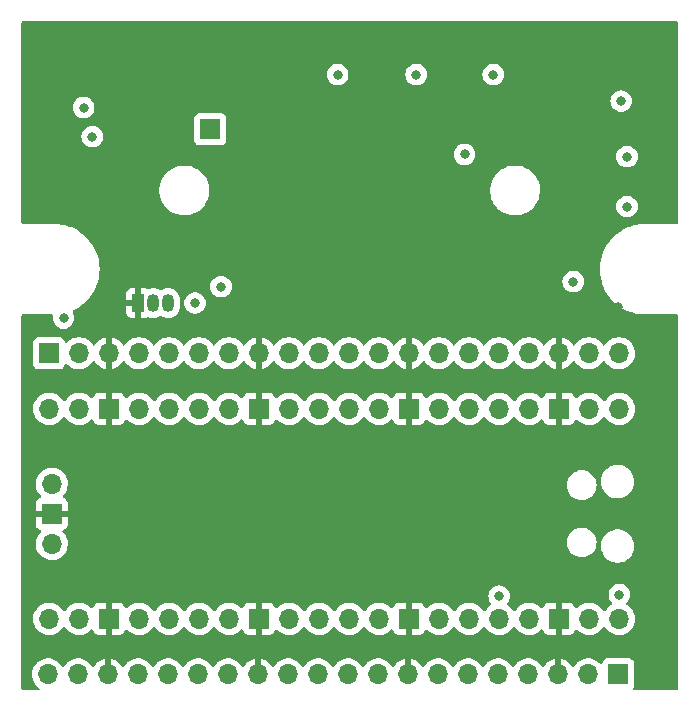
<source format=gbr>
%TF.GenerationSoftware,KiCad,Pcbnew,(6.0.1-0)*%
%TF.CreationDate,2022-01-30T18:46:34+01:00*%
%TF.ProjectId,Pico_LoRa,5069636f-5f4c-46f5-9261-2e6b69636164,1.1*%
%TF.SameCoordinates,Original*%
%TF.FileFunction,Copper,L2,Inr*%
%TF.FilePolarity,Positive*%
%FSLAX46Y46*%
G04 Gerber Fmt 4.6, Leading zero omitted, Abs format (unit mm)*
G04 Created by KiCad (PCBNEW (6.0.1-0)) date 2022-01-30 18:46:34*
%MOMM*%
%LPD*%
G01*
G04 APERTURE LIST*
%TA.AperFunction,ComponentPad*%
%ADD10R,1.050000X1.500000*%
%TD*%
%TA.AperFunction,ComponentPad*%
%ADD11O,1.050000X1.500000*%
%TD*%
%TA.AperFunction,ComponentPad*%
%ADD12R,1.700000X1.700000*%
%TD*%
%TA.AperFunction,ComponentPad*%
%ADD13O,1.700000X1.700000*%
%TD*%
%TA.AperFunction,ViaPad*%
%ADD14C,0.800000*%
%TD*%
G04 APERTURE END LIST*
D10*
%TO.N,GND*%
%TO.C,U4*%
X83780000Y-106175000D03*
D11*
%TO.N,/GPIO16*%
X85050000Y-106175000D03*
%TO.N,+3V3*%
X86320000Y-106175000D03*
%TD*%
D12*
%TO.N,/V_BUS*%
%TO.C,J2*%
X124425000Y-137625000D03*
D13*
%TO.N,/V_SYS*%
X121885000Y-137625000D03*
%TO.N,GND*%
X119345000Y-137625000D03*
%TO.N,Net-(J2-Pad4)*%
X116805000Y-137625000D03*
%TO.N,+3V3*%
X114265000Y-137625000D03*
%TO.N,Net-(J2-Pad6)*%
X111725000Y-137625000D03*
%TO.N,Net-(J2-Pad7)*%
X109185000Y-137625000D03*
%TO.N,GND*%
X106645000Y-137625000D03*
%TO.N,Net-(J2-Pad9)*%
X104105000Y-137625000D03*
%TO.N,Net-(J2-Pad10)*%
X101565000Y-137625000D03*
%TO.N,Net-(J2-Pad11)*%
X99025000Y-137625000D03*
%TO.N,Net-(J2-Pad12)*%
X96485000Y-137625000D03*
%TO.N,GND*%
X93945000Y-137625000D03*
%TO.N,Net-(J2-Pad14)*%
X91405000Y-137625000D03*
%TO.N,Net-(J2-Pad15)*%
X88865000Y-137625000D03*
%TO.N,Net-(J2-Pad16)*%
X86325000Y-137625000D03*
%TO.N,Net-(J2-Pad17)*%
X83785000Y-137625000D03*
%TO.N,GND*%
X81245000Y-137625000D03*
%TO.N,Net-(J2-Pad19)*%
X78705000Y-137625000D03*
%TO.N,/GPIO16*%
X76165000Y-137625000D03*
%TD*%
%TO.N,/SDA*%
%TO.C,U1*%
X124500000Y-115135000D03*
%TO.N,/SCL*%
X121960000Y-115135000D03*
D12*
%TO.N,GND*%
X119420000Y-115135000D03*
D13*
%TO.N,Net-(J1-Pad17)*%
X116880000Y-115135000D03*
%TO.N,Net-(J1-Pad16)*%
X114340000Y-115135000D03*
%TO.N,/GPIO4*%
X111800000Y-115135000D03*
%TO.N,/GPIO5*%
X109260000Y-115135000D03*
D12*
%TO.N,GND*%
X106720000Y-115135000D03*
D13*
%TO.N,/GPIO6*%
X104180000Y-115135000D03*
%TO.N,/GPIO7*%
X101640000Y-115135000D03*
%TO.N,/GPIO8*%
X99100000Y-115135000D03*
%TO.N,/GPIO9*%
X96560000Y-115135000D03*
D12*
%TO.N,GND*%
X94020000Y-115135000D03*
D13*
%TO.N,/GPIO10*%
X91480000Y-115135000D03*
%TO.N,/GPIO11*%
X88940000Y-115135000D03*
%TO.N,/GPIO12*%
X86400000Y-115135000D03*
%TO.N,Net-(J1-Pad4)*%
X83860000Y-115135000D03*
D12*
%TO.N,GND*%
X81320000Y-115135000D03*
D13*
%TO.N,Net-(J1-Pad2)*%
X78780000Y-115135000D03*
%TO.N,Net-(J1-Pad1)*%
X76240000Y-115135000D03*
%TO.N,/GPIO16*%
X76240000Y-132915000D03*
%TO.N,Net-(J2-Pad19)*%
X78780000Y-132915000D03*
D12*
%TO.N,GND*%
X81320000Y-132915000D03*
D13*
%TO.N,Net-(J2-Pad17)*%
X83860000Y-132915000D03*
%TO.N,Net-(J2-Pad16)*%
X86400000Y-132915000D03*
%TO.N,Net-(J2-Pad15)*%
X88940000Y-132915000D03*
%TO.N,Net-(J2-Pad14)*%
X91480000Y-132915000D03*
D12*
%TO.N,GND*%
X94020000Y-132915000D03*
D13*
%TO.N,Net-(J2-Pad12)*%
X96560000Y-132915000D03*
%TO.N,Net-(J2-Pad11)*%
X99100000Y-132915000D03*
%TO.N,Net-(J2-Pad10)*%
X101640000Y-132915000D03*
%TO.N,Net-(J2-Pad9)*%
X104180000Y-132915000D03*
D12*
%TO.N,GND*%
X106720000Y-132915000D03*
D13*
%TO.N,Net-(J2-Pad7)*%
X109260000Y-132915000D03*
%TO.N,Net-(J2-Pad6)*%
X111800000Y-132915000D03*
%TO.N,+3V3*%
X114340000Y-132915000D03*
%TO.N,Net-(J2-Pad4)*%
X116880000Y-132915000D03*
D12*
%TO.N,GND*%
X119420000Y-132915000D03*
D13*
%TO.N,/V_SYS*%
X121960000Y-132915000D03*
%TO.N,/V_BUS*%
X124500000Y-132915000D03*
%TO.N,unconnected-(U1-Pad41)*%
X76470000Y-121485000D03*
D12*
%TO.N,GND*%
X76470000Y-124025000D03*
D13*
%TO.N,unconnected-(U1-Pad43)*%
X76470000Y-126565000D03*
%TD*%
D12*
%TO.N,Net-(AE1-Pad1)*%
%TO.C,AE1*%
X89900000Y-91475000D03*
%TD*%
%TO.N,Net-(J1-Pad1)*%
%TO.C,J1*%
X76225000Y-110425000D03*
D13*
%TO.N,Net-(J1-Pad2)*%
X78765000Y-110425000D03*
%TO.N,GND*%
X81305000Y-110425000D03*
%TO.N,Net-(J1-Pad4)*%
X83845000Y-110425000D03*
%TO.N,/GPIO12*%
X86385000Y-110425000D03*
%TO.N,/GPIO11*%
X88925000Y-110425000D03*
%TO.N,/GPIO10*%
X91465000Y-110425000D03*
%TO.N,GND*%
X94005000Y-110425000D03*
%TO.N,/GPIO9*%
X96545000Y-110425000D03*
%TO.N,/GPIO8*%
X99085000Y-110425000D03*
%TO.N,/GPIO7*%
X101625000Y-110425000D03*
%TO.N,/GPIO6*%
X104165000Y-110425000D03*
%TO.N,GND*%
X106705000Y-110425000D03*
%TO.N,/GPIO5*%
X109245000Y-110425000D03*
%TO.N,/GPIO4*%
X111785000Y-110425000D03*
%TO.N,Net-(J1-Pad16)*%
X114325000Y-110425000D03*
%TO.N,Net-(J1-Pad17)*%
X116865000Y-110425000D03*
%TO.N,GND*%
X119405000Y-110425000D03*
%TO.N,/SCL*%
X121945000Y-110425000D03*
%TO.N,/SDA*%
X124485000Y-110425000D03*
%TD*%
D14*
%TO.N,+3V3*%
X111425000Y-93600000D03*
X77475000Y-107450000D03*
X114351024Y-130999989D03*
X120625000Y-104375000D03*
X88600000Y-106175000D03*
X90800000Y-104800000D03*
%TO.N,GND*%
X95175000Y-95250000D03*
X83625000Y-82875000D03*
X87125000Y-100900000D03*
X119425000Y-130875000D03*
X106700000Y-116975000D03*
X82400000Y-96625000D03*
X93625000Y-82850000D03*
X127700000Y-94350000D03*
X94000000Y-117000000D03*
X122225000Y-98800000D03*
X116825000Y-89625000D03*
X119450000Y-117000000D03*
X79175000Y-98150000D03*
X78775000Y-124025000D03*
X121925000Y-87875000D03*
X124450000Y-106500000D03*
X81325000Y-116975000D03*
X94025000Y-130875000D03*
X85350000Y-87800000D03*
X106750000Y-130875000D03*
X122275000Y-101000000D03*
X89700000Y-82850000D03*
X81325000Y-130900000D03*
X82675000Y-100850000D03*
%TO.N,/V_BUS*%
X79175000Y-89625000D03*
X100675000Y-86850000D03*
X124525000Y-130875000D03*
X107325000Y-86850000D03*
X113850000Y-86850000D03*
%TO.N,/V_SYS*%
X125175000Y-98025000D03*
X125175000Y-93775000D03*
%TO.N,Net-(C7-Pad1)*%
X79900000Y-92100000D03*
X124675000Y-89075000D03*
%TD*%
%TA.AperFunction,Conductor*%
%TO.N,GND*%
G36*
X129434121Y-82345002D02*
G01*
X129480614Y-82398658D01*
X129492000Y-82451000D01*
X129492000Y-99366000D01*
X129471998Y-99434121D01*
X129418342Y-99480614D01*
X129366000Y-99492000D01*
X126748207Y-99492000D01*
X126727303Y-99490254D01*
X126718737Y-99488813D01*
X126707539Y-99486929D01*
X126701349Y-99486853D01*
X126699864Y-99486835D01*
X126699859Y-99486835D01*
X126695000Y-99486776D01*
X126690187Y-99487465D01*
X126685324Y-99487782D01*
X126685321Y-99487737D01*
X126682620Y-99487997D01*
X126436503Y-99500088D01*
X126322919Y-99505668D01*
X126322915Y-99505668D01*
X126319829Y-99505820D01*
X126200347Y-99523543D01*
X125951336Y-99560480D01*
X125951332Y-99560481D01*
X125948270Y-99560935D01*
X125945271Y-99561686D01*
X125945267Y-99561687D01*
X125764468Y-99606976D01*
X125583903Y-99652205D01*
X125581006Y-99653242D01*
X125580998Y-99653244D01*
X125420813Y-99710560D01*
X125230237Y-99778749D01*
X124890677Y-99939348D01*
X124888035Y-99940931D01*
X124888036Y-99940931D01*
X124571143Y-100130869D01*
X124571134Y-100130875D01*
X124568493Y-100132458D01*
X124566008Y-100134301D01*
X124331793Y-100308007D01*
X124266789Y-100356217D01*
X123988470Y-100608470D01*
X123736217Y-100886789D01*
X123512458Y-101188493D01*
X123510875Y-101191134D01*
X123510869Y-101191143D01*
X123392446Y-101388720D01*
X123319348Y-101510677D01*
X123158749Y-101850237D01*
X123032205Y-102203903D01*
X122940935Y-102568270D01*
X122885820Y-102939829D01*
X122867389Y-103315000D01*
X122885820Y-103690171D01*
X122886274Y-103693231D01*
X122933672Y-104012763D01*
X122940935Y-104061730D01*
X123032205Y-104426097D01*
X123033242Y-104428994D01*
X123033244Y-104429002D01*
X123079531Y-104558365D01*
X123158749Y-104779763D01*
X123319348Y-105119323D01*
X123320931Y-105121964D01*
X123510869Y-105438857D01*
X123510875Y-105438866D01*
X123512458Y-105441507D01*
X123514301Y-105443992D01*
X123710474Y-105708500D01*
X123736217Y-105743211D01*
X123988470Y-106021530D01*
X124266789Y-106273783D01*
X124269275Y-106275627D01*
X124269279Y-106275630D01*
X124520143Y-106461683D01*
X124568493Y-106497542D01*
X124571134Y-106499125D01*
X124571143Y-106499131D01*
X124868448Y-106677328D01*
X124890677Y-106690652D01*
X124893455Y-106691966D01*
X124893459Y-106691968D01*
X124996807Y-106740848D01*
X125230237Y-106851251D01*
X125402970Y-106913056D01*
X125580998Y-106976756D01*
X125581006Y-106976758D01*
X125583903Y-106977795D01*
X125764468Y-107023024D01*
X125945267Y-107068313D01*
X125945271Y-107068314D01*
X125948270Y-107069065D01*
X125951332Y-107069519D01*
X125951336Y-107069520D01*
X126053869Y-107084729D01*
X126319829Y-107124180D01*
X126322911Y-107124331D01*
X126322917Y-107124332D01*
X126666013Y-107141187D01*
X126672801Y-107141922D01*
X126672809Y-107141829D01*
X126677669Y-107142265D01*
X126682461Y-107143071D01*
X126688700Y-107143147D01*
X126690141Y-107143165D01*
X126690145Y-107143165D01*
X126695000Y-107143224D01*
X126722588Y-107139273D01*
X126740451Y-107138000D01*
X129366000Y-107138000D01*
X129434121Y-107158002D01*
X129480614Y-107211658D01*
X129492000Y-107264000D01*
X129492000Y-138843000D01*
X129471998Y-138911121D01*
X129418342Y-138957614D01*
X129366000Y-138969000D01*
X125792168Y-138969000D01*
X125724047Y-138948998D01*
X125677554Y-138895342D01*
X125667450Y-138825068D01*
X125691342Y-138767435D01*
X125725615Y-138721705D01*
X125776745Y-138585316D01*
X125783500Y-138523134D01*
X125783500Y-136726866D01*
X125776745Y-136664684D01*
X125725615Y-136528295D01*
X125638261Y-136411739D01*
X125521705Y-136324385D01*
X125385316Y-136273255D01*
X125323134Y-136266500D01*
X123526866Y-136266500D01*
X123464684Y-136273255D01*
X123328295Y-136324385D01*
X123211739Y-136411739D01*
X123124385Y-136528295D01*
X123121233Y-136536703D01*
X123079919Y-136646907D01*
X123037277Y-136703671D01*
X122970716Y-136728371D01*
X122901367Y-136713163D01*
X122868743Y-136687476D01*
X122818151Y-136631875D01*
X122818142Y-136631866D01*
X122814670Y-136628051D01*
X122810619Y-136624852D01*
X122810615Y-136624848D01*
X122643414Y-136492800D01*
X122643410Y-136492798D01*
X122639359Y-136489598D01*
X122603028Y-136469542D01*
X122587136Y-136460769D01*
X122443789Y-136381638D01*
X122438920Y-136379914D01*
X122438916Y-136379912D01*
X122238087Y-136308795D01*
X122238083Y-136308794D01*
X122233212Y-136307069D01*
X122228119Y-136306162D01*
X122228116Y-136306161D01*
X122018373Y-136268800D01*
X122018367Y-136268799D01*
X122013284Y-136267894D01*
X121939452Y-136266992D01*
X121795081Y-136265228D01*
X121795079Y-136265228D01*
X121789911Y-136265165D01*
X121569091Y-136298955D01*
X121356756Y-136368357D01*
X121158607Y-136471507D01*
X121154474Y-136474610D01*
X121154471Y-136474612D01*
X120984100Y-136602530D01*
X120979965Y-136605635D01*
X120954541Y-136632240D01*
X120886280Y-136703671D01*
X120825629Y-136767138D01*
X120718204Y-136924618D01*
X120717898Y-136925066D01*
X120662987Y-136970069D01*
X120592462Y-136978240D01*
X120528715Y-136946986D01*
X120508018Y-136922502D01*
X120427426Y-136797926D01*
X120421136Y-136789757D01*
X120277806Y-136632240D01*
X120270273Y-136625215D01*
X120103139Y-136493222D01*
X120094552Y-136487517D01*
X119908117Y-136384599D01*
X119898705Y-136380369D01*
X119697959Y-136309280D01*
X119687988Y-136306646D01*
X119616837Y-136293972D01*
X119603540Y-136295432D01*
X119599000Y-136309989D01*
X119599000Y-137753000D01*
X119578998Y-137821121D01*
X119525342Y-137867614D01*
X119473000Y-137879000D01*
X119217000Y-137879000D01*
X119148879Y-137858998D01*
X119102386Y-137805342D01*
X119091000Y-137753000D01*
X119091000Y-136308102D01*
X119087082Y-136294758D01*
X119072806Y-136292771D01*
X119034324Y-136298660D01*
X119024288Y-136301051D01*
X118821868Y-136367212D01*
X118812359Y-136371209D01*
X118623463Y-136469542D01*
X118614738Y-136475036D01*
X118444433Y-136602905D01*
X118436726Y-136609748D01*
X118289590Y-136763717D01*
X118283109Y-136771722D01*
X118178498Y-136925074D01*
X118123587Y-136970076D01*
X118053062Y-136978247D01*
X117989315Y-136946993D01*
X117968618Y-136922509D01*
X117887822Y-136797617D01*
X117887820Y-136797614D01*
X117885014Y-136793277D01*
X117734670Y-136628051D01*
X117730619Y-136624852D01*
X117730615Y-136624848D01*
X117563414Y-136492800D01*
X117563410Y-136492798D01*
X117559359Y-136489598D01*
X117523028Y-136469542D01*
X117507136Y-136460769D01*
X117363789Y-136381638D01*
X117358920Y-136379914D01*
X117358916Y-136379912D01*
X117158087Y-136308795D01*
X117158083Y-136308794D01*
X117153212Y-136307069D01*
X117148119Y-136306162D01*
X117148116Y-136306161D01*
X116938373Y-136268800D01*
X116938367Y-136268799D01*
X116933284Y-136267894D01*
X116859452Y-136266992D01*
X116715081Y-136265228D01*
X116715079Y-136265228D01*
X116709911Y-136265165D01*
X116489091Y-136298955D01*
X116276756Y-136368357D01*
X116078607Y-136471507D01*
X116074474Y-136474610D01*
X116074471Y-136474612D01*
X115904100Y-136602530D01*
X115899965Y-136605635D01*
X115874541Y-136632240D01*
X115806280Y-136703671D01*
X115745629Y-136767138D01*
X115638201Y-136924621D01*
X115583293Y-136969621D01*
X115512768Y-136977792D01*
X115449021Y-136946538D01*
X115428324Y-136922054D01*
X115347822Y-136797617D01*
X115347820Y-136797614D01*
X115345014Y-136793277D01*
X115194670Y-136628051D01*
X115190619Y-136624852D01*
X115190615Y-136624848D01*
X115023414Y-136492800D01*
X115023410Y-136492798D01*
X115019359Y-136489598D01*
X114983028Y-136469542D01*
X114967136Y-136460769D01*
X114823789Y-136381638D01*
X114818920Y-136379914D01*
X114818916Y-136379912D01*
X114618087Y-136308795D01*
X114618083Y-136308794D01*
X114613212Y-136307069D01*
X114608119Y-136306162D01*
X114608116Y-136306161D01*
X114398373Y-136268800D01*
X114398367Y-136268799D01*
X114393284Y-136267894D01*
X114319452Y-136266992D01*
X114175081Y-136265228D01*
X114175079Y-136265228D01*
X114169911Y-136265165D01*
X113949091Y-136298955D01*
X113736756Y-136368357D01*
X113538607Y-136471507D01*
X113534474Y-136474610D01*
X113534471Y-136474612D01*
X113364100Y-136602530D01*
X113359965Y-136605635D01*
X113334541Y-136632240D01*
X113266280Y-136703671D01*
X113205629Y-136767138D01*
X113098201Y-136924621D01*
X113043293Y-136969621D01*
X112972768Y-136977792D01*
X112909021Y-136946538D01*
X112888324Y-136922054D01*
X112807822Y-136797617D01*
X112807820Y-136797614D01*
X112805014Y-136793277D01*
X112654670Y-136628051D01*
X112650619Y-136624852D01*
X112650615Y-136624848D01*
X112483414Y-136492800D01*
X112483410Y-136492798D01*
X112479359Y-136489598D01*
X112443028Y-136469542D01*
X112427136Y-136460769D01*
X112283789Y-136381638D01*
X112278920Y-136379914D01*
X112278916Y-136379912D01*
X112078087Y-136308795D01*
X112078083Y-136308794D01*
X112073212Y-136307069D01*
X112068119Y-136306162D01*
X112068116Y-136306161D01*
X111858373Y-136268800D01*
X111858367Y-136268799D01*
X111853284Y-136267894D01*
X111779452Y-136266992D01*
X111635081Y-136265228D01*
X111635079Y-136265228D01*
X111629911Y-136265165D01*
X111409091Y-136298955D01*
X111196756Y-136368357D01*
X110998607Y-136471507D01*
X110994474Y-136474610D01*
X110994471Y-136474612D01*
X110824100Y-136602530D01*
X110819965Y-136605635D01*
X110794541Y-136632240D01*
X110726280Y-136703671D01*
X110665629Y-136767138D01*
X110558201Y-136924621D01*
X110503293Y-136969621D01*
X110432768Y-136977792D01*
X110369021Y-136946538D01*
X110348324Y-136922054D01*
X110267822Y-136797617D01*
X110267820Y-136797614D01*
X110265014Y-136793277D01*
X110114670Y-136628051D01*
X110110619Y-136624852D01*
X110110615Y-136624848D01*
X109943414Y-136492800D01*
X109943410Y-136492798D01*
X109939359Y-136489598D01*
X109903028Y-136469542D01*
X109887136Y-136460769D01*
X109743789Y-136381638D01*
X109738920Y-136379914D01*
X109738916Y-136379912D01*
X109538087Y-136308795D01*
X109538083Y-136308794D01*
X109533212Y-136307069D01*
X109528119Y-136306162D01*
X109528116Y-136306161D01*
X109318373Y-136268800D01*
X109318367Y-136268799D01*
X109313284Y-136267894D01*
X109239452Y-136266992D01*
X109095081Y-136265228D01*
X109095079Y-136265228D01*
X109089911Y-136265165D01*
X108869091Y-136298955D01*
X108656756Y-136368357D01*
X108458607Y-136471507D01*
X108454474Y-136474610D01*
X108454471Y-136474612D01*
X108284100Y-136602530D01*
X108279965Y-136605635D01*
X108254541Y-136632240D01*
X108186280Y-136703671D01*
X108125629Y-136767138D01*
X108018204Y-136924618D01*
X108017898Y-136925066D01*
X107962987Y-136970069D01*
X107892462Y-136978240D01*
X107828715Y-136946986D01*
X107808018Y-136922502D01*
X107727426Y-136797926D01*
X107721136Y-136789757D01*
X107577806Y-136632240D01*
X107570273Y-136625215D01*
X107403139Y-136493222D01*
X107394552Y-136487517D01*
X107208117Y-136384599D01*
X107198705Y-136380369D01*
X106997959Y-136309280D01*
X106987988Y-136306646D01*
X106916837Y-136293972D01*
X106903540Y-136295432D01*
X106899000Y-136309989D01*
X106899000Y-137753000D01*
X106878998Y-137821121D01*
X106825342Y-137867614D01*
X106773000Y-137879000D01*
X106517000Y-137879000D01*
X106448879Y-137858998D01*
X106402386Y-137805342D01*
X106391000Y-137753000D01*
X106391000Y-136308102D01*
X106387082Y-136294758D01*
X106372806Y-136292771D01*
X106334324Y-136298660D01*
X106324288Y-136301051D01*
X106121868Y-136367212D01*
X106112359Y-136371209D01*
X105923463Y-136469542D01*
X105914738Y-136475036D01*
X105744433Y-136602905D01*
X105736726Y-136609748D01*
X105589590Y-136763717D01*
X105583109Y-136771722D01*
X105478498Y-136925074D01*
X105423587Y-136970076D01*
X105353062Y-136978247D01*
X105289315Y-136946993D01*
X105268618Y-136922509D01*
X105187822Y-136797617D01*
X105187820Y-136797614D01*
X105185014Y-136793277D01*
X105034670Y-136628051D01*
X105030619Y-136624852D01*
X105030615Y-136624848D01*
X104863414Y-136492800D01*
X104863410Y-136492798D01*
X104859359Y-136489598D01*
X104823028Y-136469542D01*
X104807136Y-136460769D01*
X104663789Y-136381638D01*
X104658920Y-136379914D01*
X104658916Y-136379912D01*
X104458087Y-136308795D01*
X104458083Y-136308794D01*
X104453212Y-136307069D01*
X104448119Y-136306162D01*
X104448116Y-136306161D01*
X104238373Y-136268800D01*
X104238367Y-136268799D01*
X104233284Y-136267894D01*
X104159452Y-136266992D01*
X104015081Y-136265228D01*
X104015079Y-136265228D01*
X104009911Y-136265165D01*
X103789091Y-136298955D01*
X103576756Y-136368357D01*
X103378607Y-136471507D01*
X103374474Y-136474610D01*
X103374471Y-136474612D01*
X103204100Y-136602530D01*
X103199965Y-136605635D01*
X103174541Y-136632240D01*
X103106280Y-136703671D01*
X103045629Y-136767138D01*
X102938201Y-136924621D01*
X102883293Y-136969621D01*
X102812768Y-136977792D01*
X102749021Y-136946538D01*
X102728324Y-136922054D01*
X102647822Y-136797617D01*
X102647820Y-136797614D01*
X102645014Y-136793277D01*
X102494670Y-136628051D01*
X102490619Y-136624852D01*
X102490615Y-136624848D01*
X102323414Y-136492800D01*
X102323410Y-136492798D01*
X102319359Y-136489598D01*
X102283028Y-136469542D01*
X102267136Y-136460769D01*
X102123789Y-136381638D01*
X102118920Y-136379914D01*
X102118916Y-136379912D01*
X101918087Y-136308795D01*
X101918083Y-136308794D01*
X101913212Y-136307069D01*
X101908119Y-136306162D01*
X101908116Y-136306161D01*
X101698373Y-136268800D01*
X101698367Y-136268799D01*
X101693284Y-136267894D01*
X101619452Y-136266992D01*
X101475081Y-136265228D01*
X101475079Y-136265228D01*
X101469911Y-136265165D01*
X101249091Y-136298955D01*
X101036756Y-136368357D01*
X100838607Y-136471507D01*
X100834474Y-136474610D01*
X100834471Y-136474612D01*
X100664100Y-136602530D01*
X100659965Y-136605635D01*
X100634541Y-136632240D01*
X100566280Y-136703671D01*
X100505629Y-136767138D01*
X100398201Y-136924621D01*
X100343293Y-136969621D01*
X100272768Y-136977792D01*
X100209021Y-136946538D01*
X100188324Y-136922054D01*
X100107822Y-136797617D01*
X100107820Y-136797614D01*
X100105014Y-136793277D01*
X99954670Y-136628051D01*
X99950619Y-136624852D01*
X99950615Y-136624848D01*
X99783414Y-136492800D01*
X99783410Y-136492798D01*
X99779359Y-136489598D01*
X99743028Y-136469542D01*
X99727136Y-136460769D01*
X99583789Y-136381638D01*
X99578920Y-136379914D01*
X99578916Y-136379912D01*
X99378087Y-136308795D01*
X99378083Y-136308794D01*
X99373212Y-136307069D01*
X99368119Y-136306162D01*
X99368116Y-136306161D01*
X99158373Y-136268800D01*
X99158367Y-136268799D01*
X99153284Y-136267894D01*
X99079452Y-136266992D01*
X98935081Y-136265228D01*
X98935079Y-136265228D01*
X98929911Y-136265165D01*
X98709091Y-136298955D01*
X98496756Y-136368357D01*
X98298607Y-136471507D01*
X98294474Y-136474610D01*
X98294471Y-136474612D01*
X98124100Y-136602530D01*
X98119965Y-136605635D01*
X98094541Y-136632240D01*
X98026280Y-136703671D01*
X97965629Y-136767138D01*
X97858201Y-136924621D01*
X97803293Y-136969621D01*
X97732768Y-136977792D01*
X97669021Y-136946538D01*
X97648324Y-136922054D01*
X97567822Y-136797617D01*
X97567820Y-136797614D01*
X97565014Y-136793277D01*
X97414670Y-136628051D01*
X97410619Y-136624852D01*
X97410615Y-136624848D01*
X97243414Y-136492800D01*
X97243410Y-136492798D01*
X97239359Y-136489598D01*
X97203028Y-136469542D01*
X97187136Y-136460769D01*
X97043789Y-136381638D01*
X97038920Y-136379914D01*
X97038916Y-136379912D01*
X96838087Y-136308795D01*
X96838083Y-136308794D01*
X96833212Y-136307069D01*
X96828119Y-136306162D01*
X96828116Y-136306161D01*
X96618373Y-136268800D01*
X96618367Y-136268799D01*
X96613284Y-136267894D01*
X96539452Y-136266992D01*
X96395081Y-136265228D01*
X96395079Y-136265228D01*
X96389911Y-136265165D01*
X96169091Y-136298955D01*
X95956756Y-136368357D01*
X95758607Y-136471507D01*
X95754474Y-136474610D01*
X95754471Y-136474612D01*
X95584100Y-136602530D01*
X95579965Y-136605635D01*
X95554541Y-136632240D01*
X95486280Y-136703671D01*
X95425629Y-136767138D01*
X95318204Y-136924618D01*
X95317898Y-136925066D01*
X95262987Y-136970069D01*
X95192462Y-136978240D01*
X95128715Y-136946986D01*
X95108018Y-136922502D01*
X95027426Y-136797926D01*
X95021136Y-136789757D01*
X94877806Y-136632240D01*
X94870273Y-136625215D01*
X94703139Y-136493222D01*
X94694552Y-136487517D01*
X94508117Y-136384599D01*
X94498705Y-136380369D01*
X94297959Y-136309280D01*
X94287988Y-136306646D01*
X94216837Y-136293972D01*
X94203540Y-136295432D01*
X94199000Y-136309989D01*
X94199000Y-137753000D01*
X94178998Y-137821121D01*
X94125342Y-137867614D01*
X94073000Y-137879000D01*
X93817000Y-137879000D01*
X93748879Y-137858998D01*
X93702386Y-137805342D01*
X93691000Y-137753000D01*
X93691000Y-136308102D01*
X93687082Y-136294758D01*
X93672806Y-136292771D01*
X93634324Y-136298660D01*
X93624288Y-136301051D01*
X93421868Y-136367212D01*
X93412359Y-136371209D01*
X93223463Y-136469542D01*
X93214738Y-136475036D01*
X93044433Y-136602905D01*
X93036726Y-136609748D01*
X92889590Y-136763717D01*
X92883109Y-136771722D01*
X92778498Y-136925074D01*
X92723587Y-136970076D01*
X92653062Y-136978247D01*
X92589315Y-136946993D01*
X92568618Y-136922509D01*
X92487822Y-136797617D01*
X92487820Y-136797614D01*
X92485014Y-136793277D01*
X92334670Y-136628051D01*
X92330619Y-136624852D01*
X92330615Y-136624848D01*
X92163414Y-136492800D01*
X92163410Y-136492798D01*
X92159359Y-136489598D01*
X92123028Y-136469542D01*
X92107136Y-136460769D01*
X91963789Y-136381638D01*
X91958920Y-136379914D01*
X91958916Y-136379912D01*
X91758087Y-136308795D01*
X91758083Y-136308794D01*
X91753212Y-136307069D01*
X91748119Y-136306162D01*
X91748116Y-136306161D01*
X91538373Y-136268800D01*
X91538367Y-136268799D01*
X91533284Y-136267894D01*
X91459452Y-136266992D01*
X91315081Y-136265228D01*
X91315079Y-136265228D01*
X91309911Y-136265165D01*
X91089091Y-136298955D01*
X90876756Y-136368357D01*
X90678607Y-136471507D01*
X90674474Y-136474610D01*
X90674471Y-136474612D01*
X90504100Y-136602530D01*
X90499965Y-136605635D01*
X90474541Y-136632240D01*
X90406280Y-136703671D01*
X90345629Y-136767138D01*
X90238201Y-136924621D01*
X90183293Y-136969621D01*
X90112768Y-136977792D01*
X90049021Y-136946538D01*
X90028324Y-136922054D01*
X89947822Y-136797617D01*
X89947820Y-136797614D01*
X89945014Y-136793277D01*
X89794670Y-136628051D01*
X89790619Y-136624852D01*
X89790615Y-136624848D01*
X89623414Y-136492800D01*
X89623410Y-136492798D01*
X89619359Y-136489598D01*
X89583028Y-136469542D01*
X89567136Y-136460769D01*
X89423789Y-136381638D01*
X89418920Y-136379914D01*
X89418916Y-136379912D01*
X89218087Y-136308795D01*
X89218083Y-136308794D01*
X89213212Y-136307069D01*
X89208119Y-136306162D01*
X89208116Y-136306161D01*
X88998373Y-136268800D01*
X88998367Y-136268799D01*
X88993284Y-136267894D01*
X88919452Y-136266992D01*
X88775081Y-136265228D01*
X88775079Y-136265228D01*
X88769911Y-136265165D01*
X88549091Y-136298955D01*
X88336756Y-136368357D01*
X88138607Y-136471507D01*
X88134474Y-136474610D01*
X88134471Y-136474612D01*
X87964100Y-136602530D01*
X87959965Y-136605635D01*
X87934541Y-136632240D01*
X87866280Y-136703671D01*
X87805629Y-136767138D01*
X87698201Y-136924621D01*
X87643293Y-136969621D01*
X87572768Y-136977792D01*
X87509021Y-136946538D01*
X87488324Y-136922054D01*
X87407822Y-136797617D01*
X87407820Y-136797614D01*
X87405014Y-136793277D01*
X87254670Y-136628051D01*
X87250619Y-136624852D01*
X87250615Y-136624848D01*
X87083414Y-136492800D01*
X87083410Y-136492798D01*
X87079359Y-136489598D01*
X87043028Y-136469542D01*
X87027136Y-136460769D01*
X86883789Y-136381638D01*
X86878920Y-136379914D01*
X86878916Y-136379912D01*
X86678087Y-136308795D01*
X86678083Y-136308794D01*
X86673212Y-136307069D01*
X86668119Y-136306162D01*
X86668116Y-136306161D01*
X86458373Y-136268800D01*
X86458367Y-136268799D01*
X86453284Y-136267894D01*
X86379452Y-136266992D01*
X86235081Y-136265228D01*
X86235079Y-136265228D01*
X86229911Y-136265165D01*
X86009091Y-136298955D01*
X85796756Y-136368357D01*
X85598607Y-136471507D01*
X85594474Y-136474610D01*
X85594471Y-136474612D01*
X85424100Y-136602530D01*
X85419965Y-136605635D01*
X85394541Y-136632240D01*
X85326280Y-136703671D01*
X85265629Y-136767138D01*
X85158201Y-136924621D01*
X85103293Y-136969621D01*
X85032768Y-136977792D01*
X84969021Y-136946538D01*
X84948324Y-136922054D01*
X84867822Y-136797617D01*
X84867820Y-136797614D01*
X84865014Y-136793277D01*
X84714670Y-136628051D01*
X84710619Y-136624852D01*
X84710615Y-136624848D01*
X84543414Y-136492800D01*
X84543410Y-136492798D01*
X84539359Y-136489598D01*
X84503028Y-136469542D01*
X84487136Y-136460769D01*
X84343789Y-136381638D01*
X84338920Y-136379914D01*
X84338916Y-136379912D01*
X84138087Y-136308795D01*
X84138083Y-136308794D01*
X84133212Y-136307069D01*
X84128119Y-136306162D01*
X84128116Y-136306161D01*
X83918373Y-136268800D01*
X83918367Y-136268799D01*
X83913284Y-136267894D01*
X83839452Y-136266992D01*
X83695081Y-136265228D01*
X83695079Y-136265228D01*
X83689911Y-136265165D01*
X83469091Y-136298955D01*
X83256756Y-136368357D01*
X83058607Y-136471507D01*
X83054474Y-136474610D01*
X83054471Y-136474612D01*
X82884100Y-136602530D01*
X82879965Y-136605635D01*
X82854541Y-136632240D01*
X82786280Y-136703671D01*
X82725629Y-136767138D01*
X82618204Y-136924618D01*
X82617898Y-136925066D01*
X82562987Y-136970069D01*
X82492462Y-136978240D01*
X82428715Y-136946986D01*
X82408018Y-136922502D01*
X82327426Y-136797926D01*
X82321136Y-136789757D01*
X82177806Y-136632240D01*
X82170273Y-136625215D01*
X82003139Y-136493222D01*
X81994552Y-136487517D01*
X81808117Y-136384599D01*
X81798705Y-136380369D01*
X81597959Y-136309280D01*
X81587988Y-136306646D01*
X81516837Y-136293972D01*
X81503540Y-136295432D01*
X81499000Y-136309989D01*
X81499000Y-137753000D01*
X81478998Y-137821121D01*
X81425342Y-137867614D01*
X81373000Y-137879000D01*
X81117000Y-137879000D01*
X81048879Y-137858998D01*
X81002386Y-137805342D01*
X80991000Y-137753000D01*
X80991000Y-136308102D01*
X80987082Y-136294758D01*
X80972806Y-136292771D01*
X80934324Y-136298660D01*
X80924288Y-136301051D01*
X80721868Y-136367212D01*
X80712359Y-136371209D01*
X80523463Y-136469542D01*
X80514738Y-136475036D01*
X80344433Y-136602905D01*
X80336726Y-136609748D01*
X80189590Y-136763717D01*
X80183109Y-136771722D01*
X80078498Y-136925074D01*
X80023587Y-136970076D01*
X79953062Y-136978247D01*
X79889315Y-136946993D01*
X79868618Y-136922509D01*
X79787822Y-136797617D01*
X79787820Y-136797614D01*
X79785014Y-136793277D01*
X79634670Y-136628051D01*
X79630619Y-136624852D01*
X79630615Y-136624848D01*
X79463414Y-136492800D01*
X79463410Y-136492798D01*
X79459359Y-136489598D01*
X79423028Y-136469542D01*
X79407136Y-136460769D01*
X79263789Y-136381638D01*
X79258920Y-136379914D01*
X79258916Y-136379912D01*
X79058087Y-136308795D01*
X79058083Y-136308794D01*
X79053212Y-136307069D01*
X79048119Y-136306162D01*
X79048116Y-136306161D01*
X78838373Y-136268800D01*
X78838367Y-136268799D01*
X78833284Y-136267894D01*
X78759452Y-136266992D01*
X78615081Y-136265228D01*
X78615079Y-136265228D01*
X78609911Y-136265165D01*
X78389091Y-136298955D01*
X78176756Y-136368357D01*
X77978607Y-136471507D01*
X77974474Y-136474610D01*
X77974471Y-136474612D01*
X77804100Y-136602530D01*
X77799965Y-136605635D01*
X77774541Y-136632240D01*
X77706280Y-136703671D01*
X77645629Y-136767138D01*
X77538201Y-136924621D01*
X77483293Y-136969621D01*
X77412768Y-136977792D01*
X77349021Y-136946538D01*
X77328324Y-136922054D01*
X77247822Y-136797617D01*
X77247820Y-136797614D01*
X77245014Y-136793277D01*
X77094670Y-136628051D01*
X77090619Y-136624852D01*
X77090615Y-136624848D01*
X76923414Y-136492800D01*
X76923410Y-136492798D01*
X76919359Y-136489598D01*
X76883028Y-136469542D01*
X76867136Y-136460769D01*
X76723789Y-136381638D01*
X76718920Y-136379914D01*
X76718916Y-136379912D01*
X76518087Y-136308795D01*
X76518083Y-136308794D01*
X76513212Y-136307069D01*
X76508119Y-136306162D01*
X76508116Y-136306161D01*
X76298373Y-136268800D01*
X76298367Y-136268799D01*
X76293284Y-136267894D01*
X76219452Y-136266992D01*
X76075081Y-136265228D01*
X76075079Y-136265228D01*
X76069911Y-136265165D01*
X75849091Y-136298955D01*
X75636756Y-136368357D01*
X75438607Y-136471507D01*
X75434474Y-136474610D01*
X75434471Y-136474612D01*
X75264100Y-136602530D01*
X75259965Y-136605635D01*
X75234541Y-136632240D01*
X75166280Y-136703671D01*
X75105629Y-136767138D01*
X74979743Y-136951680D01*
X74885688Y-137154305D01*
X74825989Y-137369570D01*
X74802251Y-137591695D01*
X74815110Y-137814715D01*
X74816247Y-137819761D01*
X74816248Y-137819767D01*
X74827031Y-137867614D01*
X74864222Y-138032639D01*
X74948266Y-138239616D01*
X74985685Y-138300678D01*
X75062291Y-138425688D01*
X75064987Y-138430088D01*
X75211250Y-138598938D01*
X75287376Y-138662139D01*
X75379148Y-138738330D01*
X75379153Y-138738333D01*
X75381873Y-138740592D01*
X75381874Y-138740593D01*
X75383126Y-138741632D01*
X75382911Y-138741890D01*
X75425559Y-138795245D01*
X75432867Y-138865865D01*
X75400836Y-138929225D01*
X75339634Y-138965209D01*
X75308959Y-138969000D01*
X74024000Y-138969000D01*
X73955879Y-138948998D01*
X73909386Y-138895342D01*
X73898000Y-138843000D01*
X73898000Y-132881695D01*
X74877251Y-132881695D01*
X74877548Y-132886848D01*
X74877548Y-132886851D01*
X74883011Y-132981590D01*
X74890110Y-133104715D01*
X74891247Y-133109761D01*
X74891248Y-133109767D01*
X74911119Y-133197939D01*
X74939222Y-133322639D01*
X75023266Y-133529616D01*
X75074019Y-133612438D01*
X75137291Y-133715688D01*
X75139987Y-133720088D01*
X75286250Y-133888938D01*
X75458126Y-134031632D01*
X75651000Y-134144338D01*
X75859692Y-134224030D01*
X75864760Y-134225061D01*
X75864763Y-134225062D01*
X75972017Y-134246883D01*
X76078597Y-134268567D01*
X76083772Y-134268757D01*
X76083774Y-134268757D01*
X76296673Y-134276564D01*
X76296677Y-134276564D01*
X76301837Y-134276753D01*
X76306957Y-134276097D01*
X76306959Y-134276097D01*
X76518288Y-134249025D01*
X76518289Y-134249025D01*
X76523416Y-134248368D01*
X76528366Y-134246883D01*
X76732429Y-134185661D01*
X76732434Y-134185659D01*
X76737384Y-134184174D01*
X76937994Y-134085896D01*
X77119860Y-133956173D01*
X77278096Y-133798489D01*
X77337594Y-133715689D01*
X77408453Y-133617077D01*
X77409776Y-133618028D01*
X77456645Y-133574857D01*
X77526580Y-133562625D01*
X77592026Y-133590144D01*
X77619875Y-133621994D01*
X77679987Y-133720088D01*
X77826250Y-133888938D01*
X77998126Y-134031632D01*
X78191000Y-134144338D01*
X78399692Y-134224030D01*
X78404760Y-134225061D01*
X78404763Y-134225062D01*
X78512017Y-134246883D01*
X78618597Y-134268567D01*
X78623772Y-134268757D01*
X78623774Y-134268757D01*
X78836673Y-134276564D01*
X78836677Y-134276564D01*
X78841837Y-134276753D01*
X78846957Y-134276097D01*
X78846959Y-134276097D01*
X79058288Y-134249025D01*
X79058289Y-134249025D01*
X79063416Y-134248368D01*
X79068366Y-134246883D01*
X79272429Y-134185661D01*
X79272434Y-134185659D01*
X79277384Y-134184174D01*
X79477994Y-134085896D01*
X79659860Y-133956173D01*
X79727331Y-133888938D01*
X79768479Y-133847933D01*
X79830851Y-133814017D01*
X79901658Y-133819205D01*
X79958419Y-133861851D01*
X79975401Y-133892954D01*
X80016676Y-134003054D01*
X80025214Y-134018649D01*
X80101715Y-134120724D01*
X80114276Y-134133285D01*
X80216351Y-134209786D01*
X80231946Y-134218324D01*
X80352394Y-134263478D01*
X80367649Y-134267105D01*
X80418514Y-134272631D01*
X80425328Y-134273000D01*
X81047885Y-134273000D01*
X81063124Y-134268525D01*
X81064329Y-134267135D01*
X81066000Y-134259452D01*
X81066000Y-134254884D01*
X81574000Y-134254884D01*
X81578475Y-134270123D01*
X81579865Y-134271328D01*
X81587548Y-134272999D01*
X82214669Y-134272999D01*
X82221490Y-134272629D01*
X82272352Y-134267105D01*
X82287604Y-134263479D01*
X82408054Y-134218324D01*
X82423649Y-134209786D01*
X82525724Y-134133285D01*
X82538285Y-134120724D01*
X82614786Y-134018649D01*
X82623324Y-134003054D01*
X82664225Y-133893952D01*
X82706867Y-133837188D01*
X82773428Y-133812488D01*
X82842777Y-133827696D01*
X82877444Y-133855684D01*
X82902865Y-133885031D01*
X82902869Y-133885035D01*
X82906250Y-133888938D01*
X83078126Y-134031632D01*
X83271000Y-134144338D01*
X83479692Y-134224030D01*
X83484760Y-134225061D01*
X83484763Y-134225062D01*
X83592017Y-134246883D01*
X83698597Y-134268567D01*
X83703772Y-134268757D01*
X83703774Y-134268757D01*
X83916673Y-134276564D01*
X83916677Y-134276564D01*
X83921837Y-134276753D01*
X83926957Y-134276097D01*
X83926959Y-134276097D01*
X84138288Y-134249025D01*
X84138289Y-134249025D01*
X84143416Y-134248368D01*
X84148366Y-134246883D01*
X84352429Y-134185661D01*
X84352434Y-134185659D01*
X84357384Y-134184174D01*
X84557994Y-134085896D01*
X84739860Y-133956173D01*
X84898096Y-133798489D01*
X84957594Y-133715689D01*
X85028453Y-133617077D01*
X85029776Y-133618028D01*
X85076645Y-133574857D01*
X85146580Y-133562625D01*
X85212026Y-133590144D01*
X85239875Y-133621994D01*
X85299987Y-133720088D01*
X85446250Y-133888938D01*
X85618126Y-134031632D01*
X85811000Y-134144338D01*
X86019692Y-134224030D01*
X86024760Y-134225061D01*
X86024763Y-134225062D01*
X86132017Y-134246883D01*
X86238597Y-134268567D01*
X86243772Y-134268757D01*
X86243774Y-134268757D01*
X86456673Y-134276564D01*
X86456677Y-134276564D01*
X86461837Y-134276753D01*
X86466957Y-134276097D01*
X86466959Y-134276097D01*
X86678288Y-134249025D01*
X86678289Y-134249025D01*
X86683416Y-134248368D01*
X86688366Y-134246883D01*
X86892429Y-134185661D01*
X86892434Y-134185659D01*
X86897384Y-134184174D01*
X87097994Y-134085896D01*
X87279860Y-133956173D01*
X87438096Y-133798489D01*
X87497594Y-133715689D01*
X87568453Y-133617077D01*
X87569776Y-133618028D01*
X87616645Y-133574857D01*
X87686580Y-133562625D01*
X87752026Y-133590144D01*
X87779875Y-133621994D01*
X87839987Y-133720088D01*
X87986250Y-133888938D01*
X88158126Y-134031632D01*
X88351000Y-134144338D01*
X88559692Y-134224030D01*
X88564760Y-134225061D01*
X88564763Y-134225062D01*
X88672017Y-134246883D01*
X88778597Y-134268567D01*
X88783772Y-134268757D01*
X88783774Y-134268757D01*
X88996673Y-134276564D01*
X88996677Y-134276564D01*
X89001837Y-134276753D01*
X89006957Y-134276097D01*
X89006959Y-134276097D01*
X89218288Y-134249025D01*
X89218289Y-134249025D01*
X89223416Y-134248368D01*
X89228366Y-134246883D01*
X89432429Y-134185661D01*
X89432434Y-134185659D01*
X89437384Y-134184174D01*
X89637994Y-134085896D01*
X89819860Y-133956173D01*
X89978096Y-133798489D01*
X90037594Y-133715689D01*
X90108453Y-133617077D01*
X90109776Y-133618028D01*
X90156645Y-133574857D01*
X90226580Y-133562625D01*
X90292026Y-133590144D01*
X90319875Y-133621994D01*
X90379987Y-133720088D01*
X90526250Y-133888938D01*
X90698126Y-134031632D01*
X90891000Y-134144338D01*
X91099692Y-134224030D01*
X91104760Y-134225061D01*
X91104763Y-134225062D01*
X91212017Y-134246883D01*
X91318597Y-134268567D01*
X91323772Y-134268757D01*
X91323774Y-134268757D01*
X91536673Y-134276564D01*
X91536677Y-134276564D01*
X91541837Y-134276753D01*
X91546957Y-134276097D01*
X91546959Y-134276097D01*
X91758288Y-134249025D01*
X91758289Y-134249025D01*
X91763416Y-134248368D01*
X91768366Y-134246883D01*
X91972429Y-134185661D01*
X91972434Y-134185659D01*
X91977384Y-134184174D01*
X92177994Y-134085896D01*
X92359860Y-133956173D01*
X92427331Y-133888938D01*
X92468479Y-133847933D01*
X92530851Y-133814017D01*
X92601658Y-133819205D01*
X92658419Y-133861851D01*
X92675401Y-133892954D01*
X92716676Y-134003054D01*
X92725214Y-134018649D01*
X92801715Y-134120724D01*
X92814276Y-134133285D01*
X92916351Y-134209786D01*
X92931946Y-134218324D01*
X93052394Y-134263478D01*
X93067649Y-134267105D01*
X93118514Y-134272631D01*
X93125328Y-134273000D01*
X93747885Y-134273000D01*
X93763124Y-134268525D01*
X93764329Y-134267135D01*
X93766000Y-134259452D01*
X93766000Y-134254884D01*
X94274000Y-134254884D01*
X94278475Y-134270123D01*
X94279865Y-134271328D01*
X94287548Y-134272999D01*
X94914669Y-134272999D01*
X94921490Y-134272629D01*
X94972352Y-134267105D01*
X94987604Y-134263479D01*
X95108054Y-134218324D01*
X95123649Y-134209786D01*
X95225724Y-134133285D01*
X95238285Y-134120724D01*
X95314786Y-134018649D01*
X95323324Y-134003054D01*
X95364225Y-133893952D01*
X95406867Y-133837188D01*
X95473428Y-133812488D01*
X95542777Y-133827696D01*
X95577444Y-133855684D01*
X95602865Y-133885031D01*
X95602869Y-133885035D01*
X95606250Y-133888938D01*
X95778126Y-134031632D01*
X95971000Y-134144338D01*
X96179692Y-134224030D01*
X96184760Y-134225061D01*
X96184763Y-134225062D01*
X96292017Y-134246883D01*
X96398597Y-134268567D01*
X96403772Y-134268757D01*
X96403774Y-134268757D01*
X96616673Y-134276564D01*
X96616677Y-134276564D01*
X96621837Y-134276753D01*
X96626957Y-134276097D01*
X96626959Y-134276097D01*
X96838288Y-134249025D01*
X96838289Y-134249025D01*
X96843416Y-134248368D01*
X96848366Y-134246883D01*
X97052429Y-134185661D01*
X97052434Y-134185659D01*
X97057384Y-134184174D01*
X97257994Y-134085896D01*
X97439860Y-133956173D01*
X97598096Y-133798489D01*
X97657594Y-133715689D01*
X97728453Y-133617077D01*
X97729776Y-133618028D01*
X97776645Y-133574857D01*
X97846580Y-133562625D01*
X97912026Y-133590144D01*
X97939875Y-133621994D01*
X97999987Y-133720088D01*
X98146250Y-133888938D01*
X98318126Y-134031632D01*
X98511000Y-134144338D01*
X98719692Y-134224030D01*
X98724760Y-134225061D01*
X98724763Y-134225062D01*
X98832017Y-134246883D01*
X98938597Y-134268567D01*
X98943772Y-134268757D01*
X98943774Y-134268757D01*
X99156673Y-134276564D01*
X99156677Y-134276564D01*
X99161837Y-134276753D01*
X99166957Y-134276097D01*
X99166959Y-134276097D01*
X99378288Y-134249025D01*
X99378289Y-134249025D01*
X99383416Y-134248368D01*
X99388366Y-134246883D01*
X99592429Y-134185661D01*
X99592434Y-134185659D01*
X99597384Y-134184174D01*
X99797994Y-134085896D01*
X99979860Y-133956173D01*
X100138096Y-133798489D01*
X100197594Y-133715689D01*
X100268453Y-133617077D01*
X100269776Y-133618028D01*
X100316645Y-133574857D01*
X100386580Y-133562625D01*
X100452026Y-133590144D01*
X100479875Y-133621994D01*
X100539987Y-133720088D01*
X100686250Y-133888938D01*
X100858126Y-134031632D01*
X101051000Y-134144338D01*
X101259692Y-134224030D01*
X101264760Y-134225061D01*
X101264763Y-134225062D01*
X101372017Y-134246883D01*
X101478597Y-134268567D01*
X101483772Y-134268757D01*
X101483774Y-134268757D01*
X101696673Y-134276564D01*
X101696677Y-134276564D01*
X101701837Y-134276753D01*
X101706957Y-134276097D01*
X101706959Y-134276097D01*
X101918288Y-134249025D01*
X101918289Y-134249025D01*
X101923416Y-134248368D01*
X101928366Y-134246883D01*
X102132429Y-134185661D01*
X102132434Y-134185659D01*
X102137384Y-134184174D01*
X102337994Y-134085896D01*
X102519860Y-133956173D01*
X102678096Y-133798489D01*
X102737594Y-133715689D01*
X102808453Y-133617077D01*
X102809776Y-133618028D01*
X102856645Y-133574857D01*
X102926580Y-133562625D01*
X102992026Y-133590144D01*
X103019875Y-133621994D01*
X103079987Y-133720088D01*
X103226250Y-133888938D01*
X103398126Y-134031632D01*
X103591000Y-134144338D01*
X103799692Y-134224030D01*
X103804760Y-134225061D01*
X103804763Y-134225062D01*
X103912017Y-134246883D01*
X104018597Y-134268567D01*
X104023772Y-134268757D01*
X104023774Y-134268757D01*
X104236673Y-134276564D01*
X104236677Y-134276564D01*
X104241837Y-134276753D01*
X104246957Y-134276097D01*
X104246959Y-134276097D01*
X104458288Y-134249025D01*
X104458289Y-134249025D01*
X104463416Y-134248368D01*
X104468366Y-134246883D01*
X104672429Y-134185661D01*
X104672434Y-134185659D01*
X104677384Y-134184174D01*
X104877994Y-134085896D01*
X105059860Y-133956173D01*
X105127331Y-133888938D01*
X105168479Y-133847933D01*
X105230851Y-133814017D01*
X105301658Y-133819205D01*
X105358419Y-133861851D01*
X105375401Y-133892954D01*
X105416676Y-134003054D01*
X105425214Y-134018649D01*
X105501715Y-134120724D01*
X105514276Y-134133285D01*
X105616351Y-134209786D01*
X105631946Y-134218324D01*
X105752394Y-134263478D01*
X105767649Y-134267105D01*
X105818514Y-134272631D01*
X105825328Y-134273000D01*
X106447885Y-134273000D01*
X106463124Y-134268525D01*
X106464329Y-134267135D01*
X106466000Y-134259452D01*
X106466000Y-134254884D01*
X106974000Y-134254884D01*
X106978475Y-134270123D01*
X106979865Y-134271328D01*
X106987548Y-134272999D01*
X107614669Y-134272999D01*
X107621490Y-134272629D01*
X107672352Y-134267105D01*
X107687604Y-134263479D01*
X107808054Y-134218324D01*
X107823649Y-134209786D01*
X107925724Y-134133285D01*
X107938285Y-134120724D01*
X108014786Y-134018649D01*
X108023324Y-134003054D01*
X108064225Y-133893952D01*
X108106867Y-133837188D01*
X108173428Y-133812488D01*
X108242777Y-133827696D01*
X108277444Y-133855684D01*
X108302865Y-133885031D01*
X108302869Y-133885035D01*
X108306250Y-133888938D01*
X108478126Y-134031632D01*
X108671000Y-134144338D01*
X108879692Y-134224030D01*
X108884760Y-134225061D01*
X108884763Y-134225062D01*
X108992017Y-134246883D01*
X109098597Y-134268567D01*
X109103772Y-134268757D01*
X109103774Y-134268757D01*
X109316673Y-134276564D01*
X109316677Y-134276564D01*
X109321837Y-134276753D01*
X109326957Y-134276097D01*
X109326959Y-134276097D01*
X109538288Y-134249025D01*
X109538289Y-134249025D01*
X109543416Y-134248368D01*
X109548366Y-134246883D01*
X109752429Y-134185661D01*
X109752434Y-134185659D01*
X109757384Y-134184174D01*
X109957994Y-134085896D01*
X110139860Y-133956173D01*
X110298096Y-133798489D01*
X110357594Y-133715689D01*
X110428453Y-133617077D01*
X110429776Y-133618028D01*
X110476645Y-133574857D01*
X110546580Y-133562625D01*
X110612026Y-133590144D01*
X110639875Y-133621994D01*
X110699987Y-133720088D01*
X110846250Y-133888938D01*
X111018126Y-134031632D01*
X111211000Y-134144338D01*
X111419692Y-134224030D01*
X111424760Y-134225061D01*
X111424763Y-134225062D01*
X111532017Y-134246883D01*
X111638597Y-134268567D01*
X111643772Y-134268757D01*
X111643774Y-134268757D01*
X111856673Y-134276564D01*
X111856677Y-134276564D01*
X111861837Y-134276753D01*
X111866957Y-134276097D01*
X111866959Y-134276097D01*
X112078288Y-134249025D01*
X112078289Y-134249025D01*
X112083416Y-134248368D01*
X112088366Y-134246883D01*
X112292429Y-134185661D01*
X112292434Y-134185659D01*
X112297384Y-134184174D01*
X112497994Y-134085896D01*
X112679860Y-133956173D01*
X112838096Y-133798489D01*
X112897594Y-133715689D01*
X112968453Y-133617077D01*
X112969776Y-133618028D01*
X113016645Y-133574857D01*
X113086580Y-133562625D01*
X113152026Y-133590144D01*
X113179875Y-133621994D01*
X113239987Y-133720088D01*
X113386250Y-133888938D01*
X113558126Y-134031632D01*
X113751000Y-134144338D01*
X113959692Y-134224030D01*
X113964760Y-134225061D01*
X113964763Y-134225062D01*
X114072017Y-134246883D01*
X114178597Y-134268567D01*
X114183772Y-134268757D01*
X114183774Y-134268757D01*
X114396673Y-134276564D01*
X114396677Y-134276564D01*
X114401837Y-134276753D01*
X114406957Y-134276097D01*
X114406959Y-134276097D01*
X114618288Y-134249025D01*
X114618289Y-134249025D01*
X114623416Y-134248368D01*
X114628366Y-134246883D01*
X114832429Y-134185661D01*
X114832434Y-134185659D01*
X114837384Y-134184174D01*
X115037994Y-134085896D01*
X115219860Y-133956173D01*
X115378096Y-133798489D01*
X115437594Y-133715689D01*
X115508453Y-133617077D01*
X115509776Y-133618028D01*
X115556645Y-133574857D01*
X115626580Y-133562625D01*
X115692026Y-133590144D01*
X115719875Y-133621994D01*
X115779987Y-133720088D01*
X115926250Y-133888938D01*
X116098126Y-134031632D01*
X116291000Y-134144338D01*
X116499692Y-134224030D01*
X116504760Y-134225061D01*
X116504763Y-134225062D01*
X116612017Y-134246883D01*
X116718597Y-134268567D01*
X116723772Y-134268757D01*
X116723774Y-134268757D01*
X116936673Y-134276564D01*
X116936677Y-134276564D01*
X116941837Y-134276753D01*
X116946957Y-134276097D01*
X116946959Y-134276097D01*
X117158288Y-134249025D01*
X117158289Y-134249025D01*
X117163416Y-134248368D01*
X117168366Y-134246883D01*
X117372429Y-134185661D01*
X117372434Y-134185659D01*
X117377384Y-134184174D01*
X117577994Y-134085896D01*
X117759860Y-133956173D01*
X117827331Y-133888938D01*
X117868479Y-133847933D01*
X117930851Y-133814017D01*
X118001658Y-133819205D01*
X118058419Y-133861851D01*
X118075401Y-133892954D01*
X118116676Y-134003054D01*
X118125214Y-134018649D01*
X118201715Y-134120724D01*
X118214276Y-134133285D01*
X118316351Y-134209786D01*
X118331946Y-134218324D01*
X118452394Y-134263478D01*
X118467649Y-134267105D01*
X118518514Y-134272631D01*
X118525328Y-134273000D01*
X119147885Y-134273000D01*
X119163124Y-134268525D01*
X119164329Y-134267135D01*
X119166000Y-134259452D01*
X119166000Y-134254884D01*
X119674000Y-134254884D01*
X119678475Y-134270123D01*
X119679865Y-134271328D01*
X119687548Y-134272999D01*
X120314669Y-134272999D01*
X120321490Y-134272629D01*
X120372352Y-134267105D01*
X120387604Y-134263479D01*
X120508054Y-134218324D01*
X120523649Y-134209786D01*
X120625724Y-134133285D01*
X120638285Y-134120724D01*
X120714786Y-134018649D01*
X120723324Y-134003054D01*
X120764225Y-133893952D01*
X120806867Y-133837188D01*
X120873428Y-133812488D01*
X120942777Y-133827696D01*
X120977444Y-133855684D01*
X121002865Y-133885031D01*
X121002869Y-133885035D01*
X121006250Y-133888938D01*
X121178126Y-134031632D01*
X121371000Y-134144338D01*
X121579692Y-134224030D01*
X121584760Y-134225061D01*
X121584763Y-134225062D01*
X121692017Y-134246883D01*
X121798597Y-134268567D01*
X121803772Y-134268757D01*
X121803774Y-134268757D01*
X122016673Y-134276564D01*
X122016677Y-134276564D01*
X122021837Y-134276753D01*
X122026957Y-134276097D01*
X122026959Y-134276097D01*
X122238288Y-134249025D01*
X122238289Y-134249025D01*
X122243416Y-134248368D01*
X122248366Y-134246883D01*
X122452429Y-134185661D01*
X122452434Y-134185659D01*
X122457384Y-134184174D01*
X122657994Y-134085896D01*
X122839860Y-133956173D01*
X122998096Y-133798489D01*
X123057594Y-133715689D01*
X123128453Y-133617077D01*
X123129776Y-133618028D01*
X123176645Y-133574857D01*
X123246580Y-133562625D01*
X123312026Y-133590144D01*
X123339875Y-133621994D01*
X123399987Y-133720088D01*
X123546250Y-133888938D01*
X123718126Y-134031632D01*
X123911000Y-134144338D01*
X124119692Y-134224030D01*
X124124760Y-134225061D01*
X124124763Y-134225062D01*
X124232017Y-134246883D01*
X124338597Y-134268567D01*
X124343772Y-134268757D01*
X124343774Y-134268757D01*
X124556673Y-134276564D01*
X124556677Y-134276564D01*
X124561837Y-134276753D01*
X124566957Y-134276097D01*
X124566959Y-134276097D01*
X124778288Y-134249025D01*
X124778289Y-134249025D01*
X124783416Y-134248368D01*
X124788366Y-134246883D01*
X124992429Y-134185661D01*
X124992434Y-134185659D01*
X124997384Y-134184174D01*
X125197994Y-134085896D01*
X125379860Y-133956173D01*
X125538096Y-133798489D01*
X125597594Y-133715689D01*
X125665435Y-133621277D01*
X125668453Y-133617077D01*
X125689320Y-133574857D01*
X125765136Y-133421453D01*
X125765137Y-133421451D01*
X125767430Y-133416811D01*
X125832370Y-133203069D01*
X125861529Y-132981590D01*
X125863156Y-132915000D01*
X125844852Y-132692361D01*
X125790431Y-132475702D01*
X125701354Y-132270840D01*
X125580014Y-132083277D01*
X125429670Y-131918051D01*
X125425619Y-131914852D01*
X125425615Y-131914848D01*
X125258414Y-131782800D01*
X125258410Y-131782798D01*
X125254359Y-131779598D01*
X125244467Y-131774137D01*
X125178625Y-131737791D01*
X125128654Y-131687358D01*
X125113882Y-131617916D01*
X125138998Y-131551510D01*
X125145882Y-131543172D01*
X125259621Y-131416852D01*
X125259622Y-131416851D01*
X125264040Y-131411944D01*
X125359527Y-131246556D01*
X125418542Y-131064928D01*
X125438504Y-130875000D01*
X125418542Y-130685072D01*
X125359527Y-130503444D01*
X125264040Y-130338056D01*
X125253216Y-130326034D01*
X125140675Y-130201045D01*
X125140674Y-130201044D01*
X125136253Y-130196134D01*
X125037157Y-130124136D01*
X124987094Y-130087763D01*
X124987093Y-130087762D01*
X124981752Y-130083882D01*
X124975724Y-130081198D01*
X124975722Y-130081197D01*
X124813319Y-130008891D01*
X124813318Y-130008891D01*
X124807288Y-130006206D01*
X124713888Y-129986353D01*
X124626944Y-129967872D01*
X124626939Y-129967872D01*
X124620487Y-129966500D01*
X124429513Y-129966500D01*
X124423061Y-129967872D01*
X124423056Y-129967872D01*
X124336112Y-129986353D01*
X124242712Y-130006206D01*
X124236682Y-130008891D01*
X124236681Y-130008891D01*
X124074278Y-130081197D01*
X124074276Y-130081198D01*
X124068248Y-130083882D01*
X124062907Y-130087762D01*
X124062906Y-130087763D01*
X124012843Y-130124136D01*
X123913747Y-130196134D01*
X123909326Y-130201044D01*
X123909325Y-130201045D01*
X123796785Y-130326034D01*
X123785960Y-130338056D01*
X123690473Y-130503444D01*
X123631458Y-130685072D01*
X123611496Y-130875000D01*
X123631458Y-131064928D01*
X123690473Y-131246556D01*
X123785960Y-131411944D01*
X123790378Y-131416851D01*
X123790379Y-131416852D01*
X123887430Y-131524638D01*
X123918148Y-131588645D01*
X123909383Y-131659099D01*
X123863920Y-131713630D01*
X123851975Y-131720711D01*
X123773607Y-131761507D01*
X123769474Y-131764610D01*
X123769471Y-131764612D01*
X123686450Y-131826946D01*
X123594965Y-131895635D01*
X123440629Y-132057138D01*
X123333201Y-132214621D01*
X123278293Y-132259621D01*
X123207768Y-132267792D01*
X123144021Y-132236538D01*
X123123324Y-132212054D01*
X123042822Y-132087617D01*
X123042820Y-132087614D01*
X123040014Y-132083277D01*
X122889670Y-131918051D01*
X122885619Y-131914852D01*
X122885615Y-131914848D01*
X122718414Y-131782800D01*
X122718410Y-131782798D01*
X122714359Y-131779598D01*
X122704467Y-131774137D01*
X122607685Y-131720711D01*
X122518789Y-131671638D01*
X122513920Y-131669914D01*
X122513916Y-131669912D01*
X122313087Y-131598795D01*
X122313083Y-131598794D01*
X122308212Y-131597069D01*
X122303119Y-131596162D01*
X122303116Y-131596161D01*
X122093373Y-131558800D01*
X122093367Y-131558799D01*
X122088284Y-131557894D01*
X122014452Y-131556992D01*
X121870081Y-131555228D01*
X121870079Y-131555228D01*
X121864911Y-131555165D01*
X121644091Y-131588955D01*
X121431756Y-131658357D01*
X121233607Y-131761507D01*
X121229474Y-131764610D01*
X121229471Y-131764612D01*
X121146450Y-131826946D01*
X121054965Y-131895635D01*
X121051393Y-131899373D01*
X120973898Y-131980466D01*
X120912374Y-132015895D01*
X120841462Y-132012438D01*
X120783676Y-131971192D01*
X120764823Y-131937644D01*
X120723324Y-131826946D01*
X120714786Y-131811351D01*
X120638285Y-131709276D01*
X120625724Y-131696715D01*
X120523649Y-131620214D01*
X120508054Y-131611676D01*
X120387606Y-131566522D01*
X120372351Y-131562895D01*
X120321486Y-131557369D01*
X120314672Y-131557000D01*
X119692115Y-131557000D01*
X119676876Y-131561475D01*
X119675671Y-131562865D01*
X119674000Y-131570548D01*
X119674000Y-134254884D01*
X119166000Y-134254884D01*
X119166000Y-131575116D01*
X119161525Y-131559877D01*
X119160135Y-131558672D01*
X119152452Y-131557001D01*
X118525331Y-131557001D01*
X118518510Y-131557371D01*
X118467648Y-131562895D01*
X118452396Y-131566521D01*
X118331946Y-131611676D01*
X118316351Y-131620214D01*
X118214276Y-131696715D01*
X118201715Y-131709276D01*
X118125214Y-131811351D01*
X118116676Y-131826946D01*
X118075297Y-131937322D01*
X118032655Y-131994087D01*
X117966093Y-132018786D01*
X117896744Y-132003578D01*
X117864121Y-131977891D01*
X117813151Y-131921876D01*
X117813145Y-131921870D01*
X117809670Y-131918051D01*
X117805619Y-131914852D01*
X117805615Y-131914848D01*
X117638414Y-131782800D01*
X117638410Y-131782798D01*
X117634359Y-131779598D01*
X117624467Y-131774137D01*
X117527685Y-131720711D01*
X117438789Y-131671638D01*
X117433920Y-131669914D01*
X117433916Y-131669912D01*
X117233087Y-131598795D01*
X117233083Y-131598794D01*
X117228212Y-131597069D01*
X117223119Y-131596162D01*
X117223116Y-131596161D01*
X117013373Y-131558800D01*
X117013367Y-131558799D01*
X117008284Y-131557894D01*
X116934452Y-131556992D01*
X116790081Y-131555228D01*
X116790079Y-131555228D01*
X116784911Y-131555165D01*
X116564091Y-131588955D01*
X116351756Y-131658357D01*
X116153607Y-131761507D01*
X116149474Y-131764610D01*
X116149471Y-131764612D01*
X116066450Y-131826946D01*
X115974965Y-131895635D01*
X115820629Y-132057138D01*
X115713201Y-132214621D01*
X115658293Y-132259621D01*
X115587768Y-132267792D01*
X115524021Y-132236538D01*
X115503324Y-132212054D01*
X115422822Y-132087617D01*
X115422820Y-132087614D01*
X115420014Y-132083277D01*
X115269670Y-131918051D01*
X115265619Y-131914852D01*
X115265615Y-131914848D01*
X115098414Y-131782800D01*
X115098410Y-131782798D01*
X115094359Y-131779598D01*
X115084466Y-131774137D01*
X115034494Y-131723706D01*
X115019720Y-131654263D01*
X115044835Y-131587857D01*
X115051708Y-131579531D01*
X115090064Y-131536933D01*
X115185551Y-131371545D01*
X115244566Y-131189917D01*
X115264528Y-130999989D01*
X115244566Y-130810061D01*
X115185551Y-130628433D01*
X115090064Y-130463045D01*
X114962277Y-130321123D01*
X114807776Y-130208871D01*
X114801748Y-130206187D01*
X114801746Y-130206186D01*
X114639343Y-130133880D01*
X114639342Y-130133880D01*
X114633312Y-130131195D01*
X114539912Y-130111342D01*
X114452968Y-130092861D01*
X114452963Y-130092861D01*
X114446511Y-130091489D01*
X114255537Y-130091489D01*
X114249085Y-130092861D01*
X114249080Y-130092861D01*
X114162136Y-130111342D01*
X114068736Y-130131195D01*
X114062706Y-130133880D01*
X114062705Y-130133880D01*
X113900302Y-130206186D01*
X113900300Y-130206187D01*
X113894272Y-130208871D01*
X113739771Y-130321123D01*
X113611984Y-130463045D01*
X113516497Y-130628433D01*
X113457482Y-130810061D01*
X113437520Y-130999989D01*
X113457482Y-131189917D01*
X113516497Y-131371545D01*
X113611984Y-131536933D01*
X113641779Y-131570023D01*
X113672495Y-131634030D01*
X113663730Y-131704484D01*
X113615777Y-131760377D01*
X113613607Y-131761507D01*
X113609472Y-131764612D01*
X113609466Y-131764616D01*
X113592838Y-131777101D01*
X113434965Y-131895635D01*
X113280629Y-132057138D01*
X113173201Y-132214621D01*
X113118293Y-132259621D01*
X113047768Y-132267792D01*
X112984021Y-132236538D01*
X112963324Y-132212054D01*
X112882822Y-132087617D01*
X112882820Y-132087614D01*
X112880014Y-132083277D01*
X112729670Y-131918051D01*
X112725619Y-131914852D01*
X112725615Y-131914848D01*
X112558414Y-131782800D01*
X112558410Y-131782798D01*
X112554359Y-131779598D01*
X112544467Y-131774137D01*
X112447685Y-131720711D01*
X112358789Y-131671638D01*
X112353920Y-131669914D01*
X112353916Y-131669912D01*
X112153087Y-131598795D01*
X112153083Y-131598794D01*
X112148212Y-131597069D01*
X112143119Y-131596162D01*
X112143116Y-131596161D01*
X111933373Y-131558800D01*
X111933367Y-131558799D01*
X111928284Y-131557894D01*
X111854452Y-131556992D01*
X111710081Y-131555228D01*
X111710079Y-131555228D01*
X111704911Y-131555165D01*
X111484091Y-131588955D01*
X111271756Y-131658357D01*
X111073607Y-131761507D01*
X111069474Y-131764610D01*
X111069471Y-131764612D01*
X110986450Y-131826946D01*
X110894965Y-131895635D01*
X110740629Y-132057138D01*
X110633201Y-132214621D01*
X110578293Y-132259621D01*
X110507768Y-132267792D01*
X110444021Y-132236538D01*
X110423324Y-132212054D01*
X110342822Y-132087617D01*
X110342820Y-132087614D01*
X110340014Y-132083277D01*
X110189670Y-131918051D01*
X110185619Y-131914852D01*
X110185615Y-131914848D01*
X110018414Y-131782800D01*
X110018410Y-131782798D01*
X110014359Y-131779598D01*
X110004467Y-131774137D01*
X109907685Y-131720711D01*
X109818789Y-131671638D01*
X109813920Y-131669914D01*
X109813916Y-131669912D01*
X109613087Y-131598795D01*
X109613083Y-131598794D01*
X109608212Y-131597069D01*
X109603119Y-131596162D01*
X109603116Y-131596161D01*
X109393373Y-131558800D01*
X109393367Y-131558799D01*
X109388284Y-131557894D01*
X109314452Y-131556992D01*
X109170081Y-131555228D01*
X109170079Y-131555228D01*
X109164911Y-131555165D01*
X108944091Y-131588955D01*
X108731756Y-131658357D01*
X108533607Y-131761507D01*
X108529474Y-131764610D01*
X108529471Y-131764612D01*
X108446450Y-131826946D01*
X108354965Y-131895635D01*
X108351393Y-131899373D01*
X108273898Y-131980466D01*
X108212374Y-132015895D01*
X108141462Y-132012438D01*
X108083676Y-131971192D01*
X108064823Y-131937644D01*
X108023324Y-131826946D01*
X108014786Y-131811351D01*
X107938285Y-131709276D01*
X107925724Y-131696715D01*
X107823649Y-131620214D01*
X107808054Y-131611676D01*
X107687606Y-131566522D01*
X107672351Y-131562895D01*
X107621486Y-131557369D01*
X107614672Y-131557000D01*
X106992115Y-131557000D01*
X106976876Y-131561475D01*
X106975671Y-131562865D01*
X106974000Y-131570548D01*
X106974000Y-134254884D01*
X106466000Y-134254884D01*
X106466000Y-131575116D01*
X106461525Y-131559877D01*
X106460135Y-131558672D01*
X106452452Y-131557001D01*
X105825331Y-131557001D01*
X105818510Y-131557371D01*
X105767648Y-131562895D01*
X105752396Y-131566521D01*
X105631946Y-131611676D01*
X105616351Y-131620214D01*
X105514276Y-131696715D01*
X105501715Y-131709276D01*
X105425214Y-131811351D01*
X105416676Y-131826946D01*
X105375297Y-131937322D01*
X105332655Y-131994087D01*
X105266093Y-132018786D01*
X105196744Y-132003578D01*
X105164121Y-131977891D01*
X105113151Y-131921876D01*
X105113145Y-131921870D01*
X105109670Y-131918051D01*
X105105619Y-131914852D01*
X105105615Y-131914848D01*
X104938414Y-131782800D01*
X104938410Y-131782798D01*
X104934359Y-131779598D01*
X104924467Y-131774137D01*
X104827685Y-131720711D01*
X104738789Y-131671638D01*
X104733920Y-131669914D01*
X104733916Y-131669912D01*
X104533087Y-131598795D01*
X104533083Y-131598794D01*
X104528212Y-131597069D01*
X104523119Y-131596162D01*
X104523116Y-131596161D01*
X104313373Y-131558800D01*
X104313367Y-131558799D01*
X104308284Y-131557894D01*
X104234452Y-131556992D01*
X104090081Y-131555228D01*
X104090079Y-131555228D01*
X104084911Y-131555165D01*
X103864091Y-131588955D01*
X103651756Y-131658357D01*
X103453607Y-131761507D01*
X103449474Y-131764610D01*
X103449471Y-131764612D01*
X103366450Y-131826946D01*
X103274965Y-131895635D01*
X103120629Y-132057138D01*
X103013201Y-132214621D01*
X102958293Y-132259621D01*
X102887768Y-132267792D01*
X102824021Y-132236538D01*
X102803324Y-132212054D01*
X102722822Y-132087617D01*
X102722820Y-132087614D01*
X102720014Y-132083277D01*
X102569670Y-131918051D01*
X102565619Y-131914852D01*
X102565615Y-131914848D01*
X102398414Y-131782800D01*
X102398410Y-131782798D01*
X102394359Y-131779598D01*
X102384467Y-131774137D01*
X102287685Y-131720711D01*
X102198789Y-131671638D01*
X102193920Y-131669914D01*
X102193916Y-131669912D01*
X101993087Y-131598795D01*
X101993083Y-131598794D01*
X101988212Y-131597069D01*
X101983119Y-131596162D01*
X101983116Y-131596161D01*
X101773373Y-131558800D01*
X101773367Y-131558799D01*
X101768284Y-131557894D01*
X101694452Y-131556992D01*
X101550081Y-131555228D01*
X101550079Y-131555228D01*
X101544911Y-131555165D01*
X101324091Y-131588955D01*
X101111756Y-131658357D01*
X100913607Y-131761507D01*
X100909474Y-131764610D01*
X100909471Y-131764612D01*
X100826450Y-131826946D01*
X100734965Y-131895635D01*
X100580629Y-132057138D01*
X100473201Y-132214621D01*
X100418293Y-132259621D01*
X100347768Y-132267792D01*
X100284021Y-132236538D01*
X100263324Y-132212054D01*
X100182822Y-132087617D01*
X100182820Y-132087614D01*
X100180014Y-132083277D01*
X100029670Y-131918051D01*
X100025619Y-131914852D01*
X100025615Y-131914848D01*
X99858414Y-131782800D01*
X99858410Y-131782798D01*
X99854359Y-131779598D01*
X99844467Y-131774137D01*
X99747685Y-131720711D01*
X99658789Y-131671638D01*
X99653920Y-131669914D01*
X99653916Y-131669912D01*
X99453087Y-131598795D01*
X99453083Y-131598794D01*
X99448212Y-131597069D01*
X99443119Y-131596162D01*
X99443116Y-131596161D01*
X99233373Y-131558800D01*
X99233367Y-131558799D01*
X99228284Y-131557894D01*
X99154452Y-131556992D01*
X99010081Y-131555228D01*
X99010079Y-131555228D01*
X99004911Y-131555165D01*
X98784091Y-131588955D01*
X98571756Y-131658357D01*
X98373607Y-131761507D01*
X98369474Y-131764610D01*
X98369471Y-131764612D01*
X98286450Y-131826946D01*
X98194965Y-131895635D01*
X98040629Y-132057138D01*
X97933201Y-132214621D01*
X97878293Y-132259621D01*
X97807768Y-132267792D01*
X97744021Y-132236538D01*
X97723324Y-132212054D01*
X97642822Y-132087617D01*
X97642820Y-132087614D01*
X97640014Y-132083277D01*
X97489670Y-131918051D01*
X97485619Y-131914852D01*
X97485615Y-131914848D01*
X97318414Y-131782800D01*
X97318410Y-131782798D01*
X97314359Y-131779598D01*
X97304467Y-131774137D01*
X97207685Y-131720711D01*
X97118789Y-131671638D01*
X97113920Y-131669914D01*
X97113916Y-131669912D01*
X96913087Y-131598795D01*
X96913083Y-131598794D01*
X96908212Y-131597069D01*
X96903119Y-131596162D01*
X96903116Y-131596161D01*
X96693373Y-131558800D01*
X96693367Y-131558799D01*
X96688284Y-131557894D01*
X96614452Y-131556992D01*
X96470081Y-131555228D01*
X96470079Y-131555228D01*
X96464911Y-131555165D01*
X96244091Y-131588955D01*
X96031756Y-131658357D01*
X95833607Y-131761507D01*
X95829474Y-131764610D01*
X95829471Y-131764612D01*
X95746450Y-131826946D01*
X95654965Y-131895635D01*
X95651393Y-131899373D01*
X95573898Y-131980466D01*
X95512374Y-132015895D01*
X95441462Y-132012438D01*
X95383676Y-131971192D01*
X95364823Y-131937644D01*
X95323324Y-131826946D01*
X95314786Y-131811351D01*
X95238285Y-131709276D01*
X95225724Y-131696715D01*
X95123649Y-131620214D01*
X95108054Y-131611676D01*
X94987606Y-131566522D01*
X94972351Y-131562895D01*
X94921486Y-131557369D01*
X94914672Y-131557000D01*
X94292115Y-131557000D01*
X94276876Y-131561475D01*
X94275671Y-131562865D01*
X94274000Y-131570548D01*
X94274000Y-134254884D01*
X93766000Y-134254884D01*
X93766000Y-131575116D01*
X93761525Y-131559877D01*
X93760135Y-131558672D01*
X93752452Y-131557001D01*
X93125331Y-131557001D01*
X93118510Y-131557371D01*
X93067648Y-131562895D01*
X93052396Y-131566521D01*
X92931946Y-131611676D01*
X92916351Y-131620214D01*
X92814276Y-131696715D01*
X92801715Y-131709276D01*
X92725214Y-131811351D01*
X92716676Y-131826946D01*
X92675297Y-131937322D01*
X92632655Y-131994087D01*
X92566093Y-132018786D01*
X92496744Y-132003578D01*
X92464121Y-131977891D01*
X92413151Y-131921876D01*
X92413145Y-131921870D01*
X92409670Y-131918051D01*
X92405619Y-131914852D01*
X92405615Y-131914848D01*
X92238414Y-131782800D01*
X92238410Y-131782798D01*
X92234359Y-131779598D01*
X92224467Y-131774137D01*
X92127685Y-131720711D01*
X92038789Y-131671638D01*
X92033920Y-131669914D01*
X92033916Y-131669912D01*
X91833087Y-131598795D01*
X91833083Y-131598794D01*
X91828212Y-131597069D01*
X91823119Y-131596162D01*
X91823116Y-131596161D01*
X91613373Y-131558800D01*
X91613367Y-131558799D01*
X91608284Y-131557894D01*
X91534452Y-131556992D01*
X91390081Y-131555228D01*
X91390079Y-131555228D01*
X91384911Y-131555165D01*
X91164091Y-131588955D01*
X90951756Y-131658357D01*
X90753607Y-131761507D01*
X90749474Y-131764610D01*
X90749471Y-131764612D01*
X90666450Y-131826946D01*
X90574965Y-131895635D01*
X90420629Y-132057138D01*
X90313201Y-132214621D01*
X90258293Y-132259621D01*
X90187768Y-132267792D01*
X90124021Y-132236538D01*
X90103324Y-132212054D01*
X90022822Y-132087617D01*
X90022820Y-132087614D01*
X90020014Y-132083277D01*
X89869670Y-131918051D01*
X89865619Y-131914852D01*
X89865615Y-131914848D01*
X89698414Y-131782800D01*
X89698410Y-131782798D01*
X89694359Y-131779598D01*
X89684467Y-131774137D01*
X89587685Y-131720711D01*
X89498789Y-131671638D01*
X89493920Y-131669914D01*
X89493916Y-131669912D01*
X89293087Y-131598795D01*
X89293083Y-131598794D01*
X89288212Y-131597069D01*
X89283119Y-131596162D01*
X89283116Y-131596161D01*
X89073373Y-131558800D01*
X89073367Y-131558799D01*
X89068284Y-131557894D01*
X88994452Y-131556992D01*
X88850081Y-131555228D01*
X88850079Y-131555228D01*
X88844911Y-131555165D01*
X88624091Y-131588955D01*
X88411756Y-131658357D01*
X88213607Y-131761507D01*
X88209474Y-131764610D01*
X88209471Y-131764612D01*
X88126450Y-131826946D01*
X88034965Y-131895635D01*
X87880629Y-132057138D01*
X87773201Y-132214621D01*
X87718293Y-132259621D01*
X87647768Y-132267792D01*
X87584021Y-132236538D01*
X87563324Y-132212054D01*
X87482822Y-132087617D01*
X87482820Y-132087614D01*
X87480014Y-132083277D01*
X87329670Y-131918051D01*
X87325619Y-131914852D01*
X87325615Y-131914848D01*
X87158414Y-131782800D01*
X87158410Y-131782798D01*
X87154359Y-131779598D01*
X87144467Y-131774137D01*
X87047685Y-131720711D01*
X86958789Y-131671638D01*
X86953920Y-131669914D01*
X86953916Y-131669912D01*
X86753087Y-131598795D01*
X86753083Y-131598794D01*
X86748212Y-131597069D01*
X86743119Y-131596162D01*
X86743116Y-131596161D01*
X86533373Y-131558800D01*
X86533367Y-131558799D01*
X86528284Y-131557894D01*
X86454452Y-131556992D01*
X86310081Y-131555228D01*
X86310079Y-131555228D01*
X86304911Y-131555165D01*
X86084091Y-131588955D01*
X85871756Y-131658357D01*
X85673607Y-131761507D01*
X85669474Y-131764610D01*
X85669471Y-131764612D01*
X85586450Y-131826946D01*
X85494965Y-131895635D01*
X85340629Y-132057138D01*
X85233201Y-132214621D01*
X85178293Y-132259621D01*
X85107768Y-132267792D01*
X85044021Y-132236538D01*
X85023324Y-132212054D01*
X84942822Y-132087617D01*
X84942820Y-132087614D01*
X84940014Y-132083277D01*
X84789670Y-131918051D01*
X84785619Y-131914852D01*
X84785615Y-131914848D01*
X84618414Y-131782800D01*
X84618410Y-131782798D01*
X84614359Y-131779598D01*
X84604467Y-131774137D01*
X84507685Y-131720711D01*
X84418789Y-131671638D01*
X84413920Y-131669914D01*
X84413916Y-131669912D01*
X84213087Y-131598795D01*
X84213083Y-131598794D01*
X84208212Y-131597069D01*
X84203119Y-131596162D01*
X84203116Y-131596161D01*
X83993373Y-131558800D01*
X83993367Y-131558799D01*
X83988284Y-131557894D01*
X83914452Y-131556992D01*
X83770081Y-131555228D01*
X83770079Y-131555228D01*
X83764911Y-131555165D01*
X83544091Y-131588955D01*
X83331756Y-131658357D01*
X83133607Y-131761507D01*
X83129474Y-131764610D01*
X83129471Y-131764612D01*
X83046450Y-131826946D01*
X82954965Y-131895635D01*
X82951393Y-131899373D01*
X82873898Y-131980466D01*
X82812374Y-132015895D01*
X82741462Y-132012438D01*
X82683676Y-131971192D01*
X82664823Y-131937644D01*
X82623324Y-131826946D01*
X82614786Y-131811351D01*
X82538285Y-131709276D01*
X82525724Y-131696715D01*
X82423649Y-131620214D01*
X82408054Y-131611676D01*
X82287606Y-131566522D01*
X82272351Y-131562895D01*
X82221486Y-131557369D01*
X82214672Y-131557000D01*
X81592115Y-131557000D01*
X81576876Y-131561475D01*
X81575671Y-131562865D01*
X81574000Y-131570548D01*
X81574000Y-134254884D01*
X81066000Y-134254884D01*
X81066000Y-131575116D01*
X81061525Y-131559877D01*
X81060135Y-131558672D01*
X81052452Y-131557001D01*
X80425331Y-131557001D01*
X80418510Y-131557371D01*
X80367648Y-131562895D01*
X80352396Y-131566521D01*
X80231946Y-131611676D01*
X80216351Y-131620214D01*
X80114276Y-131696715D01*
X80101715Y-131709276D01*
X80025214Y-131811351D01*
X80016676Y-131826946D01*
X79975297Y-131937322D01*
X79932655Y-131994087D01*
X79866093Y-132018786D01*
X79796744Y-132003578D01*
X79764121Y-131977891D01*
X79713151Y-131921876D01*
X79713145Y-131921870D01*
X79709670Y-131918051D01*
X79705619Y-131914852D01*
X79705615Y-131914848D01*
X79538414Y-131782800D01*
X79538410Y-131782798D01*
X79534359Y-131779598D01*
X79524467Y-131774137D01*
X79427685Y-131720711D01*
X79338789Y-131671638D01*
X79333920Y-131669914D01*
X79333916Y-131669912D01*
X79133087Y-131598795D01*
X79133083Y-131598794D01*
X79128212Y-131597069D01*
X79123119Y-131596162D01*
X79123116Y-131596161D01*
X78913373Y-131558800D01*
X78913367Y-131558799D01*
X78908284Y-131557894D01*
X78834452Y-131556992D01*
X78690081Y-131555228D01*
X78690079Y-131555228D01*
X78684911Y-131555165D01*
X78464091Y-131588955D01*
X78251756Y-131658357D01*
X78053607Y-131761507D01*
X78049474Y-131764610D01*
X78049471Y-131764612D01*
X77966450Y-131826946D01*
X77874965Y-131895635D01*
X77720629Y-132057138D01*
X77613201Y-132214621D01*
X77558293Y-132259621D01*
X77487768Y-132267792D01*
X77424021Y-132236538D01*
X77403324Y-132212054D01*
X77322822Y-132087617D01*
X77322820Y-132087614D01*
X77320014Y-132083277D01*
X77169670Y-131918051D01*
X77165619Y-131914852D01*
X77165615Y-131914848D01*
X76998414Y-131782800D01*
X76998410Y-131782798D01*
X76994359Y-131779598D01*
X76984467Y-131774137D01*
X76887685Y-131720711D01*
X76798789Y-131671638D01*
X76793920Y-131669914D01*
X76793916Y-131669912D01*
X76593087Y-131598795D01*
X76593083Y-131598794D01*
X76588212Y-131597069D01*
X76583119Y-131596162D01*
X76583116Y-131596161D01*
X76373373Y-131558800D01*
X76373367Y-131558799D01*
X76368284Y-131557894D01*
X76294452Y-131556992D01*
X76150081Y-131555228D01*
X76150079Y-131555228D01*
X76144911Y-131555165D01*
X75924091Y-131588955D01*
X75711756Y-131658357D01*
X75513607Y-131761507D01*
X75509474Y-131764610D01*
X75509471Y-131764612D01*
X75426450Y-131826946D01*
X75334965Y-131895635D01*
X75180629Y-132057138D01*
X75054743Y-132241680D01*
X74960688Y-132444305D01*
X74900989Y-132659570D01*
X74877251Y-132881695D01*
X73898000Y-132881695D01*
X73898000Y-126531695D01*
X75107251Y-126531695D01*
X75107548Y-126536848D01*
X75107548Y-126536851D01*
X75113011Y-126631590D01*
X75120110Y-126754715D01*
X75121247Y-126759761D01*
X75121248Y-126759767D01*
X75135354Y-126822359D01*
X75169222Y-126972639D01*
X75253266Y-127179616D01*
X75369987Y-127370088D01*
X75516250Y-127538938D01*
X75688126Y-127681632D01*
X75881000Y-127794338D01*
X76089692Y-127874030D01*
X76094760Y-127875061D01*
X76094763Y-127875062D01*
X76202017Y-127896883D01*
X76308597Y-127918567D01*
X76313772Y-127918757D01*
X76313774Y-127918757D01*
X76526673Y-127926564D01*
X76526677Y-127926564D01*
X76531837Y-127926753D01*
X76536957Y-127926097D01*
X76536959Y-127926097D01*
X76748288Y-127899025D01*
X76748289Y-127899025D01*
X76753416Y-127898368D01*
X76758366Y-127896883D01*
X76962429Y-127835661D01*
X76962434Y-127835659D01*
X76967384Y-127834174D01*
X77167994Y-127735896D01*
X77349860Y-127606173D01*
X77367473Y-127588622D01*
X77504435Y-127452137D01*
X77508096Y-127448489D01*
X77567594Y-127365689D01*
X77635435Y-127271277D01*
X77638453Y-127267077D01*
X77640944Y-127262038D01*
X77735136Y-127071453D01*
X77735137Y-127071451D01*
X77737430Y-127066811D01*
X77775494Y-126941529D01*
X77800865Y-126858023D01*
X77800865Y-126858021D01*
X77802370Y-126853069D01*
X77831529Y-126631590D01*
X77833156Y-126565000D01*
X77823701Y-126450000D01*
X120076693Y-126450000D01*
X120095885Y-126669371D01*
X120152880Y-126882076D01*
X120155205Y-126887061D01*
X120243618Y-127076666D01*
X120243621Y-127076671D01*
X120245944Y-127081653D01*
X120249100Y-127086160D01*
X120249101Y-127086162D01*
X120311187Y-127174829D01*
X120372251Y-127262038D01*
X120527962Y-127417749D01*
X120708346Y-127544056D01*
X120907924Y-127637120D01*
X121120629Y-127694115D01*
X121340000Y-127713307D01*
X121559371Y-127694115D01*
X121772076Y-127637120D01*
X121971654Y-127544056D01*
X122152038Y-127417749D01*
X122307749Y-127262038D01*
X122368814Y-127174829D01*
X122430899Y-127086162D01*
X122430900Y-127086160D01*
X122434056Y-127081653D01*
X122436379Y-127076671D01*
X122436382Y-127076666D01*
X122524795Y-126887061D01*
X122527120Y-126882076D01*
X122571763Y-126715469D01*
X122957095Y-126715469D01*
X122957392Y-126720622D01*
X122957392Y-126720625D01*
X122970129Y-126941529D01*
X122970427Y-126946697D01*
X122971564Y-126951743D01*
X122971565Y-126951749D01*
X122996379Y-127061857D01*
X123021346Y-127172642D01*
X123023288Y-127177424D01*
X123023289Y-127177428D01*
X123103105Y-127373990D01*
X123108484Y-127387237D01*
X123229501Y-127584719D01*
X123381147Y-127759784D01*
X123559349Y-127907730D01*
X123759322Y-128024584D01*
X123975694Y-128107209D01*
X123980760Y-128108240D01*
X123980761Y-128108240D01*
X124033846Y-128119040D01*
X124202656Y-128153385D01*
X124333324Y-128158176D01*
X124428949Y-128161683D01*
X124428953Y-128161683D01*
X124434113Y-128161872D01*
X124439233Y-128161216D01*
X124439235Y-128161216D01*
X124512270Y-128151860D01*
X124663847Y-128132442D01*
X124668795Y-128130957D01*
X124668802Y-128130956D01*
X124880747Y-128067369D01*
X124885690Y-128065886D01*
X124966236Y-128026427D01*
X125089049Y-127966262D01*
X125089052Y-127966260D01*
X125093684Y-127963991D01*
X125282243Y-127829494D01*
X125446303Y-127666005D01*
X125581458Y-127477917D01*
X125598077Y-127444292D01*
X125681784Y-127274922D01*
X125681785Y-127274920D01*
X125684078Y-127270280D01*
X125751408Y-127048671D01*
X125781640Y-126819041D01*
X125781722Y-126815691D01*
X125783245Y-126753365D01*
X125783245Y-126753361D01*
X125783327Y-126750000D01*
X125773592Y-126631590D01*
X125764773Y-126524318D01*
X125764772Y-126524312D01*
X125764349Y-126519167D01*
X125718678Y-126337342D01*
X125709184Y-126299544D01*
X125709183Y-126299540D01*
X125707925Y-126294533D01*
X125705866Y-126289797D01*
X125617630Y-126086868D01*
X125617628Y-126086865D01*
X125615570Y-126082131D01*
X125489764Y-125887665D01*
X125333887Y-125716358D01*
X125329836Y-125713159D01*
X125329832Y-125713155D01*
X125156177Y-125576011D01*
X125156172Y-125576008D01*
X125152123Y-125572810D01*
X125147607Y-125570317D01*
X125147604Y-125570315D01*
X124953879Y-125463373D01*
X124953875Y-125463371D01*
X124949355Y-125460876D01*
X124944486Y-125459152D01*
X124944482Y-125459150D01*
X124735903Y-125385288D01*
X124735899Y-125385287D01*
X124731028Y-125383562D01*
X124725935Y-125382655D01*
X124725932Y-125382654D01*
X124508095Y-125343851D01*
X124508089Y-125343850D01*
X124503006Y-125342945D01*
X124430096Y-125342054D01*
X124276581Y-125340179D01*
X124276579Y-125340179D01*
X124271411Y-125340116D01*
X124042464Y-125375150D01*
X123822314Y-125447106D01*
X123817726Y-125449494D01*
X123817722Y-125449496D01*
X123621461Y-125551663D01*
X123616872Y-125554052D01*
X123612739Y-125557155D01*
X123612736Y-125557157D01*
X123505114Y-125637962D01*
X123431655Y-125693117D01*
X123271639Y-125860564D01*
X123268725Y-125864836D01*
X123268724Y-125864837D01*
X123253332Y-125887401D01*
X123141119Y-126051899D01*
X123043602Y-126261981D01*
X122981707Y-126485169D01*
X122957095Y-126715469D01*
X122571763Y-126715469D01*
X122584115Y-126669371D01*
X122603307Y-126450000D01*
X122584115Y-126230629D01*
X122527120Y-126017924D01*
X122468252Y-125891680D01*
X122436382Y-125823334D01*
X122436379Y-125823329D01*
X122434056Y-125818347D01*
X122430899Y-125813838D01*
X122310908Y-125642473D01*
X122310906Y-125642470D01*
X122307749Y-125637962D01*
X122152038Y-125482251D01*
X122105260Y-125449496D01*
X122011096Y-125383562D01*
X121971654Y-125355944D01*
X121772076Y-125262880D01*
X121559371Y-125205885D01*
X121340000Y-125186693D01*
X121120629Y-125205885D01*
X120907924Y-125262880D01*
X120814562Y-125306415D01*
X120713334Y-125353618D01*
X120713329Y-125353621D01*
X120708347Y-125355944D01*
X120703840Y-125359100D01*
X120703838Y-125359101D01*
X120532473Y-125479092D01*
X120532470Y-125479094D01*
X120527962Y-125482251D01*
X120372251Y-125637962D01*
X120369094Y-125642470D01*
X120369092Y-125642473D01*
X120249101Y-125813838D01*
X120245944Y-125818347D01*
X120243621Y-125823329D01*
X120243618Y-125823334D01*
X120211748Y-125891680D01*
X120152880Y-126017924D01*
X120095885Y-126230629D01*
X120076693Y-126450000D01*
X77823701Y-126450000D01*
X77814852Y-126342361D01*
X77760431Y-126125702D01*
X77671354Y-125920840D01*
X77550014Y-125733277D01*
X77546540Y-125729459D01*
X77546533Y-125729450D01*
X77402435Y-125571088D01*
X77371383Y-125507242D01*
X77379779Y-125436744D01*
X77424956Y-125381976D01*
X77451400Y-125368307D01*
X77558052Y-125328325D01*
X77573649Y-125319786D01*
X77675724Y-125243285D01*
X77688285Y-125230724D01*
X77764786Y-125128649D01*
X77773324Y-125113054D01*
X77818478Y-124992606D01*
X77822105Y-124977351D01*
X77827631Y-124926486D01*
X77828000Y-124919672D01*
X77828000Y-124297115D01*
X77823525Y-124281876D01*
X77822135Y-124280671D01*
X77814452Y-124279000D01*
X75130116Y-124279000D01*
X75114877Y-124283475D01*
X75113672Y-124284865D01*
X75112001Y-124292548D01*
X75112001Y-124919669D01*
X75112371Y-124926490D01*
X75117895Y-124977352D01*
X75121521Y-124992604D01*
X75166676Y-125113054D01*
X75175214Y-125128649D01*
X75251715Y-125230724D01*
X75264276Y-125243285D01*
X75366351Y-125319786D01*
X75381946Y-125328324D01*
X75490827Y-125369142D01*
X75547591Y-125411784D01*
X75572291Y-125478345D01*
X75557083Y-125547694D01*
X75537691Y-125574175D01*
X75414200Y-125703401D01*
X75410629Y-125707138D01*
X75407715Y-125711410D01*
X75407714Y-125711411D01*
X75401732Y-125720181D01*
X75284743Y-125891680D01*
X75269003Y-125925590D01*
X75198353Y-126077793D01*
X75190688Y-126094305D01*
X75130989Y-126309570D01*
X75107251Y-126531695D01*
X73898000Y-126531695D01*
X73898000Y-121451695D01*
X75107251Y-121451695D01*
X75107548Y-121456848D01*
X75107548Y-121456851D01*
X75116118Y-121605475D01*
X75120110Y-121674715D01*
X75121247Y-121679761D01*
X75121248Y-121679767D01*
X75141119Y-121767939D01*
X75169222Y-121892639D01*
X75253266Y-122099616D01*
X75255965Y-122104020D01*
X75326825Y-122219653D01*
X75369987Y-122290088D01*
X75516250Y-122458938D01*
X75520225Y-122462238D01*
X75520231Y-122462244D01*
X75525425Y-122466556D01*
X75565059Y-122525460D01*
X75566555Y-122596441D01*
X75529439Y-122656962D01*
X75489168Y-122681480D01*
X75381946Y-122721676D01*
X75366351Y-122730214D01*
X75264276Y-122806715D01*
X75251715Y-122819276D01*
X75175214Y-122921351D01*
X75166676Y-122936946D01*
X75121522Y-123057394D01*
X75117895Y-123072649D01*
X75112369Y-123123514D01*
X75112000Y-123130328D01*
X75112000Y-123752885D01*
X75116475Y-123768124D01*
X75117865Y-123769329D01*
X75125548Y-123771000D01*
X77809884Y-123771000D01*
X77825123Y-123766525D01*
X77826328Y-123765135D01*
X77827999Y-123757452D01*
X77827999Y-123130331D01*
X77827629Y-123123510D01*
X77822105Y-123072648D01*
X77818479Y-123057396D01*
X77773324Y-122936946D01*
X77764786Y-122921351D01*
X77688285Y-122819276D01*
X77675724Y-122806715D01*
X77573649Y-122730214D01*
X77558054Y-122721676D01*
X77447813Y-122680348D01*
X77391049Y-122637706D01*
X77366349Y-122571145D01*
X77381557Y-122501796D01*
X77403104Y-122473115D01*
X77504430Y-122372144D01*
X77504440Y-122372132D01*
X77508096Y-122368489D01*
X77567594Y-122285689D01*
X77635435Y-122191277D01*
X77638453Y-122187077D01*
X77737430Y-121986811D01*
X77802370Y-121773069D01*
X77825156Y-121600000D01*
X120076693Y-121600000D01*
X120095885Y-121819371D01*
X120152880Y-122032076D01*
X120155205Y-122037061D01*
X120243618Y-122226666D01*
X120243621Y-122226671D01*
X120245944Y-122231653D01*
X120249100Y-122236160D01*
X120249101Y-122236162D01*
X120351563Y-122382492D01*
X120372251Y-122412038D01*
X120527962Y-122567749D01*
X120532471Y-122570906D01*
X120532473Y-122570908D01*
X120593466Y-122613616D01*
X120708346Y-122694056D01*
X120907924Y-122787120D01*
X121120629Y-122844115D01*
X121340000Y-122863307D01*
X121559371Y-122844115D01*
X121772076Y-122787120D01*
X121971654Y-122694056D01*
X122086534Y-122613616D01*
X122147527Y-122570908D01*
X122147529Y-122570906D01*
X122152038Y-122567749D01*
X122307749Y-122412038D01*
X122328438Y-122382492D01*
X122430899Y-122236162D01*
X122430900Y-122236160D01*
X122434056Y-122231653D01*
X122436379Y-122226671D01*
X122436382Y-122226666D01*
X122524795Y-122037061D01*
X122527120Y-122032076D01*
X122584115Y-121819371D01*
X122603307Y-121600000D01*
X122584115Y-121380629D01*
X122553258Y-121265469D01*
X122957095Y-121265469D01*
X122957392Y-121270622D01*
X122957392Y-121270625D01*
X122967536Y-121446562D01*
X122970427Y-121496697D01*
X122971564Y-121501743D01*
X122971565Y-121501749D01*
X122994941Y-121605475D01*
X123021346Y-121722642D01*
X123023288Y-121727424D01*
X123023289Y-121727428D01*
X123092318Y-121897425D01*
X123108484Y-121937237D01*
X123229501Y-122134719D01*
X123381147Y-122309784D01*
X123559349Y-122457730D01*
X123759322Y-122574584D01*
X123975694Y-122657209D01*
X123980760Y-122658240D01*
X123980761Y-122658240D01*
X124033846Y-122669040D01*
X124202656Y-122703385D01*
X124333324Y-122708176D01*
X124428949Y-122711683D01*
X124428953Y-122711683D01*
X124434113Y-122711872D01*
X124439233Y-122711216D01*
X124439235Y-122711216D01*
X124512270Y-122701860D01*
X124663847Y-122682442D01*
X124668795Y-122680957D01*
X124668802Y-122680956D01*
X124880747Y-122617369D01*
X124885690Y-122615886D01*
X124914786Y-122601632D01*
X125089049Y-122516262D01*
X125089052Y-122516260D01*
X125093684Y-122513991D01*
X125282243Y-122379494D01*
X125446303Y-122216005D01*
X125581458Y-122027917D01*
X125628641Y-121932450D01*
X125681784Y-121824922D01*
X125681785Y-121824920D01*
X125684078Y-121820280D01*
X125751408Y-121598671D01*
X125781640Y-121369041D01*
X125783327Y-121300000D01*
X125772905Y-121173235D01*
X125764773Y-121074318D01*
X125764772Y-121074312D01*
X125764349Y-121069167D01*
X125707925Y-120844533D01*
X125704429Y-120836492D01*
X125617630Y-120636868D01*
X125617628Y-120636865D01*
X125615570Y-120632131D01*
X125489764Y-120437665D01*
X125467212Y-120412880D01*
X125407357Y-120347101D01*
X125333887Y-120266358D01*
X125329836Y-120263159D01*
X125329832Y-120263155D01*
X125156177Y-120126011D01*
X125156172Y-120126008D01*
X125152123Y-120122810D01*
X125147607Y-120120317D01*
X125147604Y-120120315D01*
X124953879Y-120013373D01*
X124953875Y-120013371D01*
X124949355Y-120010876D01*
X124944486Y-120009152D01*
X124944482Y-120009150D01*
X124735903Y-119935288D01*
X124735899Y-119935287D01*
X124731028Y-119933562D01*
X124725935Y-119932655D01*
X124725932Y-119932654D01*
X124508095Y-119893851D01*
X124508089Y-119893850D01*
X124503006Y-119892945D01*
X124430096Y-119892054D01*
X124276581Y-119890179D01*
X124276579Y-119890179D01*
X124271411Y-119890116D01*
X124042464Y-119925150D01*
X123822314Y-119997106D01*
X123817726Y-119999494D01*
X123817722Y-119999496D01*
X123791065Y-120013373D01*
X123616872Y-120104052D01*
X123612739Y-120107155D01*
X123612736Y-120107157D01*
X123435790Y-120240012D01*
X123431655Y-120243117D01*
X123428083Y-120246855D01*
X123326840Y-120352800D01*
X123271639Y-120410564D01*
X123268725Y-120414836D01*
X123268724Y-120414837D01*
X123253152Y-120437665D01*
X123141119Y-120601899D01*
X123043602Y-120811981D01*
X122981707Y-121035169D01*
X122957095Y-121265469D01*
X122553258Y-121265469D01*
X122527120Y-121167924D01*
X122462897Y-121030197D01*
X122436382Y-120973334D01*
X122436379Y-120973329D01*
X122434056Y-120968347D01*
X122430899Y-120963838D01*
X122310908Y-120792473D01*
X122310906Y-120792470D01*
X122307749Y-120787962D01*
X122152038Y-120632251D01*
X122145672Y-120627793D01*
X122072759Y-120576739D01*
X121971654Y-120505944D01*
X121772076Y-120412880D01*
X121559371Y-120355885D01*
X121340000Y-120336693D01*
X121120629Y-120355885D01*
X120907924Y-120412880D01*
X120814562Y-120456415D01*
X120713334Y-120503618D01*
X120713329Y-120503621D01*
X120708347Y-120505944D01*
X120703840Y-120509100D01*
X120703838Y-120509101D01*
X120532473Y-120629092D01*
X120532470Y-120629094D01*
X120527962Y-120632251D01*
X120372251Y-120787962D01*
X120369094Y-120792470D01*
X120369092Y-120792473D01*
X120249101Y-120963838D01*
X120245944Y-120968347D01*
X120243621Y-120973329D01*
X120243618Y-120973334D01*
X120217103Y-121030197D01*
X120152880Y-121167924D01*
X120095885Y-121380629D01*
X120076693Y-121600000D01*
X77825156Y-121600000D01*
X77831529Y-121551590D01*
X77832870Y-121496697D01*
X77833074Y-121488365D01*
X77833074Y-121488361D01*
X77833156Y-121485000D01*
X77814852Y-121262361D01*
X77760431Y-121045702D01*
X77671354Y-120840840D01*
X77550014Y-120653277D01*
X77399670Y-120488051D01*
X77395619Y-120484852D01*
X77395615Y-120484848D01*
X77228414Y-120352800D01*
X77228410Y-120352798D01*
X77224359Y-120349598D01*
X77028789Y-120241638D01*
X77023920Y-120239914D01*
X77023916Y-120239912D01*
X76823087Y-120168795D01*
X76823083Y-120168794D01*
X76818212Y-120167069D01*
X76813119Y-120166162D01*
X76813116Y-120166161D01*
X76603373Y-120128800D01*
X76603367Y-120128799D01*
X76598284Y-120127894D01*
X76524452Y-120126992D01*
X76380081Y-120125228D01*
X76380079Y-120125228D01*
X76374911Y-120125165D01*
X76154091Y-120158955D01*
X75941756Y-120228357D01*
X75743607Y-120331507D01*
X75739474Y-120334610D01*
X75739471Y-120334612D01*
X75569100Y-120462530D01*
X75564965Y-120465635D01*
X75410629Y-120627138D01*
X75407715Y-120631410D01*
X75407714Y-120631411D01*
X75395404Y-120649457D01*
X75284743Y-120811680D01*
X75190688Y-121014305D01*
X75130989Y-121229570D01*
X75107251Y-121451695D01*
X73898000Y-121451695D01*
X73898000Y-115101695D01*
X74877251Y-115101695D01*
X74877548Y-115106848D01*
X74877548Y-115106851D01*
X74883011Y-115201590D01*
X74890110Y-115324715D01*
X74891247Y-115329761D01*
X74891248Y-115329767D01*
X74911119Y-115417939D01*
X74939222Y-115542639D01*
X75023266Y-115749616D01*
X75074019Y-115832438D01*
X75137291Y-115935688D01*
X75139987Y-115940088D01*
X75286250Y-116108938D01*
X75458126Y-116251632D01*
X75651000Y-116364338D01*
X75859692Y-116444030D01*
X75864760Y-116445061D01*
X75864763Y-116445062D01*
X75972017Y-116466883D01*
X76078597Y-116488567D01*
X76083772Y-116488757D01*
X76083774Y-116488757D01*
X76296673Y-116496564D01*
X76296677Y-116496564D01*
X76301837Y-116496753D01*
X76306957Y-116496097D01*
X76306959Y-116496097D01*
X76518288Y-116469025D01*
X76518289Y-116469025D01*
X76523416Y-116468368D01*
X76528366Y-116466883D01*
X76732429Y-116405661D01*
X76732434Y-116405659D01*
X76737384Y-116404174D01*
X76937994Y-116305896D01*
X77119860Y-116176173D01*
X77278096Y-116018489D01*
X77337594Y-115935689D01*
X77408453Y-115837077D01*
X77409776Y-115838028D01*
X77456645Y-115794857D01*
X77526580Y-115782625D01*
X77592026Y-115810144D01*
X77619875Y-115841994D01*
X77679987Y-115940088D01*
X77826250Y-116108938D01*
X77998126Y-116251632D01*
X78191000Y-116364338D01*
X78399692Y-116444030D01*
X78404760Y-116445061D01*
X78404763Y-116445062D01*
X78512017Y-116466883D01*
X78618597Y-116488567D01*
X78623772Y-116488757D01*
X78623774Y-116488757D01*
X78836673Y-116496564D01*
X78836677Y-116496564D01*
X78841837Y-116496753D01*
X78846957Y-116496097D01*
X78846959Y-116496097D01*
X79058288Y-116469025D01*
X79058289Y-116469025D01*
X79063416Y-116468368D01*
X79068366Y-116466883D01*
X79272429Y-116405661D01*
X79272434Y-116405659D01*
X79277384Y-116404174D01*
X79477994Y-116305896D01*
X79659860Y-116176173D01*
X79727331Y-116108938D01*
X79768479Y-116067933D01*
X79830851Y-116034017D01*
X79901658Y-116039205D01*
X79958419Y-116081851D01*
X79975401Y-116112954D01*
X80016676Y-116223054D01*
X80025214Y-116238649D01*
X80101715Y-116340724D01*
X80114276Y-116353285D01*
X80216351Y-116429786D01*
X80231946Y-116438324D01*
X80352394Y-116483478D01*
X80367649Y-116487105D01*
X80418514Y-116492631D01*
X80425328Y-116493000D01*
X81047885Y-116493000D01*
X81063124Y-116488525D01*
X81064329Y-116487135D01*
X81066000Y-116479452D01*
X81066000Y-116474884D01*
X81574000Y-116474884D01*
X81578475Y-116490123D01*
X81579865Y-116491328D01*
X81587548Y-116492999D01*
X82214669Y-116492999D01*
X82221490Y-116492629D01*
X82272352Y-116487105D01*
X82287604Y-116483479D01*
X82408054Y-116438324D01*
X82423649Y-116429786D01*
X82525724Y-116353285D01*
X82538285Y-116340724D01*
X82614786Y-116238649D01*
X82623324Y-116223054D01*
X82664225Y-116113952D01*
X82706867Y-116057188D01*
X82773428Y-116032488D01*
X82842777Y-116047696D01*
X82877444Y-116075684D01*
X82902865Y-116105031D01*
X82902869Y-116105035D01*
X82906250Y-116108938D01*
X83078126Y-116251632D01*
X83271000Y-116364338D01*
X83479692Y-116444030D01*
X83484760Y-116445061D01*
X83484763Y-116445062D01*
X83592017Y-116466883D01*
X83698597Y-116488567D01*
X83703772Y-116488757D01*
X83703774Y-116488757D01*
X83916673Y-116496564D01*
X83916677Y-116496564D01*
X83921837Y-116496753D01*
X83926957Y-116496097D01*
X83926959Y-116496097D01*
X84138288Y-116469025D01*
X84138289Y-116469025D01*
X84143416Y-116468368D01*
X84148366Y-116466883D01*
X84352429Y-116405661D01*
X84352434Y-116405659D01*
X84357384Y-116404174D01*
X84557994Y-116305896D01*
X84739860Y-116176173D01*
X84898096Y-116018489D01*
X84957594Y-115935689D01*
X85028453Y-115837077D01*
X85029776Y-115838028D01*
X85076645Y-115794857D01*
X85146580Y-115782625D01*
X85212026Y-115810144D01*
X85239875Y-115841994D01*
X85299987Y-115940088D01*
X85446250Y-116108938D01*
X85618126Y-116251632D01*
X85811000Y-116364338D01*
X86019692Y-116444030D01*
X86024760Y-116445061D01*
X86024763Y-116445062D01*
X86132017Y-116466883D01*
X86238597Y-116488567D01*
X86243772Y-116488757D01*
X86243774Y-116488757D01*
X86456673Y-116496564D01*
X86456677Y-116496564D01*
X86461837Y-116496753D01*
X86466957Y-116496097D01*
X86466959Y-116496097D01*
X86678288Y-116469025D01*
X86678289Y-116469025D01*
X86683416Y-116468368D01*
X86688366Y-116466883D01*
X86892429Y-116405661D01*
X86892434Y-116405659D01*
X86897384Y-116404174D01*
X87097994Y-116305896D01*
X87279860Y-116176173D01*
X87438096Y-116018489D01*
X87497594Y-115935689D01*
X87568453Y-115837077D01*
X87569776Y-115838028D01*
X87616645Y-115794857D01*
X87686580Y-115782625D01*
X87752026Y-115810144D01*
X87779875Y-115841994D01*
X87839987Y-115940088D01*
X87986250Y-116108938D01*
X88158126Y-116251632D01*
X88351000Y-116364338D01*
X88559692Y-116444030D01*
X88564760Y-116445061D01*
X88564763Y-116445062D01*
X88672017Y-116466883D01*
X88778597Y-116488567D01*
X88783772Y-116488757D01*
X88783774Y-116488757D01*
X88996673Y-116496564D01*
X88996677Y-116496564D01*
X89001837Y-116496753D01*
X89006957Y-116496097D01*
X89006959Y-116496097D01*
X89218288Y-116469025D01*
X89218289Y-116469025D01*
X89223416Y-116468368D01*
X89228366Y-116466883D01*
X89432429Y-116405661D01*
X89432434Y-116405659D01*
X89437384Y-116404174D01*
X89637994Y-116305896D01*
X89819860Y-116176173D01*
X89978096Y-116018489D01*
X90037594Y-115935689D01*
X90108453Y-115837077D01*
X90109776Y-115838028D01*
X90156645Y-115794857D01*
X90226580Y-115782625D01*
X90292026Y-115810144D01*
X90319875Y-115841994D01*
X90379987Y-115940088D01*
X90526250Y-116108938D01*
X90698126Y-116251632D01*
X90891000Y-116364338D01*
X91099692Y-116444030D01*
X91104760Y-116445061D01*
X91104763Y-116445062D01*
X91212017Y-116466883D01*
X91318597Y-116488567D01*
X91323772Y-116488757D01*
X91323774Y-116488757D01*
X91536673Y-116496564D01*
X91536677Y-116496564D01*
X91541837Y-116496753D01*
X91546957Y-116496097D01*
X91546959Y-116496097D01*
X91758288Y-116469025D01*
X91758289Y-116469025D01*
X91763416Y-116468368D01*
X91768366Y-116466883D01*
X91972429Y-116405661D01*
X91972434Y-116405659D01*
X91977384Y-116404174D01*
X92177994Y-116305896D01*
X92359860Y-116176173D01*
X92427331Y-116108938D01*
X92468479Y-116067933D01*
X92530851Y-116034017D01*
X92601658Y-116039205D01*
X92658419Y-116081851D01*
X92675401Y-116112954D01*
X92716676Y-116223054D01*
X92725214Y-116238649D01*
X92801715Y-116340724D01*
X92814276Y-116353285D01*
X92916351Y-116429786D01*
X92931946Y-116438324D01*
X93052394Y-116483478D01*
X93067649Y-116487105D01*
X93118514Y-116492631D01*
X93125328Y-116493000D01*
X93747885Y-116493000D01*
X93763124Y-116488525D01*
X93764329Y-116487135D01*
X93766000Y-116479452D01*
X93766000Y-116474884D01*
X94274000Y-116474884D01*
X94278475Y-116490123D01*
X94279865Y-116491328D01*
X94287548Y-116492999D01*
X94914669Y-116492999D01*
X94921490Y-116492629D01*
X94972352Y-116487105D01*
X94987604Y-116483479D01*
X95108054Y-116438324D01*
X95123649Y-116429786D01*
X95225724Y-116353285D01*
X95238285Y-116340724D01*
X95314786Y-116238649D01*
X95323324Y-116223054D01*
X95364225Y-116113952D01*
X95406867Y-116057188D01*
X95473428Y-116032488D01*
X95542777Y-116047696D01*
X95577444Y-116075684D01*
X95602865Y-116105031D01*
X95602869Y-116105035D01*
X95606250Y-116108938D01*
X95778126Y-116251632D01*
X95971000Y-116364338D01*
X96179692Y-116444030D01*
X96184760Y-116445061D01*
X96184763Y-116445062D01*
X96292017Y-116466883D01*
X96398597Y-116488567D01*
X96403772Y-116488757D01*
X96403774Y-116488757D01*
X96616673Y-116496564D01*
X96616677Y-116496564D01*
X96621837Y-116496753D01*
X96626957Y-116496097D01*
X96626959Y-116496097D01*
X96838288Y-116469025D01*
X96838289Y-116469025D01*
X96843416Y-116468368D01*
X96848366Y-116466883D01*
X97052429Y-116405661D01*
X97052434Y-116405659D01*
X97057384Y-116404174D01*
X97257994Y-116305896D01*
X97439860Y-116176173D01*
X97598096Y-116018489D01*
X97657594Y-115935689D01*
X97728453Y-115837077D01*
X97729776Y-115838028D01*
X97776645Y-115794857D01*
X97846580Y-115782625D01*
X97912026Y-115810144D01*
X97939875Y-115841994D01*
X97999987Y-115940088D01*
X98146250Y-116108938D01*
X98318126Y-116251632D01*
X98511000Y-116364338D01*
X98719692Y-116444030D01*
X98724760Y-116445061D01*
X98724763Y-116445062D01*
X98832017Y-116466883D01*
X98938597Y-116488567D01*
X98943772Y-116488757D01*
X98943774Y-116488757D01*
X99156673Y-116496564D01*
X99156677Y-116496564D01*
X99161837Y-116496753D01*
X99166957Y-116496097D01*
X99166959Y-116496097D01*
X99378288Y-116469025D01*
X99378289Y-116469025D01*
X99383416Y-116468368D01*
X99388366Y-116466883D01*
X99592429Y-116405661D01*
X99592434Y-116405659D01*
X99597384Y-116404174D01*
X99797994Y-116305896D01*
X99979860Y-116176173D01*
X100138096Y-116018489D01*
X100197594Y-115935689D01*
X100268453Y-115837077D01*
X100269776Y-115838028D01*
X100316645Y-115794857D01*
X100386580Y-115782625D01*
X100452026Y-115810144D01*
X100479875Y-115841994D01*
X100539987Y-115940088D01*
X100686250Y-116108938D01*
X100858126Y-116251632D01*
X101051000Y-116364338D01*
X101259692Y-116444030D01*
X101264760Y-116445061D01*
X101264763Y-116445062D01*
X101372017Y-116466883D01*
X101478597Y-116488567D01*
X101483772Y-116488757D01*
X101483774Y-116488757D01*
X101696673Y-116496564D01*
X101696677Y-116496564D01*
X101701837Y-116496753D01*
X101706957Y-116496097D01*
X101706959Y-116496097D01*
X101918288Y-116469025D01*
X101918289Y-116469025D01*
X101923416Y-116468368D01*
X101928366Y-116466883D01*
X102132429Y-116405661D01*
X102132434Y-116405659D01*
X102137384Y-116404174D01*
X102337994Y-116305896D01*
X102519860Y-116176173D01*
X102678096Y-116018489D01*
X102737594Y-115935689D01*
X102808453Y-115837077D01*
X102809776Y-115838028D01*
X102856645Y-115794857D01*
X102926580Y-115782625D01*
X102992026Y-115810144D01*
X103019875Y-115841994D01*
X103079987Y-115940088D01*
X103226250Y-116108938D01*
X103398126Y-116251632D01*
X103591000Y-116364338D01*
X103799692Y-116444030D01*
X103804760Y-116445061D01*
X103804763Y-116445062D01*
X103912017Y-116466883D01*
X104018597Y-116488567D01*
X104023772Y-116488757D01*
X104023774Y-116488757D01*
X104236673Y-116496564D01*
X104236677Y-116496564D01*
X104241837Y-116496753D01*
X104246957Y-116496097D01*
X104246959Y-116496097D01*
X104458288Y-116469025D01*
X104458289Y-116469025D01*
X104463416Y-116468368D01*
X104468366Y-116466883D01*
X104672429Y-116405661D01*
X104672434Y-116405659D01*
X104677384Y-116404174D01*
X104877994Y-116305896D01*
X105059860Y-116176173D01*
X105127331Y-116108938D01*
X105168479Y-116067933D01*
X105230851Y-116034017D01*
X105301658Y-116039205D01*
X105358419Y-116081851D01*
X105375401Y-116112954D01*
X105416676Y-116223054D01*
X105425214Y-116238649D01*
X105501715Y-116340724D01*
X105514276Y-116353285D01*
X105616351Y-116429786D01*
X105631946Y-116438324D01*
X105752394Y-116483478D01*
X105767649Y-116487105D01*
X105818514Y-116492631D01*
X105825328Y-116493000D01*
X106447885Y-116493000D01*
X106463124Y-116488525D01*
X106464329Y-116487135D01*
X106466000Y-116479452D01*
X106466000Y-116474884D01*
X106974000Y-116474884D01*
X106978475Y-116490123D01*
X106979865Y-116491328D01*
X106987548Y-116492999D01*
X107614669Y-116492999D01*
X107621490Y-116492629D01*
X107672352Y-116487105D01*
X107687604Y-116483479D01*
X107808054Y-116438324D01*
X107823649Y-116429786D01*
X107925724Y-116353285D01*
X107938285Y-116340724D01*
X108014786Y-116238649D01*
X108023324Y-116223054D01*
X108064225Y-116113952D01*
X108106867Y-116057188D01*
X108173428Y-116032488D01*
X108242777Y-116047696D01*
X108277444Y-116075684D01*
X108302865Y-116105031D01*
X108302869Y-116105035D01*
X108306250Y-116108938D01*
X108478126Y-116251632D01*
X108671000Y-116364338D01*
X108879692Y-116444030D01*
X108884760Y-116445061D01*
X108884763Y-116445062D01*
X108992017Y-116466883D01*
X109098597Y-116488567D01*
X109103772Y-116488757D01*
X109103774Y-116488757D01*
X109316673Y-116496564D01*
X109316677Y-116496564D01*
X109321837Y-116496753D01*
X109326957Y-116496097D01*
X109326959Y-116496097D01*
X109538288Y-116469025D01*
X109538289Y-116469025D01*
X109543416Y-116468368D01*
X109548366Y-116466883D01*
X109752429Y-116405661D01*
X109752434Y-116405659D01*
X109757384Y-116404174D01*
X109957994Y-116305896D01*
X110139860Y-116176173D01*
X110298096Y-116018489D01*
X110357594Y-115935689D01*
X110428453Y-115837077D01*
X110429776Y-115838028D01*
X110476645Y-115794857D01*
X110546580Y-115782625D01*
X110612026Y-115810144D01*
X110639875Y-115841994D01*
X110699987Y-115940088D01*
X110846250Y-116108938D01*
X111018126Y-116251632D01*
X111211000Y-116364338D01*
X111419692Y-116444030D01*
X111424760Y-116445061D01*
X111424763Y-116445062D01*
X111532017Y-116466883D01*
X111638597Y-116488567D01*
X111643772Y-116488757D01*
X111643774Y-116488757D01*
X111856673Y-116496564D01*
X111856677Y-116496564D01*
X111861837Y-116496753D01*
X111866957Y-116496097D01*
X111866959Y-116496097D01*
X112078288Y-116469025D01*
X112078289Y-116469025D01*
X112083416Y-116468368D01*
X112088366Y-116466883D01*
X112292429Y-116405661D01*
X112292434Y-116405659D01*
X112297384Y-116404174D01*
X112497994Y-116305896D01*
X112679860Y-116176173D01*
X112838096Y-116018489D01*
X112897594Y-115935689D01*
X112968453Y-115837077D01*
X112969776Y-115838028D01*
X113016645Y-115794857D01*
X113086580Y-115782625D01*
X113152026Y-115810144D01*
X113179875Y-115841994D01*
X113239987Y-115940088D01*
X113386250Y-116108938D01*
X113558126Y-116251632D01*
X113751000Y-116364338D01*
X113959692Y-116444030D01*
X113964760Y-116445061D01*
X113964763Y-116445062D01*
X114072017Y-116466883D01*
X114178597Y-116488567D01*
X114183772Y-116488757D01*
X114183774Y-116488757D01*
X114396673Y-116496564D01*
X114396677Y-116496564D01*
X114401837Y-116496753D01*
X114406957Y-116496097D01*
X114406959Y-116496097D01*
X114618288Y-116469025D01*
X114618289Y-116469025D01*
X114623416Y-116468368D01*
X114628366Y-116466883D01*
X114832429Y-116405661D01*
X114832434Y-116405659D01*
X114837384Y-116404174D01*
X115037994Y-116305896D01*
X115219860Y-116176173D01*
X115378096Y-116018489D01*
X115437594Y-115935689D01*
X115508453Y-115837077D01*
X115509776Y-115838028D01*
X115556645Y-115794857D01*
X115626580Y-115782625D01*
X115692026Y-115810144D01*
X115719875Y-115841994D01*
X115779987Y-115940088D01*
X115926250Y-116108938D01*
X116098126Y-116251632D01*
X116291000Y-116364338D01*
X116499692Y-116444030D01*
X116504760Y-116445061D01*
X116504763Y-116445062D01*
X116612017Y-116466883D01*
X116718597Y-116488567D01*
X116723772Y-116488757D01*
X116723774Y-116488757D01*
X116936673Y-116496564D01*
X116936677Y-116496564D01*
X116941837Y-116496753D01*
X116946957Y-116496097D01*
X116946959Y-116496097D01*
X117158288Y-116469025D01*
X117158289Y-116469025D01*
X117163416Y-116468368D01*
X117168366Y-116466883D01*
X117372429Y-116405661D01*
X117372434Y-116405659D01*
X117377384Y-116404174D01*
X117577994Y-116305896D01*
X117759860Y-116176173D01*
X117827331Y-116108938D01*
X117868479Y-116067933D01*
X117930851Y-116034017D01*
X118001658Y-116039205D01*
X118058419Y-116081851D01*
X118075401Y-116112954D01*
X118116676Y-116223054D01*
X118125214Y-116238649D01*
X118201715Y-116340724D01*
X118214276Y-116353285D01*
X118316351Y-116429786D01*
X118331946Y-116438324D01*
X118452394Y-116483478D01*
X118467649Y-116487105D01*
X118518514Y-116492631D01*
X118525328Y-116493000D01*
X119147885Y-116493000D01*
X119163124Y-116488525D01*
X119164329Y-116487135D01*
X119166000Y-116479452D01*
X119166000Y-116474884D01*
X119674000Y-116474884D01*
X119678475Y-116490123D01*
X119679865Y-116491328D01*
X119687548Y-116492999D01*
X120314669Y-116492999D01*
X120321490Y-116492629D01*
X120372352Y-116487105D01*
X120387604Y-116483479D01*
X120508054Y-116438324D01*
X120523649Y-116429786D01*
X120625724Y-116353285D01*
X120638285Y-116340724D01*
X120714786Y-116238649D01*
X120723324Y-116223054D01*
X120764225Y-116113952D01*
X120806867Y-116057188D01*
X120873428Y-116032488D01*
X120942777Y-116047696D01*
X120977444Y-116075684D01*
X121002865Y-116105031D01*
X121002869Y-116105035D01*
X121006250Y-116108938D01*
X121178126Y-116251632D01*
X121371000Y-116364338D01*
X121579692Y-116444030D01*
X121584760Y-116445061D01*
X121584763Y-116445062D01*
X121692017Y-116466883D01*
X121798597Y-116488567D01*
X121803772Y-116488757D01*
X121803774Y-116488757D01*
X122016673Y-116496564D01*
X122016677Y-116496564D01*
X122021837Y-116496753D01*
X122026957Y-116496097D01*
X122026959Y-116496097D01*
X122238288Y-116469025D01*
X122238289Y-116469025D01*
X122243416Y-116468368D01*
X122248366Y-116466883D01*
X122452429Y-116405661D01*
X122452434Y-116405659D01*
X122457384Y-116404174D01*
X122657994Y-116305896D01*
X122839860Y-116176173D01*
X122998096Y-116018489D01*
X123057594Y-115935689D01*
X123128453Y-115837077D01*
X123129776Y-115838028D01*
X123176645Y-115794857D01*
X123246580Y-115782625D01*
X123312026Y-115810144D01*
X123339875Y-115841994D01*
X123399987Y-115940088D01*
X123546250Y-116108938D01*
X123718126Y-116251632D01*
X123911000Y-116364338D01*
X124119692Y-116444030D01*
X124124760Y-116445061D01*
X124124763Y-116445062D01*
X124232017Y-116466883D01*
X124338597Y-116488567D01*
X124343772Y-116488757D01*
X124343774Y-116488757D01*
X124556673Y-116496564D01*
X124556677Y-116496564D01*
X124561837Y-116496753D01*
X124566957Y-116496097D01*
X124566959Y-116496097D01*
X124778288Y-116469025D01*
X124778289Y-116469025D01*
X124783416Y-116468368D01*
X124788366Y-116466883D01*
X124992429Y-116405661D01*
X124992434Y-116405659D01*
X124997384Y-116404174D01*
X125197994Y-116305896D01*
X125379860Y-116176173D01*
X125538096Y-116018489D01*
X125597594Y-115935689D01*
X125665435Y-115841277D01*
X125668453Y-115837077D01*
X125689320Y-115794857D01*
X125765136Y-115641453D01*
X125765137Y-115641451D01*
X125767430Y-115636811D01*
X125832370Y-115423069D01*
X125861529Y-115201590D01*
X125863156Y-115135000D01*
X125844852Y-114912361D01*
X125790431Y-114695702D01*
X125701354Y-114490840D01*
X125580014Y-114303277D01*
X125429670Y-114138051D01*
X125425619Y-114134852D01*
X125425615Y-114134848D01*
X125258414Y-114002800D01*
X125258410Y-114002798D01*
X125254359Y-113999598D01*
X125058789Y-113891638D01*
X125053920Y-113889914D01*
X125053916Y-113889912D01*
X124853087Y-113818795D01*
X124853083Y-113818794D01*
X124848212Y-113817069D01*
X124843119Y-113816162D01*
X124843116Y-113816161D01*
X124633373Y-113778800D01*
X124633367Y-113778799D01*
X124628284Y-113777894D01*
X124554452Y-113776992D01*
X124410081Y-113775228D01*
X124410079Y-113775228D01*
X124404911Y-113775165D01*
X124184091Y-113808955D01*
X123971756Y-113878357D01*
X123773607Y-113981507D01*
X123769474Y-113984610D01*
X123769471Y-113984612D01*
X123686450Y-114046946D01*
X123594965Y-114115635D01*
X123440629Y-114277138D01*
X123333201Y-114434621D01*
X123278293Y-114479621D01*
X123207768Y-114487792D01*
X123144021Y-114456538D01*
X123123324Y-114432054D01*
X123042822Y-114307617D01*
X123042820Y-114307614D01*
X123040014Y-114303277D01*
X122889670Y-114138051D01*
X122885619Y-114134852D01*
X122885615Y-114134848D01*
X122718414Y-114002800D01*
X122718410Y-114002798D01*
X122714359Y-113999598D01*
X122518789Y-113891638D01*
X122513920Y-113889914D01*
X122513916Y-113889912D01*
X122313087Y-113818795D01*
X122313083Y-113818794D01*
X122308212Y-113817069D01*
X122303119Y-113816162D01*
X122303116Y-113816161D01*
X122093373Y-113778800D01*
X122093367Y-113778799D01*
X122088284Y-113777894D01*
X122014452Y-113776992D01*
X121870081Y-113775228D01*
X121870079Y-113775228D01*
X121864911Y-113775165D01*
X121644091Y-113808955D01*
X121431756Y-113878357D01*
X121233607Y-113981507D01*
X121229474Y-113984610D01*
X121229471Y-113984612D01*
X121146450Y-114046946D01*
X121054965Y-114115635D01*
X121051393Y-114119373D01*
X120973898Y-114200466D01*
X120912374Y-114235895D01*
X120841462Y-114232438D01*
X120783676Y-114191192D01*
X120764823Y-114157644D01*
X120723324Y-114046946D01*
X120714786Y-114031351D01*
X120638285Y-113929276D01*
X120625724Y-113916715D01*
X120523649Y-113840214D01*
X120508054Y-113831676D01*
X120387606Y-113786522D01*
X120372351Y-113782895D01*
X120321486Y-113777369D01*
X120314672Y-113777000D01*
X119692115Y-113777000D01*
X119676876Y-113781475D01*
X119675671Y-113782865D01*
X119674000Y-113790548D01*
X119674000Y-116474884D01*
X119166000Y-116474884D01*
X119166000Y-113795116D01*
X119161525Y-113779877D01*
X119160135Y-113778672D01*
X119152452Y-113777001D01*
X118525331Y-113777001D01*
X118518510Y-113777371D01*
X118467648Y-113782895D01*
X118452396Y-113786521D01*
X118331946Y-113831676D01*
X118316351Y-113840214D01*
X118214276Y-113916715D01*
X118201715Y-113929276D01*
X118125214Y-114031351D01*
X118116676Y-114046946D01*
X118075297Y-114157322D01*
X118032655Y-114214087D01*
X117966093Y-114238786D01*
X117896744Y-114223578D01*
X117864121Y-114197891D01*
X117813151Y-114141876D01*
X117813145Y-114141870D01*
X117809670Y-114138051D01*
X117805619Y-114134852D01*
X117805615Y-114134848D01*
X117638414Y-114002800D01*
X117638410Y-114002798D01*
X117634359Y-113999598D01*
X117438789Y-113891638D01*
X117433920Y-113889914D01*
X117433916Y-113889912D01*
X117233087Y-113818795D01*
X117233083Y-113818794D01*
X117228212Y-113817069D01*
X117223119Y-113816162D01*
X117223116Y-113816161D01*
X117013373Y-113778800D01*
X117013367Y-113778799D01*
X117008284Y-113777894D01*
X116934452Y-113776992D01*
X116790081Y-113775228D01*
X116790079Y-113775228D01*
X116784911Y-113775165D01*
X116564091Y-113808955D01*
X116351756Y-113878357D01*
X116153607Y-113981507D01*
X116149474Y-113984610D01*
X116149471Y-113984612D01*
X116066450Y-114046946D01*
X115974965Y-114115635D01*
X115820629Y-114277138D01*
X115713201Y-114434621D01*
X115658293Y-114479621D01*
X115587768Y-114487792D01*
X115524021Y-114456538D01*
X115503324Y-114432054D01*
X115422822Y-114307617D01*
X115422820Y-114307614D01*
X115420014Y-114303277D01*
X115269670Y-114138051D01*
X115265619Y-114134852D01*
X115265615Y-114134848D01*
X115098414Y-114002800D01*
X115098410Y-114002798D01*
X115094359Y-113999598D01*
X114898789Y-113891638D01*
X114893920Y-113889914D01*
X114893916Y-113889912D01*
X114693087Y-113818795D01*
X114693083Y-113818794D01*
X114688212Y-113817069D01*
X114683119Y-113816162D01*
X114683116Y-113816161D01*
X114473373Y-113778800D01*
X114473367Y-113778799D01*
X114468284Y-113777894D01*
X114394452Y-113776992D01*
X114250081Y-113775228D01*
X114250079Y-113775228D01*
X114244911Y-113775165D01*
X114024091Y-113808955D01*
X113811756Y-113878357D01*
X113613607Y-113981507D01*
X113609474Y-113984610D01*
X113609471Y-113984612D01*
X113526450Y-114046946D01*
X113434965Y-114115635D01*
X113280629Y-114277138D01*
X113173201Y-114434621D01*
X113118293Y-114479621D01*
X113047768Y-114487792D01*
X112984021Y-114456538D01*
X112963324Y-114432054D01*
X112882822Y-114307617D01*
X112882820Y-114307614D01*
X112880014Y-114303277D01*
X112729670Y-114138051D01*
X112725619Y-114134852D01*
X112725615Y-114134848D01*
X112558414Y-114002800D01*
X112558410Y-114002798D01*
X112554359Y-113999598D01*
X112358789Y-113891638D01*
X112353920Y-113889914D01*
X112353916Y-113889912D01*
X112153087Y-113818795D01*
X112153083Y-113818794D01*
X112148212Y-113817069D01*
X112143119Y-113816162D01*
X112143116Y-113816161D01*
X111933373Y-113778800D01*
X111933367Y-113778799D01*
X111928284Y-113777894D01*
X111854452Y-113776992D01*
X111710081Y-113775228D01*
X111710079Y-113775228D01*
X111704911Y-113775165D01*
X111484091Y-113808955D01*
X111271756Y-113878357D01*
X111073607Y-113981507D01*
X111069474Y-113984610D01*
X111069471Y-113984612D01*
X110986450Y-114046946D01*
X110894965Y-114115635D01*
X110740629Y-114277138D01*
X110633201Y-114434621D01*
X110578293Y-114479621D01*
X110507768Y-114487792D01*
X110444021Y-114456538D01*
X110423324Y-114432054D01*
X110342822Y-114307617D01*
X110342820Y-114307614D01*
X110340014Y-114303277D01*
X110189670Y-114138051D01*
X110185619Y-114134852D01*
X110185615Y-114134848D01*
X110018414Y-114002800D01*
X110018410Y-114002798D01*
X110014359Y-113999598D01*
X109818789Y-113891638D01*
X109813920Y-113889914D01*
X109813916Y-113889912D01*
X109613087Y-113818795D01*
X109613083Y-113818794D01*
X109608212Y-113817069D01*
X109603119Y-113816162D01*
X109603116Y-113816161D01*
X109393373Y-113778800D01*
X109393367Y-113778799D01*
X109388284Y-113777894D01*
X109314452Y-113776992D01*
X109170081Y-113775228D01*
X109170079Y-113775228D01*
X109164911Y-113775165D01*
X108944091Y-113808955D01*
X108731756Y-113878357D01*
X108533607Y-113981507D01*
X108529474Y-113984610D01*
X108529471Y-113984612D01*
X108446450Y-114046946D01*
X108354965Y-114115635D01*
X108351393Y-114119373D01*
X108273898Y-114200466D01*
X108212374Y-114235895D01*
X108141462Y-114232438D01*
X108083676Y-114191192D01*
X108064823Y-114157644D01*
X108023324Y-114046946D01*
X108014786Y-114031351D01*
X107938285Y-113929276D01*
X107925724Y-113916715D01*
X107823649Y-113840214D01*
X107808054Y-113831676D01*
X107687606Y-113786522D01*
X107672351Y-113782895D01*
X107621486Y-113777369D01*
X107614672Y-113777000D01*
X106992115Y-113777000D01*
X106976876Y-113781475D01*
X106975671Y-113782865D01*
X106974000Y-113790548D01*
X106974000Y-116474884D01*
X106466000Y-116474884D01*
X106466000Y-113795116D01*
X106461525Y-113779877D01*
X106460135Y-113778672D01*
X106452452Y-113777001D01*
X105825331Y-113777001D01*
X105818510Y-113777371D01*
X105767648Y-113782895D01*
X105752396Y-113786521D01*
X105631946Y-113831676D01*
X105616351Y-113840214D01*
X105514276Y-113916715D01*
X105501715Y-113929276D01*
X105425214Y-114031351D01*
X105416676Y-114046946D01*
X105375297Y-114157322D01*
X105332655Y-114214087D01*
X105266093Y-114238786D01*
X105196744Y-114223578D01*
X105164121Y-114197891D01*
X105113151Y-114141876D01*
X105113145Y-114141870D01*
X105109670Y-114138051D01*
X105105619Y-114134852D01*
X105105615Y-114134848D01*
X104938414Y-114002800D01*
X104938410Y-114002798D01*
X104934359Y-113999598D01*
X104738789Y-113891638D01*
X104733920Y-113889914D01*
X104733916Y-113889912D01*
X104533087Y-113818795D01*
X104533083Y-113818794D01*
X104528212Y-113817069D01*
X104523119Y-113816162D01*
X104523116Y-113816161D01*
X104313373Y-113778800D01*
X104313367Y-113778799D01*
X104308284Y-113777894D01*
X104234452Y-113776992D01*
X104090081Y-113775228D01*
X104090079Y-113775228D01*
X104084911Y-113775165D01*
X103864091Y-113808955D01*
X103651756Y-113878357D01*
X103453607Y-113981507D01*
X103449474Y-113984610D01*
X103449471Y-113984612D01*
X103366450Y-114046946D01*
X103274965Y-114115635D01*
X103120629Y-114277138D01*
X103013201Y-114434621D01*
X102958293Y-114479621D01*
X102887768Y-114487792D01*
X102824021Y-114456538D01*
X102803324Y-114432054D01*
X102722822Y-114307617D01*
X102722820Y-114307614D01*
X102720014Y-114303277D01*
X102569670Y-114138051D01*
X102565619Y-114134852D01*
X102565615Y-114134848D01*
X102398414Y-114002800D01*
X102398410Y-114002798D01*
X102394359Y-113999598D01*
X102198789Y-113891638D01*
X102193920Y-113889914D01*
X102193916Y-113889912D01*
X101993087Y-113818795D01*
X101993083Y-113818794D01*
X101988212Y-113817069D01*
X101983119Y-113816162D01*
X101983116Y-113816161D01*
X101773373Y-113778800D01*
X101773367Y-113778799D01*
X101768284Y-113777894D01*
X101694452Y-113776992D01*
X101550081Y-113775228D01*
X101550079Y-113775228D01*
X101544911Y-113775165D01*
X101324091Y-113808955D01*
X101111756Y-113878357D01*
X100913607Y-113981507D01*
X100909474Y-113984610D01*
X100909471Y-113984612D01*
X100826450Y-114046946D01*
X100734965Y-114115635D01*
X100580629Y-114277138D01*
X100473201Y-114434621D01*
X100418293Y-114479621D01*
X100347768Y-114487792D01*
X100284021Y-114456538D01*
X100263324Y-114432054D01*
X100182822Y-114307617D01*
X100182820Y-114307614D01*
X100180014Y-114303277D01*
X100029670Y-114138051D01*
X100025619Y-114134852D01*
X100025615Y-114134848D01*
X99858414Y-114002800D01*
X99858410Y-114002798D01*
X99854359Y-113999598D01*
X99658789Y-113891638D01*
X99653920Y-113889914D01*
X99653916Y-113889912D01*
X99453087Y-113818795D01*
X99453083Y-113818794D01*
X99448212Y-113817069D01*
X99443119Y-113816162D01*
X99443116Y-113816161D01*
X99233373Y-113778800D01*
X99233367Y-113778799D01*
X99228284Y-113777894D01*
X99154452Y-113776992D01*
X99010081Y-113775228D01*
X99010079Y-113775228D01*
X99004911Y-113775165D01*
X98784091Y-113808955D01*
X98571756Y-113878357D01*
X98373607Y-113981507D01*
X98369474Y-113984610D01*
X98369471Y-113984612D01*
X98286450Y-114046946D01*
X98194965Y-114115635D01*
X98040629Y-114277138D01*
X97933201Y-114434621D01*
X97878293Y-114479621D01*
X97807768Y-114487792D01*
X97744021Y-114456538D01*
X97723324Y-114432054D01*
X97642822Y-114307617D01*
X97642820Y-114307614D01*
X97640014Y-114303277D01*
X97489670Y-114138051D01*
X97485619Y-114134852D01*
X97485615Y-114134848D01*
X97318414Y-114002800D01*
X97318410Y-114002798D01*
X97314359Y-113999598D01*
X97118789Y-113891638D01*
X97113920Y-113889914D01*
X97113916Y-113889912D01*
X96913087Y-113818795D01*
X96913083Y-113818794D01*
X96908212Y-113817069D01*
X96903119Y-113816162D01*
X96903116Y-113816161D01*
X96693373Y-113778800D01*
X96693367Y-113778799D01*
X96688284Y-113777894D01*
X96614452Y-113776992D01*
X96470081Y-113775228D01*
X96470079Y-113775228D01*
X96464911Y-113775165D01*
X96244091Y-113808955D01*
X96031756Y-113878357D01*
X95833607Y-113981507D01*
X95829474Y-113984610D01*
X95829471Y-113984612D01*
X95746450Y-114046946D01*
X95654965Y-114115635D01*
X95651393Y-114119373D01*
X95573898Y-114200466D01*
X95512374Y-114235895D01*
X95441462Y-114232438D01*
X95383676Y-114191192D01*
X95364823Y-114157644D01*
X95323324Y-114046946D01*
X95314786Y-114031351D01*
X95238285Y-113929276D01*
X95225724Y-113916715D01*
X95123649Y-113840214D01*
X95108054Y-113831676D01*
X94987606Y-113786522D01*
X94972351Y-113782895D01*
X94921486Y-113777369D01*
X94914672Y-113777000D01*
X94292115Y-113777000D01*
X94276876Y-113781475D01*
X94275671Y-113782865D01*
X94274000Y-113790548D01*
X94274000Y-116474884D01*
X93766000Y-116474884D01*
X93766000Y-113795116D01*
X93761525Y-113779877D01*
X93760135Y-113778672D01*
X93752452Y-113777001D01*
X93125331Y-113777001D01*
X93118510Y-113777371D01*
X93067648Y-113782895D01*
X93052396Y-113786521D01*
X92931946Y-113831676D01*
X92916351Y-113840214D01*
X92814276Y-113916715D01*
X92801715Y-113929276D01*
X92725214Y-114031351D01*
X92716676Y-114046946D01*
X92675297Y-114157322D01*
X92632655Y-114214087D01*
X92566093Y-114238786D01*
X92496744Y-114223578D01*
X92464121Y-114197891D01*
X92413151Y-114141876D01*
X92413145Y-114141870D01*
X92409670Y-114138051D01*
X92405619Y-114134852D01*
X92405615Y-114134848D01*
X92238414Y-114002800D01*
X92238410Y-114002798D01*
X92234359Y-113999598D01*
X92038789Y-113891638D01*
X92033920Y-113889914D01*
X92033916Y-113889912D01*
X91833087Y-113818795D01*
X91833083Y-113818794D01*
X91828212Y-113817069D01*
X91823119Y-113816162D01*
X91823116Y-113816161D01*
X91613373Y-113778800D01*
X91613367Y-113778799D01*
X91608284Y-113777894D01*
X91534452Y-113776992D01*
X91390081Y-113775228D01*
X91390079Y-113775228D01*
X91384911Y-113775165D01*
X91164091Y-113808955D01*
X90951756Y-113878357D01*
X90753607Y-113981507D01*
X90749474Y-113984610D01*
X90749471Y-113984612D01*
X90666450Y-114046946D01*
X90574965Y-114115635D01*
X90420629Y-114277138D01*
X90313201Y-114434621D01*
X90258293Y-114479621D01*
X90187768Y-114487792D01*
X90124021Y-114456538D01*
X90103324Y-114432054D01*
X90022822Y-114307617D01*
X90022820Y-114307614D01*
X90020014Y-114303277D01*
X89869670Y-114138051D01*
X89865619Y-114134852D01*
X89865615Y-114134848D01*
X89698414Y-114002800D01*
X89698410Y-114002798D01*
X89694359Y-113999598D01*
X89498789Y-113891638D01*
X89493920Y-113889914D01*
X89493916Y-113889912D01*
X89293087Y-113818795D01*
X89293083Y-113818794D01*
X89288212Y-113817069D01*
X89283119Y-113816162D01*
X89283116Y-113816161D01*
X89073373Y-113778800D01*
X89073367Y-113778799D01*
X89068284Y-113777894D01*
X88994452Y-113776992D01*
X88850081Y-113775228D01*
X88850079Y-113775228D01*
X88844911Y-113775165D01*
X88624091Y-113808955D01*
X88411756Y-113878357D01*
X88213607Y-113981507D01*
X88209474Y-113984610D01*
X88209471Y-113984612D01*
X88126450Y-114046946D01*
X88034965Y-114115635D01*
X87880629Y-114277138D01*
X87773201Y-114434621D01*
X87718293Y-114479621D01*
X87647768Y-114487792D01*
X87584021Y-114456538D01*
X87563324Y-114432054D01*
X87482822Y-114307617D01*
X87482820Y-114307614D01*
X87480014Y-114303277D01*
X87329670Y-114138051D01*
X87325619Y-114134852D01*
X87325615Y-114134848D01*
X87158414Y-114002800D01*
X87158410Y-114002798D01*
X87154359Y-113999598D01*
X86958789Y-113891638D01*
X86953920Y-113889914D01*
X86953916Y-113889912D01*
X86753087Y-113818795D01*
X86753083Y-113818794D01*
X86748212Y-113817069D01*
X86743119Y-113816162D01*
X86743116Y-113816161D01*
X86533373Y-113778800D01*
X86533367Y-113778799D01*
X86528284Y-113777894D01*
X86454452Y-113776992D01*
X86310081Y-113775228D01*
X86310079Y-113775228D01*
X86304911Y-113775165D01*
X86084091Y-113808955D01*
X85871756Y-113878357D01*
X85673607Y-113981507D01*
X85669474Y-113984610D01*
X85669471Y-113984612D01*
X85586450Y-114046946D01*
X85494965Y-114115635D01*
X85340629Y-114277138D01*
X85233201Y-114434621D01*
X85178293Y-114479621D01*
X85107768Y-114487792D01*
X85044021Y-114456538D01*
X85023324Y-114432054D01*
X84942822Y-114307617D01*
X84942820Y-114307614D01*
X84940014Y-114303277D01*
X84789670Y-114138051D01*
X84785619Y-114134852D01*
X84785615Y-114134848D01*
X84618414Y-114002800D01*
X84618410Y-114002798D01*
X84614359Y-113999598D01*
X84418789Y-113891638D01*
X84413920Y-113889914D01*
X84413916Y-113889912D01*
X84213087Y-113818795D01*
X84213083Y-113818794D01*
X84208212Y-113817069D01*
X84203119Y-113816162D01*
X84203116Y-113816161D01*
X83993373Y-113778800D01*
X83993367Y-113778799D01*
X83988284Y-113777894D01*
X83914452Y-113776992D01*
X83770081Y-113775228D01*
X83770079Y-113775228D01*
X83764911Y-113775165D01*
X83544091Y-113808955D01*
X83331756Y-113878357D01*
X83133607Y-113981507D01*
X83129474Y-113984610D01*
X83129471Y-113984612D01*
X83046450Y-114046946D01*
X82954965Y-114115635D01*
X82951393Y-114119373D01*
X82873898Y-114200466D01*
X82812374Y-114235895D01*
X82741462Y-114232438D01*
X82683676Y-114191192D01*
X82664823Y-114157644D01*
X82623324Y-114046946D01*
X82614786Y-114031351D01*
X82538285Y-113929276D01*
X82525724Y-113916715D01*
X82423649Y-113840214D01*
X82408054Y-113831676D01*
X82287606Y-113786522D01*
X82272351Y-113782895D01*
X82221486Y-113777369D01*
X82214672Y-113777000D01*
X81592115Y-113777000D01*
X81576876Y-113781475D01*
X81575671Y-113782865D01*
X81574000Y-113790548D01*
X81574000Y-116474884D01*
X81066000Y-116474884D01*
X81066000Y-113795116D01*
X81061525Y-113779877D01*
X81060135Y-113778672D01*
X81052452Y-113777001D01*
X80425331Y-113777001D01*
X80418510Y-113777371D01*
X80367648Y-113782895D01*
X80352396Y-113786521D01*
X80231946Y-113831676D01*
X80216351Y-113840214D01*
X80114276Y-113916715D01*
X80101715Y-113929276D01*
X80025214Y-114031351D01*
X80016676Y-114046946D01*
X79975297Y-114157322D01*
X79932655Y-114214087D01*
X79866093Y-114238786D01*
X79796744Y-114223578D01*
X79764121Y-114197891D01*
X79713151Y-114141876D01*
X79713145Y-114141870D01*
X79709670Y-114138051D01*
X79705619Y-114134852D01*
X79705615Y-114134848D01*
X79538414Y-114002800D01*
X79538410Y-114002798D01*
X79534359Y-113999598D01*
X79338789Y-113891638D01*
X79333920Y-113889914D01*
X79333916Y-113889912D01*
X79133087Y-113818795D01*
X79133083Y-113818794D01*
X79128212Y-113817069D01*
X79123119Y-113816162D01*
X79123116Y-113816161D01*
X78913373Y-113778800D01*
X78913367Y-113778799D01*
X78908284Y-113777894D01*
X78834452Y-113776992D01*
X78690081Y-113775228D01*
X78690079Y-113775228D01*
X78684911Y-113775165D01*
X78464091Y-113808955D01*
X78251756Y-113878357D01*
X78053607Y-113981507D01*
X78049474Y-113984610D01*
X78049471Y-113984612D01*
X77966450Y-114046946D01*
X77874965Y-114115635D01*
X77720629Y-114277138D01*
X77613201Y-114434621D01*
X77558293Y-114479621D01*
X77487768Y-114487792D01*
X77424021Y-114456538D01*
X77403324Y-114432054D01*
X77322822Y-114307617D01*
X77322820Y-114307614D01*
X77320014Y-114303277D01*
X77169670Y-114138051D01*
X77165619Y-114134852D01*
X77165615Y-114134848D01*
X76998414Y-114002800D01*
X76998410Y-114002798D01*
X76994359Y-113999598D01*
X76798789Y-113891638D01*
X76793920Y-113889914D01*
X76793916Y-113889912D01*
X76593087Y-113818795D01*
X76593083Y-113818794D01*
X76588212Y-113817069D01*
X76583119Y-113816162D01*
X76583116Y-113816161D01*
X76373373Y-113778800D01*
X76373367Y-113778799D01*
X76368284Y-113777894D01*
X76294452Y-113776992D01*
X76150081Y-113775228D01*
X76150079Y-113775228D01*
X76144911Y-113775165D01*
X75924091Y-113808955D01*
X75711756Y-113878357D01*
X75513607Y-113981507D01*
X75509474Y-113984610D01*
X75509471Y-113984612D01*
X75426450Y-114046946D01*
X75334965Y-114115635D01*
X75180629Y-114277138D01*
X75054743Y-114461680D01*
X74960688Y-114664305D01*
X74900989Y-114879570D01*
X74877251Y-115101695D01*
X73898000Y-115101695D01*
X73898000Y-111323134D01*
X74866500Y-111323134D01*
X74873255Y-111385316D01*
X74924385Y-111521705D01*
X75011739Y-111638261D01*
X75128295Y-111725615D01*
X75264684Y-111776745D01*
X75326866Y-111783500D01*
X77123134Y-111783500D01*
X77185316Y-111776745D01*
X77321705Y-111725615D01*
X77438261Y-111638261D01*
X77525615Y-111521705D01*
X77547799Y-111462529D01*
X77569598Y-111404382D01*
X77612240Y-111347618D01*
X77678802Y-111322918D01*
X77748150Y-111338126D01*
X77782817Y-111366114D01*
X77811250Y-111398938D01*
X77983126Y-111541632D01*
X78176000Y-111654338D01*
X78384692Y-111734030D01*
X78389760Y-111735061D01*
X78389763Y-111735062D01*
X78484862Y-111754410D01*
X78603597Y-111778567D01*
X78608772Y-111778757D01*
X78608774Y-111778757D01*
X78821673Y-111786564D01*
X78821677Y-111786564D01*
X78826837Y-111786753D01*
X78831957Y-111786097D01*
X78831959Y-111786097D01*
X79043288Y-111759025D01*
X79043289Y-111759025D01*
X79048416Y-111758368D01*
X79053366Y-111756883D01*
X79257429Y-111695661D01*
X79257434Y-111695659D01*
X79262384Y-111694174D01*
X79462994Y-111595896D01*
X79644860Y-111466173D01*
X79803096Y-111308489D01*
X79933453Y-111127077D01*
X79934640Y-111127930D01*
X79981960Y-111084362D01*
X80051897Y-111072145D01*
X80117338Y-111099678D01*
X80145166Y-111131511D01*
X80202694Y-111225388D01*
X80208777Y-111233699D01*
X80348213Y-111394667D01*
X80355580Y-111401883D01*
X80519434Y-111537916D01*
X80527881Y-111543831D01*
X80711756Y-111651279D01*
X80721042Y-111655729D01*
X80920001Y-111731703D01*
X80929899Y-111734579D01*
X81033250Y-111755606D01*
X81047299Y-111754410D01*
X81051000Y-111744065D01*
X81051000Y-111743517D01*
X81559000Y-111743517D01*
X81563064Y-111757359D01*
X81576478Y-111759393D01*
X81583184Y-111758534D01*
X81593262Y-111756392D01*
X81797255Y-111695191D01*
X81806842Y-111691433D01*
X81998095Y-111597739D01*
X82006945Y-111592464D01*
X82180328Y-111468792D01*
X82188200Y-111462139D01*
X82339052Y-111311812D01*
X82345730Y-111303965D01*
X82473022Y-111126819D01*
X82474279Y-111127722D01*
X82521373Y-111084362D01*
X82591311Y-111072145D01*
X82656751Y-111099678D01*
X82684579Y-111131511D01*
X82744987Y-111230088D01*
X82891250Y-111398938D01*
X83063126Y-111541632D01*
X83256000Y-111654338D01*
X83464692Y-111734030D01*
X83469760Y-111735061D01*
X83469763Y-111735062D01*
X83564862Y-111754410D01*
X83683597Y-111778567D01*
X83688772Y-111778757D01*
X83688774Y-111778757D01*
X83901673Y-111786564D01*
X83901677Y-111786564D01*
X83906837Y-111786753D01*
X83911957Y-111786097D01*
X83911959Y-111786097D01*
X84123288Y-111759025D01*
X84123289Y-111759025D01*
X84128416Y-111758368D01*
X84133366Y-111756883D01*
X84337429Y-111695661D01*
X84337434Y-111695659D01*
X84342384Y-111694174D01*
X84542994Y-111595896D01*
X84724860Y-111466173D01*
X84883096Y-111308489D01*
X85013453Y-111127077D01*
X85014776Y-111128028D01*
X85061645Y-111084857D01*
X85131580Y-111072625D01*
X85197026Y-111100144D01*
X85224875Y-111131994D01*
X85284987Y-111230088D01*
X85431250Y-111398938D01*
X85603126Y-111541632D01*
X85796000Y-111654338D01*
X86004692Y-111734030D01*
X86009760Y-111735061D01*
X86009763Y-111735062D01*
X86104862Y-111754410D01*
X86223597Y-111778567D01*
X86228772Y-111778757D01*
X86228774Y-111778757D01*
X86441673Y-111786564D01*
X86441677Y-111786564D01*
X86446837Y-111786753D01*
X86451957Y-111786097D01*
X86451959Y-111786097D01*
X86663288Y-111759025D01*
X86663289Y-111759025D01*
X86668416Y-111758368D01*
X86673366Y-111756883D01*
X86877429Y-111695661D01*
X86877434Y-111695659D01*
X86882384Y-111694174D01*
X87082994Y-111595896D01*
X87264860Y-111466173D01*
X87423096Y-111308489D01*
X87553453Y-111127077D01*
X87554776Y-111128028D01*
X87601645Y-111084857D01*
X87671580Y-111072625D01*
X87737026Y-111100144D01*
X87764875Y-111131994D01*
X87824987Y-111230088D01*
X87971250Y-111398938D01*
X88143126Y-111541632D01*
X88336000Y-111654338D01*
X88544692Y-111734030D01*
X88549760Y-111735061D01*
X88549763Y-111735062D01*
X88644862Y-111754410D01*
X88763597Y-111778567D01*
X88768772Y-111778757D01*
X88768774Y-111778757D01*
X88981673Y-111786564D01*
X88981677Y-111786564D01*
X88986837Y-111786753D01*
X88991957Y-111786097D01*
X88991959Y-111786097D01*
X89203288Y-111759025D01*
X89203289Y-111759025D01*
X89208416Y-111758368D01*
X89213366Y-111756883D01*
X89417429Y-111695661D01*
X89417434Y-111695659D01*
X89422384Y-111694174D01*
X89622994Y-111595896D01*
X89804860Y-111466173D01*
X89963096Y-111308489D01*
X90093453Y-111127077D01*
X90094776Y-111128028D01*
X90141645Y-111084857D01*
X90211580Y-111072625D01*
X90277026Y-111100144D01*
X90304875Y-111131994D01*
X90364987Y-111230088D01*
X90511250Y-111398938D01*
X90683126Y-111541632D01*
X90876000Y-111654338D01*
X91084692Y-111734030D01*
X91089760Y-111735061D01*
X91089763Y-111735062D01*
X91184862Y-111754410D01*
X91303597Y-111778567D01*
X91308772Y-111778757D01*
X91308774Y-111778757D01*
X91521673Y-111786564D01*
X91521677Y-111786564D01*
X91526837Y-111786753D01*
X91531957Y-111786097D01*
X91531959Y-111786097D01*
X91743288Y-111759025D01*
X91743289Y-111759025D01*
X91748416Y-111758368D01*
X91753366Y-111756883D01*
X91957429Y-111695661D01*
X91957434Y-111695659D01*
X91962384Y-111694174D01*
X92162994Y-111595896D01*
X92344860Y-111466173D01*
X92503096Y-111308489D01*
X92633453Y-111127077D01*
X92634640Y-111127930D01*
X92681960Y-111084362D01*
X92751897Y-111072145D01*
X92817338Y-111099678D01*
X92845166Y-111131511D01*
X92902694Y-111225388D01*
X92908777Y-111233699D01*
X93048213Y-111394667D01*
X93055580Y-111401883D01*
X93219434Y-111537916D01*
X93227881Y-111543831D01*
X93411756Y-111651279D01*
X93421042Y-111655729D01*
X93620001Y-111731703D01*
X93629899Y-111734579D01*
X93733250Y-111755606D01*
X93747299Y-111754410D01*
X93751000Y-111744065D01*
X93751000Y-111743517D01*
X94259000Y-111743517D01*
X94263064Y-111757359D01*
X94276478Y-111759393D01*
X94283184Y-111758534D01*
X94293262Y-111756392D01*
X94497255Y-111695191D01*
X94506842Y-111691433D01*
X94698095Y-111597739D01*
X94706945Y-111592464D01*
X94880328Y-111468792D01*
X94888200Y-111462139D01*
X95039052Y-111311812D01*
X95045730Y-111303965D01*
X95173022Y-111126819D01*
X95174279Y-111127722D01*
X95221373Y-111084362D01*
X95291311Y-111072145D01*
X95356751Y-111099678D01*
X95384579Y-111131511D01*
X95444987Y-111230088D01*
X95591250Y-111398938D01*
X95763126Y-111541632D01*
X95956000Y-111654338D01*
X96164692Y-111734030D01*
X96169760Y-111735061D01*
X96169763Y-111735062D01*
X96264862Y-111754410D01*
X96383597Y-111778567D01*
X96388772Y-111778757D01*
X96388774Y-111778757D01*
X96601673Y-111786564D01*
X96601677Y-111786564D01*
X96606837Y-111786753D01*
X96611957Y-111786097D01*
X96611959Y-111786097D01*
X96823288Y-111759025D01*
X96823289Y-111759025D01*
X96828416Y-111758368D01*
X96833366Y-111756883D01*
X97037429Y-111695661D01*
X97037434Y-111695659D01*
X97042384Y-111694174D01*
X97242994Y-111595896D01*
X97424860Y-111466173D01*
X97583096Y-111308489D01*
X97713453Y-111127077D01*
X97714776Y-111128028D01*
X97761645Y-111084857D01*
X97831580Y-111072625D01*
X97897026Y-111100144D01*
X97924875Y-111131994D01*
X97984987Y-111230088D01*
X98131250Y-111398938D01*
X98303126Y-111541632D01*
X98496000Y-111654338D01*
X98704692Y-111734030D01*
X98709760Y-111735061D01*
X98709763Y-111735062D01*
X98804862Y-111754410D01*
X98923597Y-111778567D01*
X98928772Y-111778757D01*
X98928774Y-111778757D01*
X99141673Y-111786564D01*
X99141677Y-111786564D01*
X99146837Y-111786753D01*
X99151957Y-111786097D01*
X99151959Y-111786097D01*
X99363288Y-111759025D01*
X99363289Y-111759025D01*
X99368416Y-111758368D01*
X99373366Y-111756883D01*
X99577429Y-111695661D01*
X99577434Y-111695659D01*
X99582384Y-111694174D01*
X99782994Y-111595896D01*
X99964860Y-111466173D01*
X100123096Y-111308489D01*
X100253453Y-111127077D01*
X100254776Y-111128028D01*
X100301645Y-111084857D01*
X100371580Y-111072625D01*
X100437026Y-111100144D01*
X100464875Y-111131994D01*
X100524987Y-111230088D01*
X100671250Y-111398938D01*
X100843126Y-111541632D01*
X101036000Y-111654338D01*
X101244692Y-111734030D01*
X101249760Y-111735061D01*
X101249763Y-111735062D01*
X101344862Y-111754410D01*
X101463597Y-111778567D01*
X101468772Y-111778757D01*
X101468774Y-111778757D01*
X101681673Y-111786564D01*
X101681677Y-111786564D01*
X101686837Y-111786753D01*
X101691957Y-111786097D01*
X101691959Y-111786097D01*
X101903288Y-111759025D01*
X101903289Y-111759025D01*
X101908416Y-111758368D01*
X101913366Y-111756883D01*
X102117429Y-111695661D01*
X102117434Y-111695659D01*
X102122384Y-111694174D01*
X102322994Y-111595896D01*
X102504860Y-111466173D01*
X102663096Y-111308489D01*
X102793453Y-111127077D01*
X102794776Y-111128028D01*
X102841645Y-111084857D01*
X102911580Y-111072625D01*
X102977026Y-111100144D01*
X103004875Y-111131994D01*
X103064987Y-111230088D01*
X103211250Y-111398938D01*
X103383126Y-111541632D01*
X103576000Y-111654338D01*
X103784692Y-111734030D01*
X103789760Y-111735061D01*
X103789763Y-111735062D01*
X103884862Y-111754410D01*
X104003597Y-111778567D01*
X104008772Y-111778757D01*
X104008774Y-111778757D01*
X104221673Y-111786564D01*
X104221677Y-111786564D01*
X104226837Y-111786753D01*
X104231957Y-111786097D01*
X104231959Y-111786097D01*
X104443288Y-111759025D01*
X104443289Y-111759025D01*
X104448416Y-111758368D01*
X104453366Y-111756883D01*
X104657429Y-111695661D01*
X104657434Y-111695659D01*
X104662384Y-111694174D01*
X104862994Y-111595896D01*
X105044860Y-111466173D01*
X105203096Y-111308489D01*
X105333453Y-111127077D01*
X105334640Y-111127930D01*
X105381960Y-111084362D01*
X105451897Y-111072145D01*
X105517338Y-111099678D01*
X105545166Y-111131511D01*
X105602694Y-111225388D01*
X105608777Y-111233699D01*
X105748213Y-111394667D01*
X105755580Y-111401883D01*
X105919434Y-111537916D01*
X105927881Y-111543831D01*
X106111756Y-111651279D01*
X106121042Y-111655729D01*
X106320001Y-111731703D01*
X106329899Y-111734579D01*
X106433250Y-111755606D01*
X106447299Y-111754410D01*
X106451000Y-111744065D01*
X106451000Y-111743517D01*
X106959000Y-111743517D01*
X106963064Y-111757359D01*
X106976478Y-111759393D01*
X106983184Y-111758534D01*
X106993262Y-111756392D01*
X107197255Y-111695191D01*
X107206842Y-111691433D01*
X107398095Y-111597739D01*
X107406945Y-111592464D01*
X107580328Y-111468792D01*
X107588200Y-111462139D01*
X107739052Y-111311812D01*
X107745730Y-111303965D01*
X107873022Y-111126819D01*
X107874279Y-111127722D01*
X107921373Y-111084362D01*
X107991311Y-111072145D01*
X108056751Y-111099678D01*
X108084579Y-111131511D01*
X108144987Y-111230088D01*
X108291250Y-111398938D01*
X108463126Y-111541632D01*
X108656000Y-111654338D01*
X108864692Y-111734030D01*
X108869760Y-111735061D01*
X108869763Y-111735062D01*
X108964862Y-111754410D01*
X109083597Y-111778567D01*
X109088772Y-111778757D01*
X109088774Y-111778757D01*
X109301673Y-111786564D01*
X109301677Y-111786564D01*
X109306837Y-111786753D01*
X109311957Y-111786097D01*
X109311959Y-111786097D01*
X109523288Y-111759025D01*
X109523289Y-111759025D01*
X109528416Y-111758368D01*
X109533366Y-111756883D01*
X109737429Y-111695661D01*
X109737434Y-111695659D01*
X109742384Y-111694174D01*
X109942994Y-111595896D01*
X110124860Y-111466173D01*
X110283096Y-111308489D01*
X110413453Y-111127077D01*
X110414776Y-111128028D01*
X110461645Y-111084857D01*
X110531580Y-111072625D01*
X110597026Y-111100144D01*
X110624875Y-111131994D01*
X110684987Y-111230088D01*
X110831250Y-111398938D01*
X111003126Y-111541632D01*
X111196000Y-111654338D01*
X111404692Y-111734030D01*
X111409760Y-111735061D01*
X111409763Y-111735062D01*
X111504862Y-111754410D01*
X111623597Y-111778567D01*
X111628772Y-111778757D01*
X111628774Y-111778757D01*
X111841673Y-111786564D01*
X111841677Y-111786564D01*
X111846837Y-111786753D01*
X111851957Y-111786097D01*
X111851959Y-111786097D01*
X112063288Y-111759025D01*
X112063289Y-111759025D01*
X112068416Y-111758368D01*
X112073366Y-111756883D01*
X112277429Y-111695661D01*
X112277434Y-111695659D01*
X112282384Y-111694174D01*
X112482994Y-111595896D01*
X112664860Y-111466173D01*
X112823096Y-111308489D01*
X112953453Y-111127077D01*
X112954776Y-111128028D01*
X113001645Y-111084857D01*
X113071580Y-111072625D01*
X113137026Y-111100144D01*
X113164875Y-111131994D01*
X113224987Y-111230088D01*
X113371250Y-111398938D01*
X113543126Y-111541632D01*
X113736000Y-111654338D01*
X113944692Y-111734030D01*
X113949760Y-111735061D01*
X113949763Y-111735062D01*
X114044862Y-111754410D01*
X114163597Y-111778567D01*
X114168772Y-111778757D01*
X114168774Y-111778757D01*
X114381673Y-111786564D01*
X114381677Y-111786564D01*
X114386837Y-111786753D01*
X114391957Y-111786097D01*
X114391959Y-111786097D01*
X114603288Y-111759025D01*
X114603289Y-111759025D01*
X114608416Y-111758368D01*
X114613366Y-111756883D01*
X114817429Y-111695661D01*
X114817434Y-111695659D01*
X114822384Y-111694174D01*
X115022994Y-111595896D01*
X115204860Y-111466173D01*
X115363096Y-111308489D01*
X115493453Y-111127077D01*
X115494776Y-111128028D01*
X115541645Y-111084857D01*
X115611580Y-111072625D01*
X115677026Y-111100144D01*
X115704875Y-111131994D01*
X115764987Y-111230088D01*
X115911250Y-111398938D01*
X116083126Y-111541632D01*
X116276000Y-111654338D01*
X116484692Y-111734030D01*
X116489760Y-111735061D01*
X116489763Y-111735062D01*
X116584862Y-111754410D01*
X116703597Y-111778567D01*
X116708772Y-111778757D01*
X116708774Y-111778757D01*
X116921673Y-111786564D01*
X116921677Y-111786564D01*
X116926837Y-111786753D01*
X116931957Y-111786097D01*
X116931959Y-111786097D01*
X117143288Y-111759025D01*
X117143289Y-111759025D01*
X117148416Y-111758368D01*
X117153366Y-111756883D01*
X117357429Y-111695661D01*
X117357434Y-111695659D01*
X117362384Y-111694174D01*
X117562994Y-111595896D01*
X117744860Y-111466173D01*
X117903096Y-111308489D01*
X118033453Y-111127077D01*
X118034640Y-111127930D01*
X118081960Y-111084362D01*
X118151897Y-111072145D01*
X118217338Y-111099678D01*
X118245166Y-111131511D01*
X118302694Y-111225388D01*
X118308777Y-111233699D01*
X118448213Y-111394667D01*
X118455580Y-111401883D01*
X118619434Y-111537916D01*
X118627881Y-111543831D01*
X118811756Y-111651279D01*
X118821042Y-111655729D01*
X119020001Y-111731703D01*
X119029899Y-111734579D01*
X119133250Y-111755606D01*
X119147299Y-111754410D01*
X119151000Y-111744065D01*
X119151000Y-111743517D01*
X119659000Y-111743517D01*
X119663064Y-111757359D01*
X119676478Y-111759393D01*
X119683184Y-111758534D01*
X119693262Y-111756392D01*
X119897255Y-111695191D01*
X119906842Y-111691433D01*
X120098095Y-111597739D01*
X120106945Y-111592464D01*
X120280328Y-111468792D01*
X120288200Y-111462139D01*
X120439052Y-111311812D01*
X120445730Y-111303965D01*
X120573022Y-111126819D01*
X120574279Y-111127722D01*
X120621373Y-111084362D01*
X120691311Y-111072145D01*
X120756751Y-111099678D01*
X120784579Y-111131511D01*
X120844987Y-111230088D01*
X120991250Y-111398938D01*
X121163126Y-111541632D01*
X121356000Y-111654338D01*
X121564692Y-111734030D01*
X121569760Y-111735061D01*
X121569763Y-111735062D01*
X121664862Y-111754410D01*
X121783597Y-111778567D01*
X121788772Y-111778757D01*
X121788774Y-111778757D01*
X122001673Y-111786564D01*
X122001677Y-111786564D01*
X122006837Y-111786753D01*
X122011957Y-111786097D01*
X122011959Y-111786097D01*
X122223288Y-111759025D01*
X122223289Y-111759025D01*
X122228416Y-111758368D01*
X122233366Y-111756883D01*
X122437429Y-111695661D01*
X122437434Y-111695659D01*
X122442384Y-111694174D01*
X122642994Y-111595896D01*
X122824860Y-111466173D01*
X122983096Y-111308489D01*
X123113453Y-111127077D01*
X123114776Y-111128028D01*
X123161645Y-111084857D01*
X123231580Y-111072625D01*
X123297026Y-111100144D01*
X123324875Y-111131994D01*
X123384987Y-111230088D01*
X123531250Y-111398938D01*
X123703126Y-111541632D01*
X123896000Y-111654338D01*
X124104692Y-111734030D01*
X124109760Y-111735061D01*
X124109763Y-111735062D01*
X124204862Y-111754410D01*
X124323597Y-111778567D01*
X124328772Y-111778757D01*
X124328774Y-111778757D01*
X124541673Y-111786564D01*
X124541677Y-111786564D01*
X124546837Y-111786753D01*
X124551957Y-111786097D01*
X124551959Y-111786097D01*
X124763288Y-111759025D01*
X124763289Y-111759025D01*
X124768416Y-111758368D01*
X124773366Y-111756883D01*
X124977429Y-111695661D01*
X124977434Y-111695659D01*
X124982384Y-111694174D01*
X125182994Y-111595896D01*
X125364860Y-111466173D01*
X125523096Y-111308489D01*
X125653453Y-111127077D01*
X125666995Y-111099678D01*
X125750136Y-110931453D01*
X125750137Y-110931451D01*
X125752430Y-110926811D01*
X125817370Y-110713069D01*
X125846529Y-110491590D01*
X125848156Y-110425000D01*
X125829852Y-110202361D01*
X125775431Y-109985702D01*
X125686354Y-109780840D01*
X125565014Y-109593277D01*
X125414670Y-109428051D01*
X125410619Y-109424852D01*
X125410615Y-109424848D01*
X125243414Y-109292800D01*
X125243410Y-109292798D01*
X125239359Y-109289598D01*
X125203028Y-109269542D01*
X125187136Y-109260769D01*
X125043789Y-109181638D01*
X125038920Y-109179914D01*
X125038916Y-109179912D01*
X124838087Y-109108795D01*
X124838083Y-109108794D01*
X124833212Y-109107069D01*
X124828119Y-109106162D01*
X124828116Y-109106161D01*
X124618373Y-109068800D01*
X124618367Y-109068799D01*
X124613284Y-109067894D01*
X124539452Y-109066992D01*
X124395081Y-109065228D01*
X124395079Y-109065228D01*
X124389911Y-109065165D01*
X124169091Y-109098955D01*
X123956756Y-109168357D01*
X123758607Y-109271507D01*
X123754474Y-109274610D01*
X123754471Y-109274612D01*
X123584100Y-109402530D01*
X123579965Y-109405635D01*
X123576393Y-109409373D01*
X123468729Y-109522037D01*
X123425629Y-109567138D01*
X123318201Y-109724621D01*
X123263293Y-109769621D01*
X123192768Y-109777792D01*
X123129021Y-109746538D01*
X123108324Y-109722054D01*
X123027822Y-109597617D01*
X123027820Y-109597614D01*
X123025014Y-109593277D01*
X122874670Y-109428051D01*
X122870619Y-109424852D01*
X122870615Y-109424848D01*
X122703414Y-109292800D01*
X122703410Y-109292798D01*
X122699359Y-109289598D01*
X122663028Y-109269542D01*
X122647136Y-109260769D01*
X122503789Y-109181638D01*
X122498920Y-109179914D01*
X122498916Y-109179912D01*
X122298087Y-109108795D01*
X122298083Y-109108794D01*
X122293212Y-109107069D01*
X122288119Y-109106162D01*
X122288116Y-109106161D01*
X122078373Y-109068800D01*
X122078367Y-109068799D01*
X122073284Y-109067894D01*
X121999452Y-109066992D01*
X121855081Y-109065228D01*
X121855079Y-109065228D01*
X121849911Y-109065165D01*
X121629091Y-109098955D01*
X121416756Y-109168357D01*
X121218607Y-109271507D01*
X121214474Y-109274610D01*
X121214471Y-109274612D01*
X121044100Y-109402530D01*
X121039965Y-109405635D01*
X121036393Y-109409373D01*
X120928729Y-109522037D01*
X120885629Y-109567138D01*
X120778204Y-109724618D01*
X120777898Y-109725066D01*
X120722987Y-109770069D01*
X120652462Y-109778240D01*
X120588715Y-109746986D01*
X120568018Y-109722502D01*
X120487426Y-109597926D01*
X120481136Y-109589757D01*
X120337806Y-109432240D01*
X120330273Y-109425215D01*
X120163139Y-109293222D01*
X120154552Y-109287517D01*
X119968117Y-109184599D01*
X119958705Y-109180369D01*
X119757959Y-109109280D01*
X119747988Y-109106646D01*
X119676837Y-109093972D01*
X119663540Y-109095432D01*
X119659000Y-109109989D01*
X119659000Y-111743517D01*
X119151000Y-111743517D01*
X119151000Y-109108102D01*
X119147082Y-109094758D01*
X119132806Y-109092771D01*
X119094324Y-109098660D01*
X119084288Y-109101051D01*
X118881868Y-109167212D01*
X118872359Y-109171209D01*
X118683463Y-109269542D01*
X118674738Y-109275036D01*
X118504433Y-109402905D01*
X118496726Y-109409748D01*
X118349590Y-109563717D01*
X118343109Y-109571722D01*
X118238498Y-109725074D01*
X118183587Y-109770076D01*
X118113062Y-109778247D01*
X118049315Y-109746993D01*
X118028618Y-109722509D01*
X117947822Y-109597617D01*
X117947820Y-109597614D01*
X117945014Y-109593277D01*
X117794670Y-109428051D01*
X117790619Y-109424852D01*
X117790615Y-109424848D01*
X117623414Y-109292800D01*
X117623410Y-109292798D01*
X117619359Y-109289598D01*
X117583028Y-109269542D01*
X117567136Y-109260769D01*
X117423789Y-109181638D01*
X117418920Y-109179914D01*
X117418916Y-109179912D01*
X117218087Y-109108795D01*
X117218083Y-109108794D01*
X117213212Y-109107069D01*
X117208119Y-109106162D01*
X117208116Y-109106161D01*
X116998373Y-109068800D01*
X116998367Y-109068799D01*
X116993284Y-109067894D01*
X116919452Y-109066992D01*
X116775081Y-109065228D01*
X116775079Y-109065228D01*
X116769911Y-109065165D01*
X116549091Y-109098955D01*
X116336756Y-109168357D01*
X116138607Y-109271507D01*
X116134474Y-109274610D01*
X116134471Y-109274612D01*
X115964100Y-109402530D01*
X115959965Y-109405635D01*
X115956393Y-109409373D01*
X115848729Y-109522037D01*
X115805629Y-109567138D01*
X115698201Y-109724621D01*
X115643293Y-109769621D01*
X115572768Y-109777792D01*
X115509021Y-109746538D01*
X115488324Y-109722054D01*
X115407822Y-109597617D01*
X115407820Y-109597614D01*
X115405014Y-109593277D01*
X115254670Y-109428051D01*
X115250619Y-109424852D01*
X115250615Y-109424848D01*
X115083414Y-109292800D01*
X115083410Y-109292798D01*
X115079359Y-109289598D01*
X115043028Y-109269542D01*
X115027136Y-109260769D01*
X114883789Y-109181638D01*
X114878920Y-109179914D01*
X114878916Y-109179912D01*
X114678087Y-109108795D01*
X114678083Y-109108794D01*
X114673212Y-109107069D01*
X114668119Y-109106162D01*
X114668116Y-109106161D01*
X114458373Y-109068800D01*
X114458367Y-109068799D01*
X114453284Y-109067894D01*
X114379452Y-109066992D01*
X114235081Y-109065228D01*
X114235079Y-109065228D01*
X114229911Y-109065165D01*
X114009091Y-109098955D01*
X113796756Y-109168357D01*
X113598607Y-109271507D01*
X113594474Y-109274610D01*
X113594471Y-109274612D01*
X113424100Y-109402530D01*
X113419965Y-109405635D01*
X113416393Y-109409373D01*
X113308729Y-109522037D01*
X113265629Y-109567138D01*
X113158201Y-109724621D01*
X113103293Y-109769621D01*
X113032768Y-109777792D01*
X112969021Y-109746538D01*
X112948324Y-109722054D01*
X112867822Y-109597617D01*
X112867820Y-109597614D01*
X112865014Y-109593277D01*
X112714670Y-109428051D01*
X112710619Y-109424852D01*
X112710615Y-109424848D01*
X112543414Y-109292800D01*
X112543410Y-109292798D01*
X112539359Y-109289598D01*
X112503028Y-109269542D01*
X112487136Y-109260769D01*
X112343789Y-109181638D01*
X112338920Y-109179914D01*
X112338916Y-109179912D01*
X112138087Y-109108795D01*
X112138083Y-109108794D01*
X112133212Y-109107069D01*
X112128119Y-109106162D01*
X112128116Y-109106161D01*
X111918373Y-109068800D01*
X111918367Y-109068799D01*
X111913284Y-109067894D01*
X111839452Y-109066992D01*
X111695081Y-109065228D01*
X111695079Y-109065228D01*
X111689911Y-109065165D01*
X111469091Y-109098955D01*
X111256756Y-109168357D01*
X111058607Y-109271507D01*
X111054474Y-109274610D01*
X111054471Y-109274612D01*
X110884100Y-109402530D01*
X110879965Y-109405635D01*
X110876393Y-109409373D01*
X110768729Y-109522037D01*
X110725629Y-109567138D01*
X110618201Y-109724621D01*
X110563293Y-109769621D01*
X110492768Y-109777792D01*
X110429021Y-109746538D01*
X110408324Y-109722054D01*
X110327822Y-109597617D01*
X110327820Y-109597614D01*
X110325014Y-109593277D01*
X110174670Y-109428051D01*
X110170619Y-109424852D01*
X110170615Y-109424848D01*
X110003414Y-109292800D01*
X110003410Y-109292798D01*
X109999359Y-109289598D01*
X109963028Y-109269542D01*
X109947136Y-109260769D01*
X109803789Y-109181638D01*
X109798920Y-109179914D01*
X109798916Y-109179912D01*
X109598087Y-109108795D01*
X109598083Y-109108794D01*
X109593212Y-109107069D01*
X109588119Y-109106162D01*
X109588116Y-109106161D01*
X109378373Y-109068800D01*
X109378367Y-109068799D01*
X109373284Y-109067894D01*
X109299452Y-109066992D01*
X109155081Y-109065228D01*
X109155079Y-109065228D01*
X109149911Y-109065165D01*
X108929091Y-109098955D01*
X108716756Y-109168357D01*
X108518607Y-109271507D01*
X108514474Y-109274610D01*
X108514471Y-109274612D01*
X108344100Y-109402530D01*
X108339965Y-109405635D01*
X108336393Y-109409373D01*
X108228729Y-109522037D01*
X108185629Y-109567138D01*
X108078204Y-109724618D01*
X108077898Y-109725066D01*
X108022987Y-109770069D01*
X107952462Y-109778240D01*
X107888715Y-109746986D01*
X107868018Y-109722502D01*
X107787426Y-109597926D01*
X107781136Y-109589757D01*
X107637806Y-109432240D01*
X107630273Y-109425215D01*
X107463139Y-109293222D01*
X107454552Y-109287517D01*
X107268117Y-109184599D01*
X107258705Y-109180369D01*
X107057959Y-109109280D01*
X107047988Y-109106646D01*
X106976837Y-109093972D01*
X106963540Y-109095432D01*
X106959000Y-109109989D01*
X106959000Y-111743517D01*
X106451000Y-111743517D01*
X106451000Y-109108102D01*
X106447082Y-109094758D01*
X106432806Y-109092771D01*
X106394324Y-109098660D01*
X106384288Y-109101051D01*
X106181868Y-109167212D01*
X106172359Y-109171209D01*
X105983463Y-109269542D01*
X105974738Y-109275036D01*
X105804433Y-109402905D01*
X105796726Y-109409748D01*
X105649590Y-109563717D01*
X105643109Y-109571722D01*
X105538498Y-109725074D01*
X105483587Y-109770076D01*
X105413062Y-109778247D01*
X105349315Y-109746993D01*
X105328618Y-109722509D01*
X105247822Y-109597617D01*
X105247820Y-109597614D01*
X105245014Y-109593277D01*
X105094670Y-109428051D01*
X105090619Y-109424852D01*
X105090615Y-109424848D01*
X104923414Y-109292800D01*
X104923410Y-109292798D01*
X104919359Y-109289598D01*
X104883028Y-109269542D01*
X104867136Y-109260769D01*
X104723789Y-109181638D01*
X104718920Y-109179914D01*
X104718916Y-109179912D01*
X104518087Y-109108795D01*
X104518083Y-109108794D01*
X104513212Y-109107069D01*
X104508119Y-109106162D01*
X104508116Y-109106161D01*
X104298373Y-109068800D01*
X104298367Y-109068799D01*
X104293284Y-109067894D01*
X104219452Y-109066992D01*
X104075081Y-109065228D01*
X104075079Y-109065228D01*
X104069911Y-109065165D01*
X103849091Y-109098955D01*
X103636756Y-109168357D01*
X103438607Y-109271507D01*
X103434474Y-109274610D01*
X103434471Y-109274612D01*
X103264100Y-109402530D01*
X103259965Y-109405635D01*
X103256393Y-109409373D01*
X103148729Y-109522037D01*
X103105629Y-109567138D01*
X102998201Y-109724621D01*
X102943293Y-109769621D01*
X102872768Y-109777792D01*
X102809021Y-109746538D01*
X102788324Y-109722054D01*
X102707822Y-109597617D01*
X102707820Y-109597614D01*
X102705014Y-109593277D01*
X102554670Y-109428051D01*
X102550619Y-109424852D01*
X102550615Y-109424848D01*
X102383414Y-109292800D01*
X102383410Y-109292798D01*
X102379359Y-109289598D01*
X102343028Y-109269542D01*
X102327136Y-109260769D01*
X102183789Y-109181638D01*
X102178920Y-109179914D01*
X102178916Y-109179912D01*
X101978087Y-109108795D01*
X101978083Y-109108794D01*
X101973212Y-109107069D01*
X101968119Y-109106162D01*
X101968116Y-109106161D01*
X101758373Y-109068800D01*
X101758367Y-109068799D01*
X101753284Y-109067894D01*
X101679452Y-109066992D01*
X101535081Y-109065228D01*
X101535079Y-109065228D01*
X101529911Y-109065165D01*
X101309091Y-109098955D01*
X101096756Y-109168357D01*
X100898607Y-109271507D01*
X100894474Y-109274610D01*
X100894471Y-109274612D01*
X100724100Y-109402530D01*
X100719965Y-109405635D01*
X100716393Y-109409373D01*
X100608729Y-109522037D01*
X100565629Y-109567138D01*
X100458201Y-109724621D01*
X100403293Y-109769621D01*
X100332768Y-109777792D01*
X100269021Y-109746538D01*
X100248324Y-109722054D01*
X100167822Y-109597617D01*
X100167820Y-109597614D01*
X100165014Y-109593277D01*
X100014670Y-109428051D01*
X100010619Y-109424852D01*
X100010615Y-109424848D01*
X99843414Y-109292800D01*
X99843410Y-109292798D01*
X99839359Y-109289598D01*
X99803028Y-109269542D01*
X99787136Y-109260769D01*
X99643789Y-109181638D01*
X99638920Y-109179914D01*
X99638916Y-109179912D01*
X99438087Y-109108795D01*
X99438083Y-109108794D01*
X99433212Y-109107069D01*
X99428119Y-109106162D01*
X99428116Y-109106161D01*
X99218373Y-109068800D01*
X99218367Y-109068799D01*
X99213284Y-109067894D01*
X99139452Y-109066992D01*
X98995081Y-109065228D01*
X98995079Y-109065228D01*
X98989911Y-109065165D01*
X98769091Y-109098955D01*
X98556756Y-109168357D01*
X98358607Y-109271507D01*
X98354474Y-109274610D01*
X98354471Y-109274612D01*
X98184100Y-109402530D01*
X98179965Y-109405635D01*
X98176393Y-109409373D01*
X98068729Y-109522037D01*
X98025629Y-109567138D01*
X97918201Y-109724621D01*
X97863293Y-109769621D01*
X97792768Y-109777792D01*
X97729021Y-109746538D01*
X97708324Y-109722054D01*
X97627822Y-109597617D01*
X97627820Y-109597614D01*
X97625014Y-109593277D01*
X97474670Y-109428051D01*
X97470619Y-109424852D01*
X97470615Y-109424848D01*
X97303414Y-109292800D01*
X97303410Y-109292798D01*
X97299359Y-109289598D01*
X97263028Y-109269542D01*
X97247136Y-109260769D01*
X97103789Y-109181638D01*
X97098920Y-109179914D01*
X97098916Y-109179912D01*
X96898087Y-109108795D01*
X96898083Y-109108794D01*
X96893212Y-109107069D01*
X96888119Y-109106162D01*
X96888116Y-109106161D01*
X96678373Y-109068800D01*
X96678367Y-109068799D01*
X96673284Y-109067894D01*
X96599452Y-109066992D01*
X96455081Y-109065228D01*
X96455079Y-109065228D01*
X96449911Y-109065165D01*
X96229091Y-109098955D01*
X96016756Y-109168357D01*
X95818607Y-109271507D01*
X95814474Y-109274610D01*
X95814471Y-109274612D01*
X95644100Y-109402530D01*
X95639965Y-109405635D01*
X95636393Y-109409373D01*
X95528729Y-109522037D01*
X95485629Y-109567138D01*
X95378204Y-109724618D01*
X95377898Y-109725066D01*
X95322987Y-109770069D01*
X95252462Y-109778240D01*
X95188715Y-109746986D01*
X95168018Y-109722502D01*
X95087426Y-109597926D01*
X95081136Y-109589757D01*
X94937806Y-109432240D01*
X94930273Y-109425215D01*
X94763139Y-109293222D01*
X94754552Y-109287517D01*
X94568117Y-109184599D01*
X94558705Y-109180369D01*
X94357959Y-109109280D01*
X94347988Y-109106646D01*
X94276837Y-109093972D01*
X94263540Y-109095432D01*
X94259000Y-109109989D01*
X94259000Y-111743517D01*
X93751000Y-111743517D01*
X93751000Y-109108102D01*
X93747082Y-109094758D01*
X93732806Y-109092771D01*
X93694324Y-109098660D01*
X93684288Y-109101051D01*
X93481868Y-109167212D01*
X93472359Y-109171209D01*
X93283463Y-109269542D01*
X93274738Y-109275036D01*
X93104433Y-109402905D01*
X93096726Y-109409748D01*
X92949590Y-109563717D01*
X92943109Y-109571722D01*
X92838498Y-109725074D01*
X92783587Y-109770076D01*
X92713062Y-109778247D01*
X92649315Y-109746993D01*
X92628618Y-109722509D01*
X92547822Y-109597617D01*
X92547820Y-109597614D01*
X92545014Y-109593277D01*
X92394670Y-109428051D01*
X92390619Y-109424852D01*
X92390615Y-109424848D01*
X92223414Y-109292800D01*
X92223410Y-109292798D01*
X92219359Y-109289598D01*
X92183028Y-109269542D01*
X92167136Y-109260769D01*
X92023789Y-109181638D01*
X92018920Y-109179914D01*
X92018916Y-109179912D01*
X91818087Y-109108795D01*
X91818083Y-109108794D01*
X91813212Y-109107069D01*
X91808119Y-109106162D01*
X91808116Y-109106161D01*
X91598373Y-109068800D01*
X91598367Y-109068799D01*
X91593284Y-109067894D01*
X91519452Y-109066992D01*
X91375081Y-109065228D01*
X91375079Y-109065228D01*
X91369911Y-109065165D01*
X91149091Y-109098955D01*
X90936756Y-109168357D01*
X90738607Y-109271507D01*
X90734474Y-109274610D01*
X90734471Y-109274612D01*
X90564100Y-109402530D01*
X90559965Y-109405635D01*
X90556393Y-109409373D01*
X90448729Y-109522037D01*
X90405629Y-109567138D01*
X90298201Y-109724621D01*
X90243293Y-109769621D01*
X90172768Y-109777792D01*
X90109021Y-109746538D01*
X90088324Y-109722054D01*
X90007822Y-109597617D01*
X90007820Y-109597614D01*
X90005014Y-109593277D01*
X89854670Y-109428051D01*
X89850619Y-109424852D01*
X89850615Y-109424848D01*
X89683414Y-109292800D01*
X89683410Y-109292798D01*
X89679359Y-109289598D01*
X89643028Y-109269542D01*
X89627136Y-109260769D01*
X89483789Y-109181638D01*
X89478920Y-109179914D01*
X89478916Y-109179912D01*
X89278087Y-109108795D01*
X89278083Y-109108794D01*
X89273212Y-109107069D01*
X89268119Y-109106162D01*
X89268116Y-109106161D01*
X89058373Y-109068800D01*
X89058367Y-109068799D01*
X89053284Y-109067894D01*
X88979452Y-109066992D01*
X88835081Y-109065228D01*
X88835079Y-109065228D01*
X88829911Y-109065165D01*
X88609091Y-109098955D01*
X88396756Y-109168357D01*
X88198607Y-109271507D01*
X88194474Y-109274610D01*
X88194471Y-109274612D01*
X88024100Y-109402530D01*
X88019965Y-109405635D01*
X88016393Y-109409373D01*
X87908729Y-109522037D01*
X87865629Y-109567138D01*
X87758201Y-109724621D01*
X87703293Y-109769621D01*
X87632768Y-109777792D01*
X87569021Y-109746538D01*
X87548324Y-109722054D01*
X87467822Y-109597617D01*
X87467820Y-109597614D01*
X87465014Y-109593277D01*
X87314670Y-109428051D01*
X87310619Y-109424852D01*
X87310615Y-109424848D01*
X87143414Y-109292800D01*
X87143410Y-109292798D01*
X87139359Y-109289598D01*
X87103028Y-109269542D01*
X87087136Y-109260769D01*
X86943789Y-109181638D01*
X86938920Y-109179914D01*
X86938916Y-109179912D01*
X86738087Y-109108795D01*
X86738083Y-109108794D01*
X86733212Y-109107069D01*
X86728119Y-109106162D01*
X86728116Y-109106161D01*
X86518373Y-109068800D01*
X86518367Y-109068799D01*
X86513284Y-109067894D01*
X86439452Y-109066992D01*
X86295081Y-109065228D01*
X86295079Y-109065228D01*
X86289911Y-109065165D01*
X86069091Y-109098955D01*
X85856756Y-109168357D01*
X85658607Y-109271507D01*
X85654474Y-109274610D01*
X85654471Y-109274612D01*
X85484100Y-109402530D01*
X85479965Y-109405635D01*
X85476393Y-109409373D01*
X85368729Y-109522037D01*
X85325629Y-109567138D01*
X85218201Y-109724621D01*
X85163293Y-109769621D01*
X85092768Y-109777792D01*
X85029021Y-109746538D01*
X85008324Y-109722054D01*
X84927822Y-109597617D01*
X84927820Y-109597614D01*
X84925014Y-109593277D01*
X84774670Y-109428051D01*
X84770619Y-109424852D01*
X84770615Y-109424848D01*
X84603414Y-109292800D01*
X84603410Y-109292798D01*
X84599359Y-109289598D01*
X84563028Y-109269542D01*
X84547136Y-109260769D01*
X84403789Y-109181638D01*
X84398920Y-109179914D01*
X84398916Y-109179912D01*
X84198087Y-109108795D01*
X84198083Y-109108794D01*
X84193212Y-109107069D01*
X84188119Y-109106162D01*
X84188116Y-109106161D01*
X83978373Y-109068800D01*
X83978367Y-109068799D01*
X83973284Y-109067894D01*
X83899452Y-109066992D01*
X83755081Y-109065228D01*
X83755079Y-109065228D01*
X83749911Y-109065165D01*
X83529091Y-109098955D01*
X83316756Y-109168357D01*
X83118607Y-109271507D01*
X83114474Y-109274610D01*
X83114471Y-109274612D01*
X82944100Y-109402530D01*
X82939965Y-109405635D01*
X82936393Y-109409373D01*
X82828729Y-109522037D01*
X82785629Y-109567138D01*
X82678204Y-109724618D01*
X82677898Y-109725066D01*
X82622987Y-109770069D01*
X82552462Y-109778240D01*
X82488715Y-109746986D01*
X82468018Y-109722502D01*
X82387426Y-109597926D01*
X82381136Y-109589757D01*
X82237806Y-109432240D01*
X82230273Y-109425215D01*
X82063139Y-109293222D01*
X82054552Y-109287517D01*
X81868117Y-109184599D01*
X81858705Y-109180369D01*
X81657959Y-109109280D01*
X81647988Y-109106646D01*
X81576837Y-109093972D01*
X81563540Y-109095432D01*
X81559000Y-109109989D01*
X81559000Y-111743517D01*
X81051000Y-111743517D01*
X81051000Y-109108102D01*
X81047082Y-109094758D01*
X81032806Y-109092771D01*
X80994324Y-109098660D01*
X80984288Y-109101051D01*
X80781868Y-109167212D01*
X80772359Y-109171209D01*
X80583463Y-109269542D01*
X80574738Y-109275036D01*
X80404433Y-109402905D01*
X80396726Y-109409748D01*
X80249590Y-109563717D01*
X80243109Y-109571722D01*
X80138498Y-109725074D01*
X80083587Y-109770076D01*
X80013062Y-109778247D01*
X79949315Y-109746993D01*
X79928618Y-109722509D01*
X79847822Y-109597617D01*
X79847820Y-109597614D01*
X79845014Y-109593277D01*
X79694670Y-109428051D01*
X79690619Y-109424852D01*
X79690615Y-109424848D01*
X79523414Y-109292800D01*
X79523410Y-109292798D01*
X79519359Y-109289598D01*
X79483028Y-109269542D01*
X79467136Y-109260769D01*
X79323789Y-109181638D01*
X79318920Y-109179914D01*
X79318916Y-109179912D01*
X79118087Y-109108795D01*
X79118083Y-109108794D01*
X79113212Y-109107069D01*
X79108119Y-109106162D01*
X79108116Y-109106161D01*
X78898373Y-109068800D01*
X78898367Y-109068799D01*
X78893284Y-109067894D01*
X78819452Y-109066992D01*
X78675081Y-109065228D01*
X78675079Y-109065228D01*
X78669911Y-109065165D01*
X78449091Y-109098955D01*
X78236756Y-109168357D01*
X78038607Y-109271507D01*
X78034474Y-109274610D01*
X78034471Y-109274612D01*
X77864100Y-109402530D01*
X77859965Y-109405635D01*
X77803537Y-109464684D01*
X77779283Y-109490064D01*
X77717759Y-109525494D01*
X77646846Y-109522037D01*
X77589060Y-109480791D01*
X77570207Y-109447243D01*
X77528767Y-109336703D01*
X77525615Y-109328295D01*
X77438261Y-109211739D01*
X77321705Y-109124385D01*
X77185316Y-109073255D01*
X77123134Y-109066500D01*
X75326866Y-109066500D01*
X75264684Y-109073255D01*
X75128295Y-109124385D01*
X75011739Y-109211739D01*
X74924385Y-109328295D01*
X74873255Y-109464684D01*
X74866500Y-109526866D01*
X74866500Y-111323134D01*
X73898000Y-111323134D01*
X73898000Y-107264000D01*
X73918002Y-107195879D01*
X73971658Y-107149386D01*
X74024000Y-107138000D01*
X76454351Y-107138000D01*
X76522472Y-107158002D01*
X76568965Y-107211658D01*
X76579661Y-107277170D01*
X76561496Y-107450000D01*
X76581458Y-107639928D01*
X76640473Y-107821556D01*
X76735960Y-107986944D01*
X76863747Y-108128866D01*
X77018248Y-108241118D01*
X77024276Y-108243802D01*
X77024278Y-108243803D01*
X77186681Y-108316109D01*
X77192712Y-108318794D01*
X77286112Y-108338647D01*
X77373056Y-108357128D01*
X77373061Y-108357128D01*
X77379513Y-108358500D01*
X77570487Y-108358500D01*
X77576939Y-108357128D01*
X77576944Y-108357128D01*
X77663888Y-108338647D01*
X77757288Y-108318794D01*
X77763319Y-108316109D01*
X77925722Y-108243803D01*
X77925724Y-108243802D01*
X77931752Y-108241118D01*
X78086253Y-108128866D01*
X78214040Y-107986944D01*
X78309527Y-107821556D01*
X78368542Y-107639928D01*
X78388504Y-107450000D01*
X78370339Y-107277170D01*
X78369232Y-107266635D01*
X78369232Y-107266633D01*
X78368542Y-107260072D01*
X78309527Y-107078444D01*
X78256570Y-106986719D01*
X78246726Y-106969669D01*
X82747001Y-106969669D01*
X82747371Y-106976490D01*
X82752895Y-107027352D01*
X82756521Y-107042604D01*
X82801676Y-107163054D01*
X82810214Y-107178649D01*
X82886715Y-107280724D01*
X82899276Y-107293285D01*
X83001351Y-107369786D01*
X83016946Y-107378324D01*
X83137394Y-107423478D01*
X83152649Y-107427105D01*
X83203514Y-107432631D01*
X83210328Y-107433000D01*
X83507885Y-107433000D01*
X83523124Y-107428525D01*
X83524329Y-107427135D01*
X83526000Y-107419452D01*
X83526000Y-106451004D01*
X84016500Y-106451004D01*
X84031277Y-106601713D01*
X84031968Y-106604002D01*
X84034000Y-106624724D01*
X84034000Y-107414884D01*
X84038475Y-107430123D01*
X84039865Y-107431328D01*
X84047548Y-107432999D01*
X84349669Y-107432999D01*
X84356490Y-107432629D01*
X84407352Y-107427105D01*
X84422604Y-107423479D01*
X84543056Y-107378323D01*
X84558466Y-107369886D01*
X84627823Y-107354716D01*
X84656235Y-107360040D01*
X84841180Y-107417290D01*
X84847305Y-107417934D01*
X84847306Y-107417934D01*
X85036622Y-107437832D01*
X85036623Y-107437832D01*
X85042750Y-107438476D01*
X85152090Y-107428525D01*
X85238457Y-107420665D01*
X85238460Y-107420664D01*
X85244596Y-107420106D01*
X85250502Y-107418368D01*
X85250506Y-107418367D01*
X85433120Y-107364620D01*
X85433119Y-107364620D01*
X85439029Y-107362881D01*
X85444486Y-107360028D01*
X85444489Y-107360027D01*
X85596182Y-107280724D01*
X85618460Y-107269077D01*
X85618462Y-107269077D01*
X85618645Y-107268981D01*
X85618663Y-107269016D01*
X85684441Y-107249111D01*
X85745409Y-107264271D01*
X85917565Y-107357356D01*
X86014372Y-107387323D01*
X86105293Y-107415468D01*
X86105296Y-107415469D01*
X86111180Y-107417290D01*
X86117305Y-107417934D01*
X86117306Y-107417934D01*
X86306622Y-107437832D01*
X86306623Y-107437832D01*
X86312750Y-107438476D01*
X86422090Y-107428525D01*
X86508457Y-107420665D01*
X86508460Y-107420664D01*
X86514596Y-107420106D01*
X86520502Y-107418368D01*
X86520506Y-107418367D01*
X86703120Y-107364620D01*
X86703119Y-107364620D01*
X86709029Y-107362881D01*
X86714486Y-107360028D01*
X86714489Y-107360027D01*
X86866182Y-107280724D01*
X86888645Y-107268981D01*
X87046601Y-107141981D01*
X87176881Y-106986719D01*
X87179845Y-106981327D01*
X87179848Y-106981323D01*
X87271556Y-106814506D01*
X87274523Y-106809109D01*
X87335807Y-106615916D01*
X87337401Y-106601713D01*
X87350385Y-106485955D01*
X87353500Y-106458183D01*
X87353500Y-106175000D01*
X87686496Y-106175000D01*
X87687186Y-106181565D01*
X87697073Y-106275630D01*
X87706458Y-106364928D01*
X87765473Y-106546556D01*
X87860960Y-106711944D01*
X87865378Y-106716851D01*
X87865379Y-106716852D01*
X87948448Y-106809109D01*
X87988747Y-106853866D01*
X88143248Y-106966118D01*
X88149276Y-106968802D01*
X88149278Y-106968803D01*
X88280782Y-107027352D01*
X88317712Y-107043794D01*
X88411113Y-107063647D01*
X88498056Y-107082128D01*
X88498061Y-107082128D01*
X88504513Y-107083500D01*
X88695487Y-107083500D01*
X88701939Y-107082128D01*
X88701944Y-107082128D01*
X88788888Y-107063647D01*
X88882288Y-107043794D01*
X88919218Y-107027352D01*
X89050722Y-106968803D01*
X89050724Y-106968802D01*
X89056752Y-106966118D01*
X89211253Y-106853866D01*
X89251552Y-106809109D01*
X89334621Y-106716852D01*
X89334622Y-106716851D01*
X89339040Y-106711944D01*
X89434527Y-106546556D01*
X89493542Y-106364928D01*
X89502928Y-106275630D01*
X89512814Y-106181565D01*
X89513504Y-106175000D01*
X89507977Y-106122413D01*
X89494232Y-105991635D01*
X89494232Y-105991633D01*
X89493542Y-105985072D01*
X89434527Y-105803444D01*
X89399275Y-105742385D01*
X89357579Y-105670166D01*
X89339040Y-105638056D01*
X89299195Y-105593803D01*
X89215675Y-105501045D01*
X89215674Y-105501044D01*
X89211253Y-105496134D01*
X89056752Y-105383882D01*
X89050724Y-105381198D01*
X89050722Y-105381197D01*
X88888319Y-105308891D01*
X88888318Y-105308891D01*
X88882288Y-105306206D01*
X88788887Y-105286353D01*
X88701944Y-105267872D01*
X88701939Y-105267872D01*
X88695487Y-105266500D01*
X88504513Y-105266500D01*
X88498061Y-105267872D01*
X88498056Y-105267872D01*
X88411113Y-105286353D01*
X88317712Y-105306206D01*
X88311682Y-105308891D01*
X88311681Y-105308891D01*
X88149278Y-105381197D01*
X88149276Y-105381198D01*
X88143248Y-105383882D01*
X87988747Y-105496134D01*
X87984326Y-105501044D01*
X87984325Y-105501045D01*
X87900806Y-105593803D01*
X87860960Y-105638056D01*
X87842421Y-105670166D01*
X87800726Y-105742385D01*
X87765473Y-105803444D01*
X87706458Y-105985072D01*
X87705768Y-105991633D01*
X87705768Y-105991635D01*
X87692023Y-106122413D01*
X87686496Y-106175000D01*
X87353500Y-106175000D01*
X87353500Y-105898996D01*
X87338723Y-105748287D01*
X87280142Y-105554258D01*
X87184990Y-105375302D01*
X87056890Y-105218237D01*
X87019066Y-105186946D01*
X86905472Y-105092973D01*
X86905469Y-105092971D01*
X86900722Y-105089044D01*
X86722435Y-104992644D01*
X86625627Y-104962677D01*
X86534707Y-104934532D01*
X86534704Y-104934531D01*
X86528820Y-104932710D01*
X86522695Y-104932066D01*
X86522694Y-104932066D01*
X86333378Y-104912168D01*
X86333377Y-104912168D01*
X86327250Y-104911524D01*
X86248709Y-104918672D01*
X86131543Y-104929335D01*
X86131540Y-104929336D01*
X86125404Y-104929894D01*
X86119498Y-104931632D01*
X86119494Y-104931633D01*
X85983442Y-104971676D01*
X85930971Y-104987119D01*
X85925514Y-104989972D01*
X85925511Y-104989973D01*
X85841163Y-105034069D01*
X85751540Y-105080923D01*
X85751538Y-105080923D01*
X85751355Y-105081019D01*
X85751337Y-105080984D01*
X85685559Y-105100889D01*
X85624591Y-105085729D01*
X85615815Y-105080984D01*
X85452435Y-104992644D01*
X85355627Y-104962677D01*
X85264707Y-104934532D01*
X85264704Y-104934531D01*
X85258820Y-104932710D01*
X85252695Y-104932066D01*
X85252694Y-104932066D01*
X85063378Y-104912168D01*
X85063377Y-104912168D01*
X85057250Y-104911524D01*
X84978709Y-104918672D01*
X84861543Y-104929335D01*
X84861540Y-104929336D01*
X84855404Y-104929894D01*
X84849498Y-104931632D01*
X84849494Y-104931633D01*
X84758188Y-104958506D01*
X84660971Y-104987119D01*
X84660771Y-104986441D01*
X84594727Y-104992956D01*
X84557677Y-104979680D01*
X84543063Y-104971679D01*
X84422606Y-104926522D01*
X84407351Y-104922895D01*
X84356486Y-104917369D01*
X84349672Y-104917000D01*
X84052115Y-104917000D01*
X84036876Y-104921475D01*
X84035671Y-104922865D01*
X84034000Y-104930548D01*
X84034000Y-105728758D01*
X84033215Y-105742803D01*
X84016500Y-105891817D01*
X84016500Y-106451004D01*
X83526000Y-106451004D01*
X83526000Y-106447115D01*
X83521525Y-106431876D01*
X83520135Y-106430671D01*
X83512452Y-106429000D01*
X82765116Y-106429000D01*
X82749877Y-106433475D01*
X82748672Y-106434865D01*
X82747001Y-106442548D01*
X82747001Y-106969669D01*
X78246726Y-106969669D01*
X78242746Y-106962776D01*
X78226008Y-106893781D01*
X78249228Y-106826689D01*
X78297994Y-106785873D01*
X78496534Y-106691972D01*
X78496549Y-106691964D01*
X78499323Y-106690652D01*
X78521552Y-106677328D01*
X78818857Y-106499131D01*
X78818866Y-106499125D01*
X78821507Y-106497542D01*
X78869857Y-106461683D01*
X79120721Y-106275630D01*
X79120725Y-106275627D01*
X79123211Y-106273783D01*
X79401530Y-106021530D01*
X79509063Y-105902885D01*
X82747000Y-105902885D01*
X82751475Y-105918124D01*
X82752865Y-105919329D01*
X82760548Y-105921000D01*
X83507885Y-105921000D01*
X83523124Y-105916525D01*
X83524329Y-105915135D01*
X83526000Y-105907452D01*
X83526000Y-104935116D01*
X83521525Y-104919877D01*
X83520135Y-104918672D01*
X83512452Y-104917001D01*
X83210331Y-104917001D01*
X83203510Y-104917371D01*
X83152648Y-104922895D01*
X83137396Y-104926521D01*
X83016946Y-104971676D01*
X83001351Y-104980214D01*
X82899276Y-105056715D01*
X82886715Y-105069276D01*
X82810214Y-105171351D01*
X82801676Y-105186946D01*
X82756522Y-105307394D01*
X82752895Y-105322649D01*
X82747369Y-105373514D01*
X82747000Y-105380328D01*
X82747000Y-105902885D01*
X79509063Y-105902885D01*
X79653783Y-105743211D01*
X79679527Y-105708500D01*
X79875699Y-105443992D01*
X79877542Y-105441507D01*
X79879125Y-105438866D01*
X79879131Y-105438857D01*
X80069069Y-105121964D01*
X80070652Y-105119323D01*
X80221680Y-104800000D01*
X89886496Y-104800000D01*
X89887186Y-104806565D01*
X89904540Y-104971676D01*
X89906458Y-104989928D01*
X89965473Y-105171556D01*
X90060960Y-105336944D01*
X90065378Y-105341851D01*
X90065379Y-105341852D01*
X90152723Y-105438857D01*
X90188747Y-105478866D01*
X90343248Y-105591118D01*
X90349276Y-105593802D01*
X90349278Y-105593803D01*
X90498441Y-105660214D01*
X90517712Y-105668794D01*
X90611112Y-105688647D01*
X90698056Y-105707128D01*
X90698061Y-105707128D01*
X90704513Y-105708500D01*
X90895487Y-105708500D01*
X90901939Y-105707128D01*
X90901944Y-105707128D01*
X90988888Y-105688647D01*
X91082288Y-105668794D01*
X91101559Y-105660214D01*
X91250722Y-105593803D01*
X91250724Y-105593802D01*
X91256752Y-105591118D01*
X91411253Y-105478866D01*
X91447277Y-105438857D01*
X91534621Y-105341852D01*
X91534622Y-105341851D01*
X91539040Y-105336944D01*
X91634527Y-105171556D01*
X91693542Y-104989928D01*
X91695461Y-104971676D01*
X91712814Y-104806565D01*
X91713504Y-104800000D01*
X91693542Y-104610072D01*
X91634527Y-104428444D01*
X91603671Y-104375000D01*
X119711496Y-104375000D01*
X119731458Y-104564928D01*
X119790473Y-104746556D01*
X119885960Y-104911944D01*
X119890378Y-104916851D01*
X119890379Y-104916852D01*
X119958903Y-104992956D01*
X120013747Y-105053866D01*
X120168248Y-105166118D01*
X120174276Y-105168802D01*
X120174278Y-105168803D01*
X120336681Y-105241109D01*
X120342712Y-105243794D01*
X120436113Y-105263647D01*
X120523056Y-105282128D01*
X120523061Y-105282128D01*
X120529513Y-105283500D01*
X120720487Y-105283500D01*
X120726939Y-105282128D01*
X120726944Y-105282128D01*
X120813887Y-105263647D01*
X120907288Y-105243794D01*
X120913319Y-105241109D01*
X121075722Y-105168803D01*
X121075724Y-105168802D01*
X121081752Y-105166118D01*
X121236253Y-105053866D01*
X121291097Y-104992956D01*
X121359621Y-104916852D01*
X121359622Y-104916851D01*
X121364040Y-104911944D01*
X121459527Y-104746556D01*
X121518542Y-104564928D01*
X121538504Y-104375000D01*
X121518542Y-104185072D01*
X121459527Y-104003444D01*
X121364040Y-103838056D01*
X121236253Y-103696134D01*
X121081752Y-103583882D01*
X121075724Y-103581198D01*
X121075722Y-103581197D01*
X120913319Y-103508891D01*
X120913318Y-103508891D01*
X120907288Y-103506206D01*
X120813887Y-103486353D01*
X120726944Y-103467872D01*
X120726939Y-103467872D01*
X120720487Y-103466500D01*
X120529513Y-103466500D01*
X120523061Y-103467872D01*
X120523056Y-103467872D01*
X120436113Y-103486353D01*
X120342712Y-103506206D01*
X120336682Y-103508891D01*
X120336681Y-103508891D01*
X120174278Y-103581197D01*
X120174276Y-103581198D01*
X120168248Y-103583882D01*
X120013747Y-103696134D01*
X119885960Y-103838056D01*
X119790473Y-104003444D01*
X119731458Y-104185072D01*
X119711496Y-104375000D01*
X91603671Y-104375000D01*
X91539040Y-104263056D01*
X91411253Y-104121134D01*
X91256752Y-104008882D01*
X91250724Y-104006198D01*
X91250722Y-104006197D01*
X91088319Y-103933891D01*
X91088318Y-103933891D01*
X91082288Y-103931206D01*
X90988888Y-103911353D01*
X90901944Y-103892872D01*
X90901939Y-103892872D01*
X90895487Y-103891500D01*
X90704513Y-103891500D01*
X90698061Y-103892872D01*
X90698056Y-103892872D01*
X90611113Y-103911353D01*
X90517712Y-103931206D01*
X90511682Y-103933891D01*
X90511681Y-103933891D01*
X90349278Y-104006197D01*
X90349276Y-104006198D01*
X90343248Y-104008882D01*
X90188747Y-104121134D01*
X90060960Y-104263056D01*
X89965473Y-104428444D01*
X89906458Y-104610072D01*
X89886496Y-104800000D01*
X80221680Y-104800000D01*
X80231251Y-104779763D01*
X80310469Y-104558365D01*
X80356756Y-104429002D01*
X80356758Y-104428994D01*
X80357795Y-104426097D01*
X80449065Y-104061730D01*
X80456329Y-104012763D01*
X80503726Y-103693231D01*
X80504180Y-103690171D01*
X80522611Y-103315000D01*
X80504180Y-102939829D01*
X80449065Y-102568270D01*
X80357795Y-102203903D01*
X80231251Y-101850237D01*
X80070652Y-101510677D01*
X79997554Y-101388720D01*
X79879131Y-101191143D01*
X79879125Y-101191134D01*
X79877542Y-101188493D01*
X79653783Y-100886789D01*
X79401530Y-100608470D01*
X79123211Y-100356217D01*
X79058208Y-100308007D01*
X78823992Y-100134301D01*
X78821507Y-100132458D01*
X78818866Y-100130875D01*
X78818857Y-100130869D01*
X78501964Y-99940931D01*
X78501965Y-99940931D01*
X78499323Y-99939348D01*
X78159763Y-99778749D01*
X77969187Y-99710560D01*
X77809002Y-99653244D01*
X77808994Y-99653242D01*
X77806097Y-99652205D01*
X77625532Y-99606976D01*
X77444733Y-99561687D01*
X77444729Y-99561686D01*
X77441730Y-99560935D01*
X77438668Y-99560481D01*
X77438664Y-99560480D01*
X77271463Y-99535679D01*
X77070171Y-99505820D01*
X77067089Y-99505669D01*
X77067083Y-99505668D01*
X76723987Y-99488813D01*
X76717199Y-99488078D01*
X76717191Y-99488171D01*
X76712331Y-99487735D01*
X76707539Y-99486929D01*
X76701300Y-99486853D01*
X76699859Y-99486835D01*
X76699855Y-99486835D01*
X76695000Y-99486776D01*
X76670715Y-99490254D01*
X76667412Y-99490727D01*
X76649549Y-99492000D01*
X74024000Y-99492000D01*
X73955879Y-99471998D01*
X73909386Y-99418342D01*
X73898000Y-99366000D01*
X73898000Y-96779703D01*
X85585743Y-96779703D01*
X85623268Y-97064734D01*
X85624401Y-97068874D01*
X85624401Y-97068876D01*
X85637805Y-97117872D01*
X85699129Y-97342036D01*
X85811923Y-97606476D01*
X85823693Y-97626142D01*
X85952663Y-97841635D01*
X85959561Y-97853161D01*
X86139313Y-98077528D01*
X86156397Y-98093740D01*
X86284103Y-98214928D01*
X86347851Y-98275423D01*
X86581317Y-98443186D01*
X86585112Y-98445195D01*
X86585113Y-98445196D01*
X86606869Y-98456715D01*
X86835392Y-98577712D01*
X87105373Y-98676511D01*
X87386264Y-98737755D01*
X87414841Y-98740004D01*
X87609282Y-98755307D01*
X87609291Y-98755307D01*
X87611739Y-98755500D01*
X87767271Y-98755500D01*
X87769407Y-98755354D01*
X87769418Y-98755354D01*
X87977548Y-98741165D01*
X87977554Y-98741164D01*
X87981825Y-98740873D01*
X87986020Y-98740004D01*
X87986022Y-98740004D01*
X88160526Y-98703866D01*
X88263342Y-98682574D01*
X88534343Y-98586607D01*
X88789812Y-98454750D01*
X88793313Y-98452289D01*
X88793317Y-98452287D01*
X88907417Y-98372096D01*
X89025023Y-98289441D01*
X89235622Y-98093740D01*
X89417713Y-97871268D01*
X89567927Y-97626142D01*
X89626033Y-97493774D01*
X89681757Y-97366830D01*
X89683483Y-97362898D01*
X89686860Y-97351045D01*
X89761068Y-97090534D01*
X89762244Y-97086406D01*
X89802751Y-96801784D01*
X89802845Y-96783951D01*
X89802867Y-96779703D01*
X113585743Y-96779703D01*
X113623268Y-97064734D01*
X113624401Y-97068874D01*
X113624401Y-97068876D01*
X113637805Y-97117872D01*
X113699129Y-97342036D01*
X113811923Y-97606476D01*
X113823693Y-97626142D01*
X113952663Y-97841635D01*
X113959561Y-97853161D01*
X114139313Y-98077528D01*
X114156397Y-98093740D01*
X114284103Y-98214928D01*
X114347851Y-98275423D01*
X114581317Y-98443186D01*
X114585112Y-98445195D01*
X114585113Y-98445196D01*
X114606869Y-98456715D01*
X114835392Y-98577712D01*
X115105373Y-98676511D01*
X115386264Y-98737755D01*
X115414841Y-98740004D01*
X115609282Y-98755307D01*
X115609291Y-98755307D01*
X115611739Y-98755500D01*
X115767271Y-98755500D01*
X115769407Y-98755354D01*
X115769418Y-98755354D01*
X115977548Y-98741165D01*
X115977554Y-98741164D01*
X115981825Y-98740873D01*
X115986020Y-98740004D01*
X115986022Y-98740004D01*
X116160526Y-98703866D01*
X116263342Y-98682574D01*
X116534343Y-98586607D01*
X116789812Y-98454750D01*
X116793313Y-98452289D01*
X116793317Y-98452287D01*
X116907417Y-98372096D01*
X117025023Y-98289441D01*
X117235622Y-98093740D01*
X117291885Y-98025000D01*
X124261496Y-98025000D01*
X124281458Y-98214928D01*
X124340473Y-98396556D01*
X124435960Y-98561944D01*
X124440378Y-98566851D01*
X124440379Y-98566852D01*
X124545358Y-98683443D01*
X124563747Y-98703866D01*
X124718248Y-98816118D01*
X124724276Y-98818802D01*
X124724278Y-98818803D01*
X124886681Y-98891109D01*
X124892712Y-98893794D01*
X124986112Y-98913647D01*
X125073056Y-98932128D01*
X125073061Y-98932128D01*
X125079513Y-98933500D01*
X125270487Y-98933500D01*
X125276939Y-98932128D01*
X125276944Y-98932128D01*
X125363887Y-98913647D01*
X125457288Y-98893794D01*
X125463319Y-98891109D01*
X125625722Y-98818803D01*
X125625724Y-98818802D01*
X125631752Y-98816118D01*
X125786253Y-98703866D01*
X125804642Y-98683443D01*
X125909621Y-98566852D01*
X125909622Y-98566851D01*
X125914040Y-98561944D01*
X126009527Y-98396556D01*
X126068542Y-98214928D01*
X126088504Y-98025000D01*
X126068542Y-97835072D01*
X126009527Y-97653444D01*
X125914040Y-97488056D01*
X125797631Y-97358770D01*
X125790675Y-97351045D01*
X125790674Y-97351044D01*
X125786253Y-97346134D01*
X125631752Y-97233882D01*
X125625724Y-97231198D01*
X125625722Y-97231197D01*
X125463319Y-97158891D01*
X125463318Y-97158891D01*
X125457288Y-97156206D01*
X125363887Y-97136353D01*
X125276944Y-97117872D01*
X125276939Y-97117872D01*
X125270487Y-97116500D01*
X125079513Y-97116500D01*
X125073061Y-97117872D01*
X125073056Y-97117872D01*
X124986112Y-97136353D01*
X124892712Y-97156206D01*
X124886682Y-97158891D01*
X124886681Y-97158891D01*
X124724278Y-97231197D01*
X124724276Y-97231198D01*
X124718248Y-97233882D01*
X124563747Y-97346134D01*
X124559326Y-97351044D01*
X124559325Y-97351045D01*
X124552370Y-97358770D01*
X124435960Y-97488056D01*
X124340473Y-97653444D01*
X124281458Y-97835072D01*
X124261496Y-98025000D01*
X117291885Y-98025000D01*
X117417713Y-97871268D01*
X117567927Y-97626142D01*
X117626033Y-97493774D01*
X117681757Y-97366830D01*
X117683483Y-97362898D01*
X117686860Y-97351045D01*
X117761068Y-97090534D01*
X117762244Y-97086406D01*
X117802751Y-96801784D01*
X117802845Y-96783951D01*
X117804235Y-96518583D01*
X117804235Y-96518576D01*
X117804257Y-96514297D01*
X117766732Y-96229266D01*
X117690871Y-95951964D01*
X117578077Y-95687524D01*
X117430439Y-95440839D01*
X117250687Y-95216472D01*
X117042149Y-95018577D01*
X116808683Y-94850814D01*
X116786843Y-94839250D01*
X116763654Y-94826972D01*
X116554608Y-94716288D01*
X116284627Y-94617489D01*
X116003736Y-94556245D01*
X115972685Y-94553801D01*
X115780718Y-94538693D01*
X115780709Y-94538693D01*
X115778261Y-94538500D01*
X115622729Y-94538500D01*
X115620593Y-94538646D01*
X115620582Y-94538646D01*
X115412452Y-94552835D01*
X115412446Y-94552836D01*
X115408175Y-94553127D01*
X115403980Y-94553996D01*
X115403978Y-94553996D01*
X115364184Y-94562237D01*
X115126658Y-94611426D01*
X114855657Y-94707393D01*
X114600188Y-94839250D01*
X114596687Y-94841711D01*
X114596683Y-94841713D01*
X114586594Y-94848804D01*
X114364977Y-95004559D01*
X114154378Y-95200260D01*
X113972287Y-95422732D01*
X113822073Y-95667858D01*
X113706517Y-95931102D01*
X113627756Y-96207594D01*
X113587249Y-96492216D01*
X113587227Y-96496505D01*
X113587226Y-96496512D01*
X113585765Y-96775417D01*
X113585743Y-96779703D01*
X89802867Y-96779703D01*
X89804235Y-96518583D01*
X89804235Y-96518576D01*
X89804257Y-96514297D01*
X89766732Y-96229266D01*
X89690871Y-95951964D01*
X89578077Y-95687524D01*
X89430439Y-95440839D01*
X89250687Y-95216472D01*
X89042149Y-95018577D01*
X88808683Y-94850814D01*
X88786843Y-94839250D01*
X88763654Y-94826972D01*
X88554608Y-94716288D01*
X88284627Y-94617489D01*
X88003736Y-94556245D01*
X87972685Y-94553801D01*
X87780718Y-94538693D01*
X87780709Y-94538693D01*
X87778261Y-94538500D01*
X87622729Y-94538500D01*
X87620593Y-94538646D01*
X87620582Y-94538646D01*
X87412452Y-94552835D01*
X87412446Y-94552836D01*
X87408175Y-94553127D01*
X87403980Y-94553996D01*
X87403978Y-94553996D01*
X87364184Y-94562237D01*
X87126658Y-94611426D01*
X86855657Y-94707393D01*
X86600188Y-94839250D01*
X86596687Y-94841711D01*
X86596683Y-94841713D01*
X86586594Y-94848804D01*
X86364977Y-95004559D01*
X86154378Y-95200260D01*
X85972287Y-95422732D01*
X85822073Y-95667858D01*
X85706517Y-95931102D01*
X85627756Y-96207594D01*
X85587249Y-96492216D01*
X85587227Y-96496505D01*
X85587226Y-96496512D01*
X85585765Y-96775417D01*
X85585743Y-96779703D01*
X73898000Y-96779703D01*
X73898000Y-93600000D01*
X110511496Y-93600000D01*
X110531458Y-93789928D01*
X110590473Y-93971556D01*
X110685960Y-94136944D01*
X110690378Y-94141851D01*
X110690379Y-94141852D01*
X110699768Y-94152279D01*
X110813747Y-94278866D01*
X110968248Y-94391118D01*
X110974276Y-94393802D01*
X110974278Y-94393803D01*
X111109183Y-94453866D01*
X111142712Y-94468794D01*
X111236113Y-94488647D01*
X111323056Y-94507128D01*
X111323061Y-94507128D01*
X111329513Y-94508500D01*
X111520487Y-94508500D01*
X111526939Y-94507128D01*
X111526944Y-94507128D01*
X111613888Y-94488647D01*
X111707288Y-94468794D01*
X111740817Y-94453866D01*
X111875722Y-94393803D01*
X111875724Y-94393802D01*
X111881752Y-94391118D01*
X112036253Y-94278866D01*
X112150232Y-94152279D01*
X112159621Y-94141852D01*
X112159622Y-94141851D01*
X112164040Y-94136944D01*
X112259527Y-93971556D01*
X112318542Y-93789928D01*
X112320111Y-93775000D01*
X124261496Y-93775000D01*
X124281458Y-93964928D01*
X124340473Y-94146556D01*
X124435960Y-94311944D01*
X124440378Y-94316851D01*
X124440379Y-94316852D01*
X124509666Y-94393803D01*
X124563747Y-94453866D01*
X124580598Y-94466109D01*
X124705916Y-94557158D01*
X124718248Y-94566118D01*
X124724276Y-94568802D01*
X124724278Y-94568803D01*
X124886681Y-94641109D01*
X124892712Y-94643794D01*
X124986112Y-94663647D01*
X125073056Y-94682128D01*
X125073061Y-94682128D01*
X125079513Y-94683500D01*
X125270487Y-94683500D01*
X125276939Y-94682128D01*
X125276944Y-94682128D01*
X125363888Y-94663647D01*
X125457288Y-94643794D01*
X125463319Y-94641109D01*
X125625722Y-94568803D01*
X125625724Y-94568802D01*
X125631752Y-94566118D01*
X125644085Y-94557158D01*
X125769402Y-94466109D01*
X125786253Y-94453866D01*
X125840334Y-94393803D01*
X125909621Y-94316852D01*
X125909622Y-94316851D01*
X125914040Y-94311944D01*
X126009527Y-94146556D01*
X126068542Y-93964928D01*
X126088504Y-93775000D01*
X126068542Y-93585072D01*
X126009527Y-93403444D01*
X125914040Y-93238056D01*
X125905386Y-93228444D01*
X125790675Y-93101045D01*
X125790674Y-93101044D01*
X125786253Y-93096134D01*
X125631752Y-92983882D01*
X125625724Y-92981198D01*
X125625722Y-92981197D01*
X125463319Y-92908891D01*
X125463318Y-92908891D01*
X125457288Y-92906206D01*
X125363888Y-92886353D01*
X125276944Y-92867872D01*
X125276939Y-92867872D01*
X125270487Y-92866500D01*
X125079513Y-92866500D01*
X125073061Y-92867872D01*
X125073056Y-92867872D01*
X124986113Y-92886353D01*
X124892712Y-92906206D01*
X124886682Y-92908891D01*
X124886681Y-92908891D01*
X124724278Y-92981197D01*
X124724276Y-92981198D01*
X124718248Y-92983882D01*
X124563747Y-93096134D01*
X124559326Y-93101044D01*
X124559325Y-93101045D01*
X124444615Y-93228444D01*
X124435960Y-93238056D01*
X124340473Y-93403444D01*
X124281458Y-93585072D01*
X124261496Y-93775000D01*
X112320111Y-93775000D01*
X112338504Y-93600000D01*
X112318542Y-93410072D01*
X112259527Y-93228444D01*
X112164040Y-93063056D01*
X112092752Y-92983882D01*
X112040675Y-92926045D01*
X112040674Y-92926044D01*
X112036253Y-92921134D01*
X111881752Y-92808882D01*
X111875724Y-92806198D01*
X111875722Y-92806197D01*
X111713319Y-92733891D01*
X111713318Y-92733891D01*
X111707288Y-92731206D01*
X111613887Y-92711353D01*
X111526944Y-92692872D01*
X111526939Y-92692872D01*
X111520487Y-92691500D01*
X111329513Y-92691500D01*
X111323061Y-92692872D01*
X111323056Y-92692872D01*
X111236113Y-92711353D01*
X111142712Y-92731206D01*
X111136682Y-92733891D01*
X111136681Y-92733891D01*
X110974278Y-92806197D01*
X110974276Y-92806198D01*
X110968248Y-92808882D01*
X110813747Y-92921134D01*
X110809326Y-92926044D01*
X110809325Y-92926045D01*
X110757249Y-92983882D01*
X110685960Y-93063056D01*
X110590473Y-93228444D01*
X110531458Y-93410072D01*
X110511496Y-93600000D01*
X73898000Y-93600000D01*
X73898000Y-92100000D01*
X78986496Y-92100000D01*
X79006458Y-92289928D01*
X79065473Y-92471556D01*
X79160960Y-92636944D01*
X79288747Y-92778866D01*
X79443248Y-92891118D01*
X79449276Y-92893802D01*
X79449278Y-92893803D01*
X79611681Y-92966109D01*
X79617712Y-92968794D01*
X79706954Y-92987763D01*
X79798056Y-93007128D01*
X79798061Y-93007128D01*
X79804513Y-93008500D01*
X79995487Y-93008500D01*
X80001939Y-93007128D01*
X80001944Y-93007128D01*
X80093046Y-92987763D01*
X80182288Y-92968794D01*
X80188319Y-92966109D01*
X80350722Y-92893803D01*
X80350724Y-92893802D01*
X80356752Y-92891118D01*
X80511253Y-92778866D01*
X80639040Y-92636944D01*
X80734527Y-92471556D01*
X80766507Y-92373134D01*
X88541500Y-92373134D01*
X88548255Y-92435316D01*
X88599385Y-92571705D01*
X88686739Y-92688261D01*
X88803295Y-92775615D01*
X88939684Y-92826745D01*
X89001866Y-92833500D01*
X90798134Y-92833500D01*
X90860316Y-92826745D01*
X90996705Y-92775615D01*
X91113261Y-92688261D01*
X91200615Y-92571705D01*
X91251745Y-92435316D01*
X91258500Y-92373134D01*
X91258500Y-90576866D01*
X91251745Y-90514684D01*
X91200615Y-90378295D01*
X91113261Y-90261739D01*
X90996705Y-90174385D01*
X90860316Y-90123255D01*
X90798134Y-90116500D01*
X89001866Y-90116500D01*
X88939684Y-90123255D01*
X88803295Y-90174385D01*
X88686739Y-90261739D01*
X88599385Y-90378295D01*
X88548255Y-90514684D01*
X88541500Y-90576866D01*
X88541500Y-92373134D01*
X80766507Y-92373134D01*
X80793542Y-92289928D01*
X80813504Y-92100000D01*
X80793542Y-91910072D01*
X80734527Y-91728444D01*
X80639040Y-91563056D01*
X80511253Y-91421134D01*
X80356752Y-91308882D01*
X80350724Y-91306198D01*
X80350722Y-91306197D01*
X80188319Y-91233891D01*
X80188318Y-91233891D01*
X80182288Y-91231206D01*
X80088888Y-91211353D01*
X80001944Y-91192872D01*
X80001939Y-91192872D01*
X79995487Y-91191500D01*
X79804513Y-91191500D01*
X79798061Y-91192872D01*
X79798056Y-91192872D01*
X79711112Y-91211353D01*
X79617712Y-91231206D01*
X79611682Y-91233891D01*
X79611681Y-91233891D01*
X79449278Y-91306197D01*
X79449276Y-91306198D01*
X79443248Y-91308882D01*
X79288747Y-91421134D01*
X79160960Y-91563056D01*
X79065473Y-91728444D01*
X79006458Y-91910072D01*
X78986496Y-92100000D01*
X73898000Y-92100000D01*
X73898000Y-89625000D01*
X78261496Y-89625000D01*
X78281458Y-89814928D01*
X78340473Y-89996556D01*
X78435960Y-90161944D01*
X78440378Y-90166851D01*
X78440379Y-90166852D01*
X78559325Y-90298955D01*
X78563747Y-90303866D01*
X78718248Y-90416118D01*
X78724276Y-90418802D01*
X78724278Y-90418803D01*
X78886681Y-90491109D01*
X78892712Y-90493794D01*
X78986112Y-90513647D01*
X79073056Y-90532128D01*
X79073061Y-90532128D01*
X79079513Y-90533500D01*
X79270487Y-90533500D01*
X79276939Y-90532128D01*
X79276944Y-90532128D01*
X79363888Y-90513647D01*
X79457288Y-90493794D01*
X79463319Y-90491109D01*
X79625722Y-90418803D01*
X79625724Y-90418802D01*
X79631752Y-90416118D01*
X79786253Y-90303866D01*
X79790675Y-90298955D01*
X79909621Y-90166852D01*
X79909622Y-90166851D01*
X79914040Y-90161944D01*
X80009527Y-89996556D01*
X80068542Y-89814928D01*
X80088504Y-89625000D01*
X80068542Y-89435072D01*
X80009527Y-89253444D01*
X79914040Y-89088056D01*
X79908196Y-89081565D01*
X79902285Y-89075000D01*
X123761496Y-89075000D01*
X123781458Y-89264928D01*
X123840473Y-89446556D01*
X123935960Y-89611944D01*
X123940378Y-89616851D01*
X123940379Y-89616852D01*
X123953627Y-89631565D01*
X124063747Y-89753866D01*
X124218248Y-89866118D01*
X124224276Y-89868802D01*
X124224278Y-89868803D01*
X124386681Y-89941109D01*
X124392712Y-89943794D01*
X124486113Y-89963647D01*
X124573056Y-89982128D01*
X124573061Y-89982128D01*
X124579513Y-89983500D01*
X124770487Y-89983500D01*
X124776939Y-89982128D01*
X124776944Y-89982128D01*
X124863888Y-89963647D01*
X124957288Y-89943794D01*
X124963319Y-89941109D01*
X125125722Y-89868803D01*
X125125724Y-89868802D01*
X125131752Y-89866118D01*
X125286253Y-89753866D01*
X125396373Y-89631565D01*
X125409621Y-89616852D01*
X125409622Y-89616851D01*
X125414040Y-89611944D01*
X125509527Y-89446556D01*
X125568542Y-89264928D01*
X125588504Y-89075000D01*
X125568542Y-88885072D01*
X125509527Y-88703444D01*
X125414040Y-88538056D01*
X125286253Y-88396134D01*
X125131752Y-88283882D01*
X125125724Y-88281198D01*
X125125722Y-88281197D01*
X124963319Y-88208891D01*
X124963318Y-88208891D01*
X124957288Y-88206206D01*
X124863888Y-88186353D01*
X124776944Y-88167872D01*
X124776939Y-88167872D01*
X124770487Y-88166500D01*
X124579513Y-88166500D01*
X124573061Y-88167872D01*
X124573056Y-88167872D01*
X124486112Y-88186353D01*
X124392712Y-88206206D01*
X124386682Y-88208891D01*
X124386681Y-88208891D01*
X124224278Y-88281197D01*
X124224276Y-88281198D01*
X124218248Y-88283882D01*
X124063747Y-88396134D01*
X123935960Y-88538056D01*
X123840473Y-88703444D01*
X123781458Y-88885072D01*
X123761496Y-89075000D01*
X79902285Y-89075000D01*
X79790675Y-88951045D01*
X79790674Y-88951044D01*
X79786253Y-88946134D01*
X79631752Y-88833882D01*
X79625724Y-88831198D01*
X79625722Y-88831197D01*
X79463319Y-88758891D01*
X79463318Y-88758891D01*
X79457288Y-88756206D01*
X79363887Y-88736353D01*
X79276944Y-88717872D01*
X79276939Y-88717872D01*
X79270487Y-88716500D01*
X79079513Y-88716500D01*
X79073061Y-88717872D01*
X79073056Y-88717872D01*
X78986113Y-88736353D01*
X78892712Y-88756206D01*
X78886682Y-88758891D01*
X78886681Y-88758891D01*
X78724278Y-88831197D01*
X78724276Y-88831198D01*
X78718248Y-88833882D01*
X78563747Y-88946134D01*
X78559326Y-88951044D01*
X78559325Y-88951045D01*
X78441805Y-89081565D01*
X78435960Y-89088056D01*
X78340473Y-89253444D01*
X78281458Y-89435072D01*
X78261496Y-89625000D01*
X73898000Y-89625000D01*
X73898000Y-86850000D01*
X99761496Y-86850000D01*
X99781458Y-87039928D01*
X99840473Y-87221556D01*
X99935960Y-87386944D01*
X100063747Y-87528866D01*
X100218248Y-87641118D01*
X100224276Y-87643802D01*
X100224278Y-87643803D01*
X100386681Y-87716109D01*
X100392712Y-87718794D01*
X100486113Y-87738647D01*
X100573056Y-87757128D01*
X100573061Y-87757128D01*
X100579513Y-87758500D01*
X100770487Y-87758500D01*
X100776939Y-87757128D01*
X100776944Y-87757128D01*
X100863887Y-87738647D01*
X100957288Y-87718794D01*
X100963319Y-87716109D01*
X101125722Y-87643803D01*
X101125724Y-87643802D01*
X101131752Y-87641118D01*
X101286253Y-87528866D01*
X101414040Y-87386944D01*
X101509527Y-87221556D01*
X101568542Y-87039928D01*
X101588504Y-86850000D01*
X106411496Y-86850000D01*
X106431458Y-87039928D01*
X106490473Y-87221556D01*
X106585960Y-87386944D01*
X106713747Y-87528866D01*
X106868248Y-87641118D01*
X106874276Y-87643802D01*
X106874278Y-87643803D01*
X107036681Y-87716109D01*
X107042712Y-87718794D01*
X107136113Y-87738647D01*
X107223056Y-87757128D01*
X107223061Y-87757128D01*
X107229513Y-87758500D01*
X107420487Y-87758500D01*
X107426939Y-87757128D01*
X107426944Y-87757128D01*
X107513887Y-87738647D01*
X107607288Y-87718794D01*
X107613319Y-87716109D01*
X107775722Y-87643803D01*
X107775724Y-87643802D01*
X107781752Y-87641118D01*
X107936253Y-87528866D01*
X108064040Y-87386944D01*
X108159527Y-87221556D01*
X108218542Y-87039928D01*
X108238504Y-86850000D01*
X112936496Y-86850000D01*
X112956458Y-87039928D01*
X113015473Y-87221556D01*
X113110960Y-87386944D01*
X113238747Y-87528866D01*
X113393248Y-87641118D01*
X113399276Y-87643802D01*
X113399278Y-87643803D01*
X113561681Y-87716109D01*
X113567712Y-87718794D01*
X113661113Y-87738647D01*
X113748056Y-87757128D01*
X113748061Y-87757128D01*
X113754513Y-87758500D01*
X113945487Y-87758500D01*
X113951939Y-87757128D01*
X113951944Y-87757128D01*
X114038887Y-87738647D01*
X114132288Y-87718794D01*
X114138319Y-87716109D01*
X114300722Y-87643803D01*
X114300724Y-87643802D01*
X114306752Y-87641118D01*
X114461253Y-87528866D01*
X114589040Y-87386944D01*
X114684527Y-87221556D01*
X114743542Y-87039928D01*
X114763504Y-86850000D01*
X114743542Y-86660072D01*
X114684527Y-86478444D01*
X114589040Y-86313056D01*
X114461253Y-86171134D01*
X114306752Y-86058882D01*
X114300724Y-86056198D01*
X114300722Y-86056197D01*
X114138319Y-85983891D01*
X114138318Y-85983891D01*
X114132288Y-85981206D01*
X114038887Y-85961353D01*
X113951944Y-85942872D01*
X113951939Y-85942872D01*
X113945487Y-85941500D01*
X113754513Y-85941500D01*
X113748061Y-85942872D01*
X113748056Y-85942872D01*
X113661113Y-85961353D01*
X113567712Y-85981206D01*
X113561682Y-85983891D01*
X113561681Y-85983891D01*
X113399278Y-86056197D01*
X113399276Y-86056198D01*
X113393248Y-86058882D01*
X113238747Y-86171134D01*
X113110960Y-86313056D01*
X113015473Y-86478444D01*
X112956458Y-86660072D01*
X112936496Y-86850000D01*
X108238504Y-86850000D01*
X108218542Y-86660072D01*
X108159527Y-86478444D01*
X108064040Y-86313056D01*
X107936253Y-86171134D01*
X107781752Y-86058882D01*
X107775724Y-86056198D01*
X107775722Y-86056197D01*
X107613319Y-85983891D01*
X107613318Y-85983891D01*
X107607288Y-85981206D01*
X107513887Y-85961353D01*
X107426944Y-85942872D01*
X107426939Y-85942872D01*
X107420487Y-85941500D01*
X107229513Y-85941500D01*
X107223061Y-85942872D01*
X107223056Y-85942872D01*
X107136113Y-85961353D01*
X107042712Y-85981206D01*
X107036682Y-85983891D01*
X107036681Y-85983891D01*
X106874278Y-86056197D01*
X106874276Y-86056198D01*
X106868248Y-86058882D01*
X106713747Y-86171134D01*
X106585960Y-86313056D01*
X106490473Y-86478444D01*
X106431458Y-86660072D01*
X106411496Y-86850000D01*
X101588504Y-86850000D01*
X101568542Y-86660072D01*
X101509527Y-86478444D01*
X101414040Y-86313056D01*
X101286253Y-86171134D01*
X101131752Y-86058882D01*
X101125724Y-86056198D01*
X101125722Y-86056197D01*
X100963319Y-85983891D01*
X100963318Y-85983891D01*
X100957288Y-85981206D01*
X100863887Y-85961353D01*
X100776944Y-85942872D01*
X100776939Y-85942872D01*
X100770487Y-85941500D01*
X100579513Y-85941500D01*
X100573061Y-85942872D01*
X100573056Y-85942872D01*
X100486113Y-85961353D01*
X100392712Y-85981206D01*
X100386682Y-85983891D01*
X100386681Y-85983891D01*
X100224278Y-86056197D01*
X100224276Y-86056198D01*
X100218248Y-86058882D01*
X100063747Y-86171134D01*
X99935960Y-86313056D01*
X99840473Y-86478444D01*
X99781458Y-86660072D01*
X99761496Y-86850000D01*
X73898000Y-86850000D01*
X73898000Y-82451000D01*
X73918002Y-82382879D01*
X73971658Y-82336386D01*
X74024000Y-82325000D01*
X129366000Y-82325000D01*
X129434121Y-82345002D01*
G37*
%TD.AperFunction*%
%TD*%
M02*

</source>
